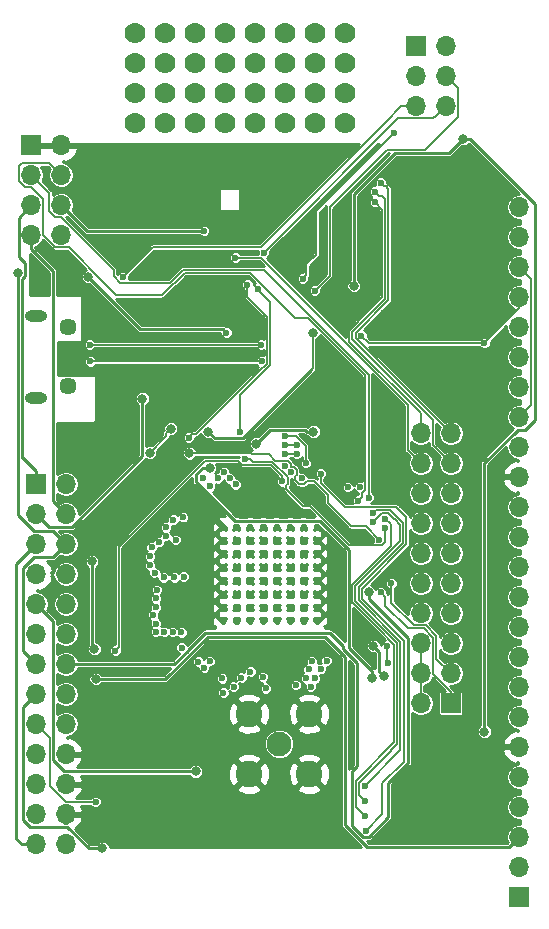
<source format=gbr>
%TF.GenerationSoftware,KiCad,Pcbnew,(5.0.2)-1*%
%TF.CreationDate,2021-04-28T15:39:28-07:00*%
%TF.ProjectId,Spock,53706f63-6b2e-46b6-9963-61645f706362,rev?*%
%TF.SameCoordinates,Original*%
%TF.FileFunction,Copper,L2,Bot*%
%TF.FilePolarity,Positive*%
%FSLAX46Y46*%
G04 Gerber Fmt 4.6, Leading zero omitted, Abs format (unit mm)*
G04 Created by KiCad (PCBNEW (5.0.2)-1) date 4/28/2021 3:39:28 PM*
%MOMM*%
%LPD*%
G01*
G04 APERTURE LIST*
%TA.AperFunction,ComponentPad*%
%ADD10C,0.568750*%
%TD*%
%TA.AperFunction,ComponentPad*%
%ADD11O,1.700000X1.700000*%
%TD*%
%TA.AperFunction,ComponentPad*%
%ADD12R,1.700000X1.700000*%
%TD*%
%TA.AperFunction,ComponentPad*%
%ADD13O,1.900000X0.950000*%
%TD*%
%TA.AperFunction,ComponentPad*%
%ADD14C,1.450000*%
%TD*%
%TA.AperFunction,ComponentPad*%
%ADD15C,1.778000*%
%TD*%
%TA.AperFunction,ComponentPad*%
%ADD16C,2.250000*%
%TD*%
%TA.AperFunction,ComponentPad*%
%ADD17C,2.100000*%
%TD*%
%TA.AperFunction,ViaPad*%
%ADD18C,0.600000*%
%TD*%
%TA.AperFunction,ViaPad*%
%ADD19C,0.800000*%
%TD*%
%TA.AperFunction,Conductor*%
%ADD20C,0.200000*%
%TD*%
%TA.AperFunction,Conductor*%
%ADD21C,0.254000*%
%TD*%
%TA.AperFunction,Conductor*%
%ADD22C,0.152400*%
%TD*%
G04 APERTURE END LIST*
D10*
%TO.P,U8,101*%
%TO.N,GND*%
X215678620Y-101013260D03*
X214541120Y-101013260D03*
X213403620Y-101013260D03*
X212266120Y-101013260D03*
X211128620Y-101013260D03*
X209991120Y-101013260D03*
X208853620Y-101013260D03*
X207716120Y-101013260D03*
X215678620Y-102150760D03*
X214541120Y-102150760D03*
X213403620Y-102150760D03*
X212266120Y-102150760D03*
X211128620Y-102150760D03*
X209991120Y-102150760D03*
X208853620Y-102150760D03*
X207716120Y-102150760D03*
X215678620Y-103288260D03*
X214541120Y-103288260D03*
X213403620Y-103288260D03*
X212266120Y-103288260D03*
X211128620Y-103288260D03*
X209991120Y-103288260D03*
X208853620Y-103288260D03*
X207716120Y-103288260D03*
X215678620Y-104425760D03*
X214541120Y-104425760D03*
X213403620Y-104425760D03*
X212266120Y-104425760D03*
X211128620Y-104425760D03*
X209991120Y-104425760D03*
X208853620Y-104425760D03*
X207716120Y-104425760D03*
X215678620Y-105563260D03*
X214541120Y-105563260D03*
X213403620Y-105563260D03*
X212266120Y-105563260D03*
X211128620Y-105563260D03*
X209991120Y-105563260D03*
X208853620Y-105563260D03*
X207716120Y-105563260D03*
X215678620Y-106700760D03*
X214541120Y-106700760D03*
X213403620Y-106700760D03*
X212266120Y-106700760D03*
X211128620Y-106700760D03*
X209991120Y-106700760D03*
X208853620Y-106700760D03*
X207716120Y-106700760D03*
X215678620Y-107838260D03*
X214541120Y-107838260D03*
X213403620Y-107838260D03*
X212266120Y-107838260D03*
X211128620Y-107838260D03*
X209991120Y-107838260D03*
X208853620Y-107838260D03*
X207716120Y-107838260D03*
X215678620Y-108975760D03*
X214541120Y-108975760D03*
X213403620Y-108975760D03*
X212266120Y-108975760D03*
X211128620Y-108975760D03*
X209991120Y-108975760D03*
X208853620Y-108975760D03*
X207716120Y-108975760D03*
%TD*%
D11*
%TO.P,J3,20*%
%TO.N,/GPIO15*%
X224459800Y-93091000D03*
%TO.P,J3,19*%
%TO.N,/GPIO14*%
X226999800Y-93091000D03*
%TO.P,J3,18*%
%TO.N,/GPIO13*%
X224459800Y-95631000D03*
%TO.P,J3,17*%
%TO.N,/GPIO12*%
X226999800Y-95631000D03*
%TO.P,J3,16*%
%TO.N,/GPIO11*%
X224459800Y-98171000D03*
%TO.P,J3,15*%
%TO.N,/GPIO10*%
X226999800Y-98171000D03*
%TO.P,J3,14*%
%TO.N,/GPIO9*%
X224459800Y-100711000D03*
%TO.P,J3,13*%
%TO.N,/GPIO8*%
X226999800Y-100711000D03*
%TO.P,J3,12*%
%TO.N,/GPIO7*%
X224459800Y-103251000D03*
%TO.P,J3,11*%
%TO.N,/GPIO6*%
X226999800Y-103251000D03*
%TO.P,J3,10*%
%TO.N,/GPIO5*%
X224459800Y-105791000D03*
%TO.P,J3,9*%
%TO.N,/GPIO4*%
X226999800Y-105791000D03*
%TO.P,J3,8*%
%TO.N,/GPIO3*%
X224459800Y-108331000D03*
%TO.P,J3,7*%
%TO.N,/GPIO2*%
X226999800Y-108331000D03*
%TO.P,J3,6*%
%TO.N,/GPIO1*%
X224459800Y-110871000D03*
%TO.P,J3,5*%
%TO.N,/GPIO0*%
X226999800Y-110871000D03*
%TO.P,J3,4*%
%TO.N,/GPIO1*%
X224459800Y-113411000D03*
%TO.P,J3,3*%
%TO.N,/GPIO9*%
X226999800Y-113411000D03*
%TO.P,J3,2*%
%TO.N,/GPIO1*%
X224459800Y-115951000D03*
D12*
%TO.P,J3,1*%
%TO.N,/GPIO8*%
X226999800Y-115951000D03*
%TD*%
D11*
%TO.P,J2,8*%
%TO.N,+V18IO_IMU*%
X194030600Y-76301600D03*
%TO.P,J2,7*%
%TO.N,+V18IO*%
X191490600Y-76301600D03*
%TO.P,J2,6*%
%TO.N,+VIN_IMU*%
X194030600Y-73761600D03*
%TO.P,J2,5*%
%TO.N,+VIN*%
X191490600Y-73761600D03*
%TO.P,J2,4*%
%TO.N,/ADC_LDO_OUT*%
X194030600Y-71221600D03*
%TO.P,J2,3*%
%TO.N,/ADC_IN*%
X191490600Y-71221600D03*
%TO.P,J2,2*%
%TO.N,GND*%
X194030600Y-68681600D03*
D12*
%TO.P,J2,1*%
X191490600Y-68681600D03*
%TD*%
D11*
%TO.P,J4,26*%
%TO.N,GND*%
X194411600Y-127863600D03*
%TO.P,J4,25*%
%TO.N,+VIN*%
X191871600Y-127863600D03*
%TO.P,J4,24*%
%TO.N,GND*%
X194411600Y-125323600D03*
%TO.P,J4,23*%
%TO.N,+VBAT*%
X191871600Y-125323600D03*
%TO.P,J4,22*%
%TO.N,GND*%
X194411600Y-122783600D03*
%TO.P,J4,21*%
%TO.N,+VDDIO*%
X191871600Y-122783600D03*
%TO.P,J4,20*%
%TO.N,GND*%
X194411600Y-120243600D03*
%TO.P,J4,19*%
%TO.N,+VDDD*%
X191871600Y-120243600D03*
%TO.P,J4,18*%
X194411600Y-117703600D03*
%TO.P,J4,17*%
%TO.N,/Boot_Source_Sel*%
X191871600Y-117703600D03*
%TO.P,J4,16*%
%TO.N,+VDDD*%
X194411600Y-115163600D03*
%TO.P,J4,15*%
%TO.N,+1VIN*%
X191871600Y-115163600D03*
%TO.P,J4,14*%
%TO.N,+VDDIOSCuM*%
X194411600Y-112623600D03*
%TO.P,J4,13*%
%TO.N,+VDDIO*%
X191871600Y-112623600D03*
%TO.P,J4,12*%
%TO.N,+VBATSCuM*%
X194411600Y-110083600D03*
%TO.P,J4,11*%
%TO.N,+VBAT*%
X191871600Y-110083600D03*
%TO.P,J4,10*%
X194411600Y-107543600D03*
%TO.P,J4,9*%
%TO.N,+15VIN*%
X191871600Y-107543600D03*
%TO.P,J4,8*%
%TO.N,+VBAT*%
X194411600Y-105003600D03*
%TO.P,J4,7*%
%TO.N,GND*%
X191871600Y-105003600D03*
%TO.P,J4,6*%
%TO.N,+VDDIO*%
X194411600Y-102463600D03*
%TO.P,J4,5*%
%TO.N,+VIN*%
X191871600Y-102463600D03*
%TO.P,J4,4*%
%TO.N,+V18IO*%
X194411600Y-99923600D03*
%TO.P,J4,3*%
%TO.N,+USB33*%
X191871600Y-99923600D03*
%TO.P,J4,2*%
%TO.N,+TEENSY33*%
X194411600Y-97383600D03*
D12*
%TO.P,J4,1*%
%TO.N,+VIN*%
X191871600Y-97383600D03*
%TD*%
D11*
%TO.P,J6,24*%
%TO.N,/Tx33*%
X232791000Y-73914000D03*
%TO.P,J6,23*%
%TO.N,/Rx33*%
X232791000Y-76454000D03*
%TO.P,J6,22*%
%TO.N,/Teensy Connections/aSCSEL33*%
X232791000Y-78994000D03*
%TO.P,J6,21*%
%TO.N,/Teensy Connections/aSCANOUT33*%
X232791000Y-81534000D03*
%TO.P,J6,20*%
%TO.N,/Teensy Connections/aSCANIN33*%
X232791000Y-84074000D03*
%TO.P,J6,19*%
%TO.N,/Teensy Connections/aLOAD33*%
X232791000Y-86614000D03*
%TO.P,J6,18*%
%TO.N,/Teensy Connections/aPHI33*%
X232791000Y-89154000D03*
%TO.P,J6,17*%
%TO.N,/Teensy Connections/aSCSEL33*%
X232791000Y-91694000D03*
%TO.P,J6,16*%
%TO.N,/Teensy Connections/aSCANOUT33*%
X232791000Y-94234000D03*
%TO.P,J6,15*%
%TO.N,GND*%
X232791000Y-96774000D03*
%TO.P,J6,14*%
%TO.N,/Teensy Connections/aPHIb33*%
X232791000Y-99314000D03*
%TO.P,J6,13*%
%TO.N,/Teensy Connections/Clock33*%
X232791000Y-101854000D03*
%TO.P,J6,12*%
%TO.N,/Teensy Connections/GPO_ZERO33*%
X232791000Y-104394000D03*
%TO.P,J6,11*%
%TO.N,/GPIO0*%
X232791000Y-106934000D03*
%TO.P,J6,10*%
%TO.N,/Teensy Connections/3WB_DATA33*%
X232791000Y-109474000D03*
%TO.P,J6,9*%
%TO.N,/Teensy Connections/3WB_ENB33*%
X232791000Y-112014000D03*
%TO.P,J6,8*%
%TO.N,/Teensy Connections/3WB_CLK33*%
X232791000Y-114554000D03*
%TO.P,J6,7*%
%TO.N,/Teensy Connections/hReset33*%
X232791000Y-117094000D03*
%TO.P,J6,6*%
%TO.N,GND*%
X232791000Y-119634000D03*
%TO.P,J6,5*%
%TO.N,/Rx33*%
X232791000Y-122174000D03*
%TO.P,J6,4*%
%TO.N,/Tx33*%
X232791000Y-124714000D03*
%TO.P,J6,3*%
%TO.N,+TEENSY33*%
X232791000Y-127254000D03*
%TO.P,J6,2*%
%TO.N,Net-(J6-Pad2)*%
X232791000Y-129794000D03*
D12*
%TO.P,J6,1*%
%TO.N,Net-(J6-Pad1)*%
X232791000Y-132334000D03*
%TD*%
D13*
%TO.P,J5,SH8*%
%TO.N,Net-(C13-Pad1)*%
X191928000Y-90114000D03*
%TO.P,J5,SH3*%
X191928000Y-83114000D03*
D14*
%TO.P,J5,SH2*%
X194628000Y-89114000D03*
%TO.P,J5,SH1*%
X194628000Y-84114000D03*
%TD*%
D15*
%TO.P,U1,48*%
%TO.N,Net-(U1-Pad18)*%
X218059000Y-59182000D03*
%TO.P,U1,38*%
X218059000Y-61722000D03*
%TO.P,U1,28*%
X218059000Y-64262000D03*
%TO.P,U1,18*%
X218059000Y-66802000D03*
%TO.P,U1,47*%
%TO.N,Net-(U1-Pad17)*%
X215519000Y-59182000D03*
%TO.P,U1,37*%
X215519000Y-61722000D03*
%TO.P,U1,27*%
X215519000Y-64262000D03*
%TO.P,U1,17*%
X215519000Y-66802000D03*
%TO.P,U1,46*%
%TO.N,Net-(U1-Pad16)*%
X212979000Y-59182000D03*
%TO.P,U1,36*%
X212979000Y-61722000D03*
%TO.P,U1,26*%
X212979000Y-64262000D03*
%TO.P,U1,16*%
X212979000Y-66802000D03*
%TO.P,U1,45*%
%TO.N,Net-(U1-Pad15)*%
X210439000Y-59182000D03*
%TO.P,U1,35*%
X210439000Y-61722000D03*
%TO.P,U1,25*%
X210439000Y-64262000D03*
%TO.P,U1,15*%
X210439000Y-66802000D03*
%TO.P,U1,44*%
%TO.N,Net-(U1-Pad14)*%
X207899000Y-59182000D03*
%TO.P,U1,34*%
X207899000Y-61722000D03*
%TO.P,U1,24*%
X207899000Y-64262000D03*
%TO.P,U1,14*%
X207899000Y-66802000D03*
%TO.P,U1,43*%
%TO.N,Net-(U1-Pad13)*%
X205359000Y-59182000D03*
%TO.P,U1,33*%
X205359000Y-61722000D03*
%TO.P,U1,23*%
X205359000Y-64262000D03*
%TO.P,U1,13*%
X205359000Y-66802000D03*
%TO.P,U1,42*%
%TO.N,Net-(U1-Pad12)*%
X202819000Y-59182000D03*
%TO.P,U1,32*%
X202819000Y-61722000D03*
%TO.P,U1,22*%
X202819000Y-64262000D03*
%TO.P,U1,12*%
X202819000Y-66802000D03*
%TO.P,U1,41*%
%TO.N,Net-(U1-Pad11)*%
X200279000Y-59182000D03*
%TO.P,U1,31*%
X200279000Y-61722000D03*
%TO.P,U1,21*%
X200279000Y-64262000D03*
%TO.P,U1,11*%
X200279000Y-66802000D03*
%TD*%
D16*
%TO.P,J1,S4*%
%TO.N,GND*%
X215021000Y-116830000D03*
%TO.P,J1,S3*%
X215021000Y-121930000D03*
%TO.P,J1,S2*%
X209921000Y-121930000D03*
%TO.P,J1,S1*%
X209921000Y-116830000D03*
D17*
%TO.P,J1,1*%
%TO.N,/RF_IN*%
X212471000Y-119380000D03*
%TD*%
D11*
%TO.P,J9,6*%
%TO.N,/UART/RsRx33USB*%
X226568000Y-65405000D03*
%TO.P,J9,5*%
%TO.N,/UART/RsTx33USB*%
X224028000Y-65405000D03*
%TO.P,J9,4*%
%TO.N,/UART/RsRx33*%
X226568000Y-62865000D03*
%TO.P,J9,3*%
%TO.N,/UART/RsTx33*%
X224028000Y-62865000D03*
%TO.P,J9,2*%
%TO.N,/Rx33*%
X226568000Y-60325000D03*
D12*
%TO.P,J9,1*%
%TO.N,/Tx33*%
X224028000Y-60325000D03*
%TD*%
D18*
%TO.N,GND*%
X219811600Y-109829600D03*
X207670400Y-121602500D03*
X210547088Y-83016712D03*
D19*
X202768200Y-122809000D03*
D18*
X229463600Y-84429600D03*
X221335600Y-82905600D03*
X229235000Y-101727000D03*
X215239600Y-97637600D03*
X213614000Y-97663000D03*
X218567000Y-121031000D03*
X217424000Y-127127000D03*
X205359000Y-113411000D03*
X199136000Y-127508000D03*
X219938600Y-102082600D03*
X209524600Y-96494600D03*
X205714600Y-93954600D03*
X205333600Y-89890600D03*
X198983600Y-90144600D03*
X195173600Y-69951600D03*
X210921600Y-74904600D03*
X211175600Y-71475600D03*
X204952600Y-78206600D03*
X205841600Y-75031600D03*
X203809600Y-72999600D03*
X217144600Y-80365600D03*
X215366600Y-79984600D03*
X229336600Y-91541600D03*
X218160600Y-93065600D03*
X222351600Y-92049600D03*
X220827600Y-97637600D03*
X218795600Y-96875600D03*
X193141600Y-106146600D03*
X202158600Y-83540600D03*
X197205600Y-83794600D03*
X195554600Y-80873600D03*
X191871600Y-78841600D03*
X192125600Y-80111600D03*
X195808600Y-93192600D03*
D19*
%TO.N,+VBAT*%
X215366600Y-92938600D03*
X210540600Y-93954600D03*
X206603600Y-95986600D03*
X220319600Y-113766600D03*
%TO.N,+VDDIO*%
X203301600Y-92684600D03*
X201523600Y-94716600D03*
X190347600Y-79476600D03*
D18*
%TO.N,/GPIO1*%
X221716600Y-112496600D03*
X221589600Y-111099600D03*
%TO.N,/GPIO8*%
X221081600Y-106527600D03*
%TO.N,/GPIO12*%
X220573600Y-72618600D03*
%TO.N,/GPIO14*%
X221081600Y-71856600D03*
%TO.N,/GPIO15*%
X220573600Y-73507600D03*
%TO.N,/GPIO9*%
X221970600Y-105765600D03*
%TO.N,/GPIO13*%
X208762600Y-78206600D03*
%TO.N,Net-(U8-Pad100)*%
X204216000Y-111226600D03*
%TO.N,Net-(U8-Pad99)*%
X204190600Y-109948880D03*
%TO.N,Net-(U8-Pad98)*%
X203479400Y-109905800D03*
%TO.N,Net-(U8-Pad97)*%
X202742800Y-109905800D03*
%TO.N,Net-(U8-Pad96)*%
X202031600Y-109905800D03*
%TO.N,Net-(U8-Pad95)*%
X202031600Y-109194600D03*
%TO.N,Net-(U8-Pad94)*%
X201803000Y-108458000D03*
%TO.N,Net-(U8-Pad93)*%
X202057000Y-107797600D03*
%TO.N,Net-(U8-Pad91)*%
X202115500Y-106342100D03*
%TO.N,Net-(U8-Pad88)*%
X204406500Y-105219500D03*
%TO.N,Net-(U8-Pad87)*%
X203581000Y-105283000D03*
%TO.N,Net-(U8-Pad86)*%
X202692000Y-105283000D03*
%TO.N,Net-(U8-Pad85)*%
X201930000Y-104902000D03*
%TO.N,Net-(U8-Pad84)*%
X201549000Y-104267000D03*
%TO.N,Net-(U8-Pad83)*%
X201549000Y-103505000D03*
%TO.N,Net-(U8-Pad82)*%
X201676000Y-102743000D03*
%TO.N,Net-(U8-Pad81)*%
X202311000Y-102298500D03*
%TO.N,Net-(U8-Pad79)*%
X202882500Y-101790500D03*
%TO.N,Net-(U8-Pad78)*%
X202882500Y-101028500D03*
%TO.N,Net-(U8-Pad77)*%
X203517500Y-100393500D03*
%TO.N,Net-(U8-Pad76)*%
X204351490Y-100194510D03*
%TO.N,Net-(U8-Pad75)*%
X205994000Y-96901000D03*
%TO.N,Net-(U8-Pad74)*%
X206629000Y-97583100D03*
%TO.N,Net-(U8-Pad73)*%
X207264000Y-96901000D03*
%TO.N,Net-(U8-Pad52)*%
X218287600Y-97637600D03*
%TO.N,Net-(U8-Pad51)*%
X219303600Y-97637600D03*
%TO.N,Net-(U8-Pad25)*%
X216497370Y-112357370D03*
%TO.N,Net-(U8-Pad24)*%
X216021169Y-113024169D03*
%TO.N,Net-(U8-Pad23)*%
X215519000Y-113842800D03*
%TO.N,Net-(U8-Pad21)*%
X214960200Y-113080800D03*
%TO.N,Net-(U8-Pad20)*%
X214782400Y-113842800D03*
%TO.N,Net-(U8-Pad19)*%
X215163400Y-114528600D03*
%TO.N,Net-(U8-Pad18)*%
X213893400Y-114401600D03*
%TO.N,Net-(U8-Pad13)*%
X211353400Y-114681000D03*
%TO.N,Net-(U8-Pad9)*%
X209270600Y-113766600D03*
%TO.N,Net-(U8-Pad8)*%
X208635600Y-114528600D03*
%TO.N,Net-(U8-Pad7)*%
X207746600Y-115036600D03*
%TO.N,Net-(U8-Pad6)*%
X207645000Y-113842800D03*
%TO.N,Net-(U8-Pad3)*%
X206121000Y-112953800D03*
%TO.N,Net-(U8-Pad2)*%
X206578200Y-112369600D03*
%TO.N,Net-(U8-Pad1)*%
X205619080Y-112420400D03*
%TO.N,/RsTx*%
X220954600Y-102082600D03*
D19*
X204882799Y-94773799D03*
D18*
%TO.N,/RsRx*%
X221462600Y-101066600D03*
X209550000Y-95250000D03*
%TO.N,/3WB_DATA*%
X220446600Y-99796600D03*
X219710000Y-122936000D03*
%TO.N,/3WB_ENB*%
X220446600Y-100558600D03*
X219710000Y-124206000D03*
%TO.N,/3WB_CLK*%
X221462600Y-100304600D03*
X219710000Y-125476000D03*
%TO.N,/UART/D_P*%
X210997800Y-86995000D03*
X196469000Y-86995000D03*
%TO.N,/UART/D_N*%
X210972400Y-85572600D03*
X196443600Y-85572600D03*
D19*
%TO.N,+VUSB*%
X196316600Y-79856600D03*
D18*
X208000600Y-84556600D03*
%TO.N,/aSCSEL*%
X212953600Y-93319600D03*
X214731600Y-95605600D03*
%TO.N,/aSCANIN*%
X212953600Y-94081600D03*
X213969600Y-94081600D03*
%TO.N,/aLOAD*%
X212953600Y-94843600D03*
X213969600Y-94843600D03*
%TO.N,/aPHI*%
X212979000Y-95885000D03*
%TO.N,/aPHIb*%
X213487000Y-96393000D03*
%TO.N,/Boot_Source_Sel*%
X212725000Y-97155000D03*
X196941399Y-124297399D03*
X198602600Y-111480600D03*
%TO.N,/hReset*%
X216001600Y-96494600D03*
X219811600Y-126720600D03*
D19*
%TO.N,+VIN*%
X218795600Y-80619600D03*
X228066600Y-68173600D03*
X229844600Y-118338600D03*
X215302400Y-84556600D03*
X206476600Y-92938600D03*
D18*
%TO.N,/Teensy Connections/aSCANOUT33*%
X219430600Y-84810600D03*
X229844600Y-85445600D03*
%TO.N,Net-(U8-Pad72)*%
X207803799Y-96361201D03*
%TO.N,Net-(U8-Pad71)*%
X208280000Y-96901000D03*
%TO.N,Net-(U8-Pad70)*%
X208788000Y-97409000D03*
%TO.N,Net-(U8-Pad22)*%
X215239600Y-112369600D03*
%TO.N,Net-(U8-Pad12)*%
X211099400Y-113715800D03*
%TO.N,Net-(U8-Pad10)*%
X210032600Y-113258600D03*
%TO.N,Net-(U8-Pad92)*%
X202057000Y-107061000D03*
%TO.N,/UART/RsTx33*%
X222224600Y-67665600D03*
X214477600Y-79984600D03*
X209778600Y-80492600D03*
X204825600Y-93446600D03*
%TO.N,/UART/RsRx33*%
X215493600Y-81000600D03*
X210667600Y-80873600D03*
X209173000Y-92938600D03*
%TO.N,/UART/RsTx33USB*%
X199237600Y-79857600D03*
%TO.N,/UART/RsRx33USB*%
X211175600Y-77791496D03*
D19*
%TO.N,+TEENSY33*%
X196636599Y-103926599D03*
X196951600Y-113893600D03*
X196824600Y-111353600D03*
%TO.N,+1VIN*%
X197508082Y-128196118D03*
D18*
%TO.N,/GPO_ZERO*%
X214376000Y-96901000D03*
D19*
%TO.N,+15VIN*%
X205399599Y-121706599D03*
D18*
%TO.N,+VIN_IMU*%
X206121000Y-75946000D03*
%TO.N,Net-(U8-Pad80)*%
X203708000Y-102108000D03*
D19*
%TO.N,+VBATSCuM*%
X220446600Y-111099600D03*
X221335600Y-113639600D03*
D18*
%TO.N,/ADC_IN*%
X220065600Y-98526600D03*
%TO.N,/ADC_LDO_OUT*%
X219176600Y-98780600D03*
D19*
%TO.N,+VDDIOSCuM*%
X220065600Y-106527600D03*
%TO.N,+USB33*%
X200888600Y-90144600D03*
%TD*%
D20*
%TO.N,+VBAT*%
X210540600Y-93954600D02*
X210540600Y-93954600D01*
D21*
X210940599Y-93554601D02*
X210540600Y-93954600D01*
X211702601Y-92792599D02*
X210940599Y-93554601D01*
X214654914Y-92792599D02*
X211702601Y-92792599D01*
X214800915Y-92938600D02*
X214654914Y-92792599D01*
X215366600Y-92938600D02*
X214800915Y-92938600D01*
X206037915Y-95986600D02*
X206603600Y-95986600D01*
X205466999Y-96557516D02*
X206037915Y-95986600D01*
X205466999Y-97201061D02*
X205466999Y-96557516D01*
X220319600Y-113766600D02*
X220319600Y-113200915D01*
X220319600Y-113200915D02*
X218365390Y-111246705D01*
X218365390Y-111246705D02*
X218365390Y-102943193D01*
X218365390Y-102943193D02*
X215924081Y-100501884D01*
X215924081Y-100501884D02*
X208767822Y-100501884D01*
X208767822Y-100501884D02*
X205466999Y-97201061D01*
D20*
%TO.N,+VDDIO*%
X202901601Y-93084599D02*
X202901601Y-93338599D01*
X203301600Y-92684600D02*
X202901601Y-93084599D01*
X201523600Y-94716600D02*
X201523600Y-94716600D01*
X202901601Y-93338599D02*
X201523600Y-94716600D01*
D21*
X193561601Y-103313599D02*
X194411600Y-102463600D01*
X193334599Y-103540601D02*
X193561601Y-103313599D01*
X191740637Y-103540601D02*
X193334599Y-103540601D01*
X190794599Y-104486639D02*
X191740637Y-103540601D01*
X190794599Y-111546599D02*
X190794599Y-104486639D01*
X191871600Y-112623600D02*
X190794599Y-111546599D01*
X193561601Y-101613601D02*
X194411600Y-102463600D01*
X193302611Y-101354611D02*
X193561601Y-101613601D01*
X191708649Y-101354611D02*
X193302611Y-101354611D01*
X190347600Y-99993562D02*
X191708649Y-101354611D01*
X190347600Y-79476600D02*
X190347600Y-99993562D01*
D22*
%TO.N,/GPIO1*%
X224459800Y-110871000D02*
X224459800Y-113411000D01*
X224459800Y-113411000D02*
X224459800Y-115951000D01*
X221589600Y-112369600D02*
X221716600Y-112496600D01*
X221589600Y-111099600D02*
X221589600Y-112369600D01*
%TO.N,/GPIO8*%
X221462600Y-106908600D02*
X221081600Y-106527600D01*
X221462600Y-107670600D02*
X221462600Y-106908600D01*
X223401611Y-109609611D02*
X221462600Y-107670600D01*
X224717189Y-109609611D02*
X223401611Y-109609611D01*
X225486001Y-110378423D02*
X224717189Y-109609611D01*
X225486001Y-113434801D02*
X225486001Y-110378423D01*
X226999800Y-114948600D02*
X225486001Y-113434801D01*
X226999800Y-115951000D02*
X226999800Y-114948600D01*
%TO.N,/GPIO12*%
X225486001Y-91934161D02*
X218668600Y-85116760D01*
X226999800Y-95631000D02*
X225486001Y-94117201D01*
X225486001Y-94117201D02*
X225486001Y-91934161D01*
X218668600Y-84510862D02*
X221462600Y-81716862D01*
X218668600Y-85116760D02*
X218668600Y-84510862D01*
X220954600Y-72999600D02*
X220573600Y-72618600D01*
X221208600Y-72999600D02*
X221462600Y-73253600D01*
X221462600Y-81716862D02*
X221462600Y-73253600D01*
X221208600Y-72999600D02*
X220954600Y-72999600D01*
%TO.N,/GPIO14*%
X218954399Y-85045599D02*
X226999800Y-93091000D01*
X218954399Y-84582023D02*
X218954399Y-85045599D01*
X221715010Y-81821413D02*
X218954399Y-84582023D01*
X221507009Y-72156599D02*
X221715010Y-72364600D01*
X221381599Y-72156599D02*
X221507009Y-72156599D01*
X221081600Y-71856600D02*
X221381599Y-72156599D01*
X221715010Y-72364600D02*
X221715010Y-81821413D01*
%TO.N,/GPIO15*%
X224459800Y-93091000D02*
X224459800Y-91363800D01*
X218416190Y-84406311D02*
X219154901Y-83667600D01*
X224459800Y-91363800D02*
X218416190Y-85320190D01*
X218416190Y-85320190D02*
X218416190Y-84406311D01*
X219154901Y-83667600D02*
X219154901Y-83562299D01*
X219154901Y-83562299D02*
X221208600Y-81508600D01*
X221208600Y-81508600D02*
X221208600Y-74142600D01*
X221208600Y-74142600D02*
X220573600Y-73507600D01*
X220573600Y-73507600D02*
X220573600Y-73507600D01*
%TO.N,/GPIO9*%
X221970600Y-107416600D02*
X221970600Y-105765600D01*
X223911201Y-109357201D02*
X221970600Y-107416600D01*
X224890622Y-109357201D02*
X223911201Y-109357201D01*
X225786011Y-110252590D02*
X224890622Y-109357201D01*
X225786011Y-112197211D02*
X225786011Y-110252590D01*
X226999800Y-113411000D02*
X225786011Y-112197211D01*
%TO.N,/GPIO13*%
X223367600Y-94538800D02*
X223367600Y-90652600D01*
X224459800Y-95631000D02*
X223367600Y-94538800D01*
X223367600Y-90652600D02*
X210921600Y-78206600D01*
X210921600Y-78206600D02*
X208762600Y-78206600D01*
X208762600Y-78206600D02*
X208762600Y-78206600D01*
%TO.N,/RsTx*%
X220954600Y-102082600D02*
X219805201Y-100933201D01*
X219805201Y-100933201D02*
X218535201Y-100933201D01*
X218535201Y-100933201D02*
X216612790Y-99010790D01*
X213842600Y-97072378D02*
X213842600Y-96742178D01*
X213842600Y-96742178D02*
X213963201Y-96621577D01*
X213963201Y-96621577D02*
X213963201Y-96164423D01*
X212139484Y-95408799D02*
X211574285Y-94843600D01*
X213715577Y-95916799D02*
X213518799Y-95916799D01*
X213518799Y-95916799D02*
X213455201Y-95853201D01*
X213455201Y-95853201D02*
X213455201Y-95656423D01*
X213455201Y-95656423D02*
X213207577Y-95408799D01*
X213963201Y-96164423D02*
X213715577Y-95916799D01*
X213207577Y-95408799D02*
X212139484Y-95408799D01*
X211574285Y-94843600D02*
X210159600Y-94843600D01*
X210089799Y-94773799D02*
X204882799Y-94773799D01*
X210159600Y-94843600D02*
X210089799Y-94773799D01*
X204882799Y-94773799D02*
X204882799Y-94773799D01*
X214153822Y-97383600D02*
X213842600Y-97072378D01*
X214598178Y-97383600D02*
X214153822Y-97383600D01*
X214852178Y-97129600D02*
X214598178Y-97383600D01*
X215436378Y-97129600D02*
X214852178Y-97129600D01*
X216612790Y-98306012D02*
X215436378Y-97129600D01*
X216612790Y-99010790D02*
X216612790Y-98306012D01*
%TO.N,/RsRx*%
X221462600Y-102279378D02*
X221462600Y-101066600D01*
X221183177Y-102558801D02*
X221462600Y-102279378D01*
X214509422Y-99263200D02*
X215114200Y-99263200D01*
X218409800Y-102558801D02*
X219811600Y-102558801D01*
X213080600Y-97834378D02*
X214509422Y-99263200D01*
X213201201Y-97383577D02*
X213080600Y-97504178D01*
X213201201Y-96827476D02*
X213201201Y-97383577D01*
X213080600Y-97504178D02*
X213080600Y-97834378D01*
X219811600Y-102558801D02*
X221183177Y-102558801D01*
X215114200Y-99263200D02*
X218409800Y-102558801D01*
X219710023Y-102558801D02*
X219811600Y-102558801D01*
X209550000Y-95250000D02*
X209974264Y-95250000D01*
X209974264Y-95250000D02*
X210229854Y-95505590D01*
X210229854Y-95505590D02*
X211879315Y-95505590D01*
X211879315Y-95505590D02*
X213201201Y-96827476D01*
%TO.N,/3WB_DATA*%
X220670391Y-99572809D02*
X220446600Y-99796600D01*
X222988190Y-100687190D02*
X221873809Y-99572809D01*
X222732600Y-119913400D02*
X222732600Y-110718600D01*
X222732600Y-110718600D02*
X219236989Y-107222989D01*
X221873809Y-99572809D02*
X220670391Y-99572809D01*
X219710000Y-122936000D02*
X222732600Y-119913400D01*
X219236989Y-107222989D02*
X219236989Y-106086211D01*
X219236989Y-106086211D02*
X222988190Y-102335010D01*
X222988190Y-102335010D02*
X222988190Y-100687190D01*
%TO.N,/3WB_ENB*%
X221179981Y-99825219D02*
X220446600Y-100558600D01*
X221687997Y-99825219D02*
X221179981Y-99825219D01*
X222248433Y-100328433D02*
X222191211Y-100328433D01*
X222732600Y-100812600D02*
X222248433Y-100328433D01*
X218922600Y-107289600D02*
X218922600Y-106043640D01*
X222732600Y-102233640D02*
X222732600Y-100812600D01*
X222478600Y-110845600D02*
X218922600Y-107289600D01*
X219233799Y-123729799D02*
X219233799Y-122707423D01*
X218922600Y-106043640D02*
X222732600Y-102233640D01*
X222191211Y-100328433D02*
X221687997Y-99825219D01*
X219710000Y-124206000D02*
X219233799Y-123729799D01*
X221951622Y-119881578D02*
X222478600Y-119354600D01*
X221951622Y-119989600D02*
X221951622Y-119881578D01*
X222478600Y-119354600D02*
X222478600Y-110845600D01*
X219233799Y-122707423D02*
X221951622Y-119989600D01*
%TO.N,/3WB_CLK*%
X219410001Y-125176001D02*
X219710000Y-125476000D01*
X218981389Y-124747389D02*
X219410001Y-125176001D01*
X222224600Y-119251640D02*
X218981389Y-122494851D01*
X222224600Y-110972600D02*
X222224600Y-119251640D01*
X220851639Y-109599639D02*
X222224600Y-110972600D01*
X220851639Y-109575600D02*
X220851639Y-109599639D01*
X221462600Y-100304600D02*
X221938801Y-100780801D01*
X221938801Y-100780801D02*
X221938801Y-102622399D01*
X221938801Y-102622399D02*
X218668600Y-105892600D01*
X218668600Y-105892600D02*
X218668600Y-107416600D01*
X218981389Y-122494851D02*
X218981389Y-124747389D01*
X218668600Y-107416600D02*
X218692639Y-107416600D01*
X218692639Y-107416600D02*
X220851639Y-109575600D01*
D20*
%TO.N,/UART/D_P*%
X210997800Y-86995000D02*
X210997800Y-86995000D01*
D22*
X196469000Y-86995000D02*
X210997800Y-86995000D01*
D20*
X210997800Y-86995000D02*
X210997800Y-86995000D01*
D22*
%TO.N,/UART/D_N*%
X196443600Y-85572600D02*
X210972400Y-85572600D01*
X210972400Y-85572600D02*
X210972400Y-85572600D01*
D21*
%TO.N,+VUSB*%
X196716599Y-80256599D02*
X196316600Y-79856600D01*
X200716601Y-84256601D02*
X196716599Y-80256599D01*
X207700601Y-84256601D02*
X200716601Y-84256601D01*
X208000600Y-84556600D02*
X207700601Y-84256601D01*
D22*
%TO.N,/aSCSEL*%
X214731600Y-95605600D02*
X214731600Y-95605600D01*
X214731600Y-94519822D02*
X214731600Y-95605600D01*
X214731600Y-94138822D02*
X214731600Y-94519822D01*
X212953600Y-93319600D02*
X213912378Y-93319600D01*
X213912378Y-93319600D02*
X214731600Y-94138822D01*
%TO.N,/aSCANIN*%
X213969600Y-94081600D02*
X212953600Y-94081600D01*
%TO.N,/aLOAD*%
X212953600Y-94843600D02*
X213969600Y-94843600D01*
X213969600Y-94843600D02*
X213969600Y-94843600D01*
%TO.N,/Boot_Source_Sel*%
X194406621Y-124297399D02*
X196941399Y-124297399D01*
X193031389Y-122922167D02*
X194406621Y-124297399D01*
X191871600Y-117703600D02*
X193031389Y-118863389D01*
X193031389Y-118863389D02*
X193031389Y-122922167D01*
X196941399Y-124297399D02*
X196941399Y-124297399D01*
X212725000Y-96708236D02*
X212725000Y-97155000D01*
X211774764Y-95758000D02*
X212725000Y-96708236D01*
X198602600Y-111480600D02*
X198902599Y-111180601D01*
X198902599Y-111180601D02*
X198902599Y-102693113D01*
X198902599Y-102693113D02*
X206185313Y-95410399D01*
X206185313Y-95410399D02*
X209005621Y-95410399D01*
X209005621Y-95410399D02*
X209353222Y-95758000D01*
X209353222Y-95758000D02*
X211774764Y-95758000D01*
%TO.N,/hReset*%
X219811600Y-126720600D02*
X219684600Y-126847600D01*
X221208600Y-122735798D02*
X221208600Y-125323600D01*
X219489399Y-107094399D02*
X223064390Y-110669390D01*
X221208600Y-125323600D02*
X219811600Y-126720600D01*
X219489399Y-106251023D02*
X219489399Y-107094399D01*
X216001600Y-97282000D02*
X218039999Y-99320399D01*
X223064390Y-110669390D02*
X223064390Y-120880008D01*
X216001600Y-96494600D02*
X216001600Y-97282000D01*
X223064390Y-120880008D02*
X221208600Y-122735798D01*
X218039999Y-99320399D02*
X222383399Y-99320399D01*
X222383399Y-99320399D02*
X223240600Y-100177600D01*
X223240600Y-100177600D02*
X223240600Y-102499822D01*
X223240600Y-102499822D02*
X219489399Y-106251023D01*
D21*
%TO.N,+VIN*%
X222284428Y-69365810D02*
X226874390Y-69365810D01*
X218795600Y-80619600D02*
X218795600Y-72854638D01*
X218795600Y-72854638D02*
X222284428Y-69365810D01*
X226874390Y-69365810D02*
X228066600Y-68173600D01*
X228066600Y-68173600D02*
X228066600Y-68173600D01*
X228632285Y-68173600D02*
X228066600Y-68173600D01*
X228644562Y-68173600D02*
X228632285Y-68173600D01*
X234120411Y-73649449D02*
X228644562Y-68173600D01*
X234120411Y-91958551D02*
X234120411Y-73649449D01*
X233307961Y-92771001D02*
X234120411Y-91958551D01*
X232660037Y-92771001D02*
X233307961Y-92771001D01*
X229844600Y-95586438D02*
X232660037Y-92771001D01*
X229844600Y-118338600D02*
X229844600Y-95586438D01*
D20*
X215302400Y-87589162D02*
X215159962Y-87731600D01*
X215302400Y-84556600D02*
X215302400Y-87589162D01*
D21*
X190669519Y-127863600D02*
X190220600Y-127414681D01*
X191871600Y-127863600D02*
X190669519Y-127863600D01*
X190220600Y-104114600D02*
X191871600Y-102463600D01*
X190220600Y-127414681D02*
X190220600Y-104114600D01*
X190728600Y-95136600D02*
X190943600Y-95351600D01*
X191871600Y-96279600D02*
X190943600Y-95351600D01*
X190413599Y-74838601D02*
X191490600Y-73761600D01*
X190413599Y-78145599D02*
X190413599Y-74838601D01*
X191871600Y-97383600D02*
X191871600Y-96279600D01*
X191871600Y-96279600D02*
X190701610Y-95109610D01*
X190701610Y-95109610D02*
X190701610Y-80050552D01*
X190701610Y-80050552D02*
X190974601Y-79777561D01*
X190974601Y-79777561D02*
X190974601Y-78706601D01*
X190974601Y-78706601D02*
X190413599Y-78145599D01*
X207003601Y-93465601D02*
X206476600Y-92938600D01*
X215159962Y-87731600D02*
X209425961Y-93465601D01*
X209425961Y-93465601D02*
X207003601Y-93465601D01*
D22*
%TO.N,/Teensy Connections/aSCANOUT33*%
X219430600Y-84810600D02*
X220065600Y-85445600D01*
X220065600Y-85445600D02*
X229844600Y-85445600D01*
X229844600Y-85445600D02*
X229844600Y-85445600D01*
X232791000Y-82499200D02*
X232791000Y-81534000D01*
X229844600Y-85445600D02*
X232791000Y-82499200D01*
%TO.N,/Teensy Connections/aSCSEL33*%
X233640999Y-90844001D02*
X232791000Y-91694000D01*
X233817201Y-90667799D02*
X233640999Y-90844001D01*
X233817201Y-80020201D02*
X233817201Y-90667799D01*
X232791000Y-78994000D02*
X233817201Y-80020201D01*
%TO.N,/UART/RsTx33*%
X222224600Y-67665600D02*
X215620600Y-74269600D01*
X214777599Y-78795601D02*
X215620600Y-77952600D01*
X214777599Y-79684601D02*
X214777599Y-78795601D01*
X214477600Y-79984600D02*
X214777599Y-79684601D01*
X215620600Y-74269600D02*
X215620600Y-77952600D01*
X209778600Y-81543446D02*
X209778600Y-80492600D01*
X211474001Y-83238847D02*
X209778600Y-81543446D01*
X204825600Y-93446600D02*
X205125599Y-93146601D01*
X205125599Y-93146601D02*
X205415821Y-93146601D01*
X205415821Y-93146601D02*
X211091221Y-87471201D01*
X211091221Y-87471201D02*
X211226377Y-87471201D01*
X211226377Y-87471201D02*
X211474001Y-87223577D01*
X211474001Y-87223577D02*
X211474001Y-83238847D01*
%TO.N,/UART/RsRx33*%
X227594201Y-63891201D02*
X227594201Y-66283799D01*
X226568000Y-62865000D02*
X227594201Y-63891201D01*
X221646822Y-69062600D02*
X216763600Y-73945822D01*
X227594201Y-66283799D02*
X224815400Y-69062600D01*
X224815400Y-69062600D02*
X221646822Y-69062600D01*
X216763600Y-79730600D02*
X216763600Y-79349600D01*
X215493600Y-81000600D02*
X216763600Y-79730600D01*
X216763600Y-73945822D02*
X216763600Y-79349600D01*
X209173000Y-92938600D02*
X209173000Y-89881538D01*
X210967599Y-81173599D02*
X210667600Y-80873600D01*
X211726411Y-81932411D02*
X210967599Y-81173599D01*
X211726411Y-87328128D02*
X211726411Y-81932411D01*
X209173000Y-89881538D02*
X211726411Y-87328128D01*
%TO.N,/UART/RsTx33USB*%
X221488000Y-66742919D02*
X221488000Y-66763122D01*
X222825919Y-65405000D02*
X221488000Y-66742919D01*
X224028000Y-65405000D02*
X222825919Y-65405000D01*
X221488000Y-66763123D02*
X221488000Y-66742919D01*
X210935828Y-77315295D02*
X221488000Y-66763123D01*
X201779905Y-77315295D02*
X210935828Y-77315295D01*
X199237600Y-79857600D02*
X201779905Y-77315295D01*
%TO.N,/UART/RsRx33USB*%
X225718001Y-66254999D02*
X226568000Y-65405000D01*
X225541799Y-66431201D02*
X225718001Y-66254999D01*
X222535895Y-66431201D02*
X225541799Y-66431201D01*
X211175600Y-77791496D02*
X222535895Y-66431201D01*
D21*
%TO.N,+TEENSY33*%
X218039999Y-126229605D02*
X218039999Y-119348201D01*
X219914393Y-128103999D02*
X218039999Y-126229605D01*
X232791000Y-127254000D02*
X231941001Y-128103999D01*
X231941001Y-128103999D02*
X219914393Y-128103999D01*
X218039999Y-119348201D02*
X218033600Y-119341802D01*
X218033600Y-111988600D02*
X216355610Y-110310610D01*
X218033600Y-119341802D02*
X218033600Y-111988600D01*
X206412596Y-110310610D02*
X202829606Y-113893600D01*
X216355610Y-110310610D02*
X206412596Y-110310610D01*
X202829606Y-113893600D02*
X196951600Y-113893600D01*
X196951600Y-113893600D02*
X196951600Y-113893600D01*
X196824600Y-111353600D02*
X196636599Y-111165599D01*
X196636599Y-111165599D02*
X196824600Y-111353600D01*
X196636599Y-103926599D02*
X196636599Y-111165599D01*
%TO.N,+V18IO*%
X191490600Y-77503681D02*
X191490600Y-76301600D01*
X193334599Y-79347680D02*
X191490600Y-77503681D01*
X194411600Y-99923600D02*
X193334599Y-98846599D01*
X193334599Y-98846599D02*
X193334599Y-79347680D01*
%TO.N,+1VIN*%
X190794599Y-116240601D02*
X191021601Y-116013599D01*
X190794599Y-125840561D02*
X190794599Y-116240601D01*
X191354639Y-126400601D02*
X190794599Y-125840561D01*
X191021601Y-116013599D02*
X191871600Y-115163600D01*
X196338080Y-128196118D02*
X194542563Y-126400601D01*
X194542563Y-126400601D02*
X191354639Y-126400601D01*
X197508082Y-128196118D02*
X196338080Y-128196118D01*
%TO.N,+15VIN*%
X194280637Y-121706599D02*
X205399599Y-121706599D01*
X193334599Y-120760561D02*
X194280637Y-121706599D01*
X191871600Y-107543600D02*
X193334599Y-109006599D01*
X193334599Y-109006599D02*
X193334599Y-120760561D01*
X205399599Y-121706599D02*
X205399599Y-121706599D01*
%TO.N,+VIN_IMU*%
X196215000Y-75946000D02*
X206121000Y-75946000D01*
X194030600Y-73761600D02*
X196215000Y-75946000D01*
%TO.N,+VBATSCuM*%
X221335600Y-113639600D02*
X220954600Y-113258600D01*
X220954600Y-111607600D02*
X220446600Y-111099600D01*
X221335600Y-113639600D02*
X220954600Y-113258600D01*
X220954600Y-113258600D02*
X220954600Y-111607600D01*
D22*
%TO.N,/ADC_IN*%
X194035579Y-74787801D02*
X198475600Y-79227822D01*
X193538023Y-74787801D02*
X194035579Y-74787801D01*
X193004399Y-74254177D02*
X193538023Y-74787801D01*
X191490600Y-71221600D02*
X193004399Y-72735399D01*
X193004399Y-72735399D02*
X193004399Y-74254177D01*
X199009023Y-80333801D02*
X203230439Y-80333801D01*
X198475600Y-79227822D02*
X198475600Y-79800378D01*
X198475600Y-79800378D02*
X199009023Y-80333801D01*
X220065600Y-98102336D02*
X220065600Y-98526600D01*
X220065600Y-88110062D02*
X220065600Y-98102336D01*
X204340050Y-79224190D02*
X211179728Y-79224190D01*
X211179728Y-79224190D02*
X220065600Y-88110062D01*
X204317600Y-79246640D02*
X204340050Y-79224190D01*
X203230439Y-80333801D02*
X204317600Y-79246640D01*
%TO.N,/ADC_LDO_OUT*%
X193180601Y-70371601D02*
X194030600Y-71221600D01*
X190738801Y-70195399D02*
X193004399Y-70195399D01*
X190464399Y-70469801D02*
X190738801Y-70195399D01*
X190464399Y-71714177D02*
X190464399Y-70469801D01*
X190998023Y-72247801D02*
X190464399Y-71714177D01*
X214885178Y-83286600D02*
X213785378Y-83286600D01*
X192516801Y-73269023D02*
X191495579Y-72247801D01*
X192516801Y-76306579D02*
X192516801Y-73269023D01*
X219779801Y-97866177D02*
X219779801Y-88181223D01*
X219476599Y-98169379D02*
X219779801Y-97866177D01*
X219176600Y-98780600D02*
X219476599Y-98480601D01*
X193004399Y-70195399D02*
X193180601Y-70371601D01*
X219476599Y-98480601D02*
X219476599Y-98169379D01*
X219779801Y-88181223D02*
X214885178Y-83286600D01*
X191495579Y-72247801D02*
X190998023Y-72247801D01*
X194640579Y-77327801D02*
X193538023Y-77327801D01*
X193538023Y-77327801D02*
X192516801Y-76306579D01*
X203650801Y-80333801D02*
X203587399Y-80333801D01*
X203587399Y-80333801D02*
X202539600Y-81381600D01*
X198694378Y-81381600D02*
X197586600Y-80273822D01*
X202539600Y-81381600D02*
X198694378Y-81381600D01*
X197646579Y-80333801D02*
X197586600Y-80273822D01*
X197586600Y-80273822D02*
X194640579Y-77327801D01*
X204508002Y-79476600D02*
X204381002Y-79603600D01*
X209975378Y-79476600D02*
X204508002Y-79476600D01*
X204381002Y-79603600D02*
X203650801Y-80333801D01*
X213785378Y-83286600D02*
X209975378Y-79476600D01*
D21*
%TO.N,+VDDIOSCuM*%
X216763600Y-109956600D02*
X206222600Y-109956600D01*
X223367600Y-110395285D02*
X223367600Y-121005600D01*
X223367600Y-121005600D02*
X221716600Y-122656600D01*
X220065600Y-106527600D02*
X220065600Y-107093285D01*
X220065600Y-107093285D02*
X223367600Y-110395285D01*
X218668600Y-121709362D02*
X219094001Y-121283961D01*
X217906600Y-111353600D02*
X217906600Y-111099600D01*
X219094001Y-112541001D02*
X217906600Y-111353600D01*
X218668600Y-126357562D02*
X218668600Y-121709362D01*
X219558639Y-127247601D02*
X218668600Y-126357562D01*
X221716600Y-122656600D02*
X221716600Y-125595562D01*
X217906600Y-111099600D02*
X216763600Y-109956600D01*
X219094001Y-121283961D02*
X219094001Y-112541001D01*
X221716600Y-125595562D02*
X220064561Y-127247601D01*
X220064561Y-127247601D02*
X219558639Y-127247601D01*
X204743001Y-111436199D02*
X204743001Y-111479561D01*
X204743001Y-111479561D02*
X203598962Y-112623600D01*
X195613681Y-112623600D02*
X194411600Y-112623600D01*
X206222600Y-109956600D02*
X204743001Y-111436199D01*
X203598962Y-112623600D02*
X195613681Y-112623600D01*
%TO.N,+USB33*%
X194928561Y-101000601D02*
X200888600Y-95040562D01*
X191871600Y-99923600D02*
X192948601Y-101000601D01*
X192948601Y-101000601D02*
X194928561Y-101000601D01*
X200888600Y-95040562D02*
X200888600Y-90144600D01*
X200888600Y-90144600D02*
X200888600Y-90144600D01*
%TD*%
%TO.N,GND*%
G36*
X217679601Y-112135233D02*
X217679600Y-119306938D01*
X217672665Y-119341802D01*
X217686000Y-119408840D01*
X217685999Y-126194741D01*
X217679064Y-126229605D01*
X217685999Y-126264468D01*
X217706539Y-126367728D01*
X217784779Y-126484824D01*
X217814337Y-126504574D01*
X219427362Y-128117600D01*
X198135082Y-128117600D01*
X198135082Y-128071400D01*
X198039627Y-127840951D01*
X197863249Y-127664573D01*
X197632800Y-127569118D01*
X197383364Y-127569118D01*
X197152915Y-127664573D01*
X196976537Y-127840951D01*
X196976054Y-127842118D01*
X196484712Y-127842118D01*
X195203424Y-126560831D01*
X195292958Y-126518783D01*
X195683245Y-126090524D01*
X195853076Y-125680490D01*
X195731755Y-125450600D01*
X194538600Y-125450600D01*
X194538600Y-126040454D01*
X194507699Y-126046601D01*
X194284600Y-126046601D01*
X194284600Y-125450600D01*
X194264600Y-125450600D01*
X194264600Y-125196600D01*
X194284600Y-125196600D01*
X194284600Y-124580523D01*
X194288318Y-124583007D01*
X194406621Y-124606539D01*
X194436483Y-124600599D01*
X194538600Y-124600599D01*
X194538600Y-125196600D01*
X195731755Y-125196600D01*
X195853076Y-124966710D01*
X195701437Y-124600599D01*
X196499308Y-124600599D01*
X196642877Y-124744168D01*
X196836572Y-124824399D01*
X197046226Y-124824399D01*
X197239921Y-124744168D01*
X197388168Y-124595921D01*
X197468399Y-124402226D01*
X197468399Y-124192572D01*
X197388168Y-123998877D01*
X197239921Y-123850630D01*
X197046226Y-123770399D01*
X196836572Y-123770399D01*
X196642877Y-123850630D01*
X196499308Y-123994199D01*
X195260132Y-123994199D01*
X195292958Y-123978783D01*
X195683245Y-123550524D01*
X195839632Y-123172947D01*
X208857658Y-123172947D01*
X208971621Y-123452773D01*
X209626629Y-123700170D01*
X210326451Y-123678075D01*
X210870379Y-123452773D01*
X210984342Y-123172947D01*
X213957658Y-123172947D01*
X214071621Y-123452773D01*
X214726629Y-123700170D01*
X215426451Y-123678075D01*
X215970379Y-123452773D01*
X216084342Y-123172947D01*
X215021000Y-122109605D01*
X213957658Y-123172947D01*
X210984342Y-123172947D01*
X209921000Y-122109605D01*
X208857658Y-123172947D01*
X195839632Y-123172947D01*
X195853076Y-123140490D01*
X195731755Y-122910600D01*
X194538600Y-122910600D01*
X194538600Y-122930600D01*
X194284600Y-122930600D01*
X194284600Y-122910600D01*
X194264600Y-122910600D01*
X194264600Y-122656600D01*
X194284600Y-122656600D01*
X194284600Y-122066746D01*
X194315501Y-122060599D01*
X194538600Y-122060599D01*
X194538600Y-122656600D01*
X195731755Y-122656600D01*
X195853076Y-122426710D01*
X195701437Y-122060599D01*
X204867571Y-122060599D01*
X204868054Y-122061766D01*
X205044432Y-122238144D01*
X205274881Y-122333599D01*
X205524317Y-122333599D01*
X205754766Y-122238144D01*
X205931144Y-122061766D01*
X206026599Y-121831317D01*
X206026599Y-121635629D01*
X208150830Y-121635629D01*
X208172925Y-122335451D01*
X208398227Y-122879379D01*
X208678053Y-122993342D01*
X209741395Y-121930000D01*
X210100605Y-121930000D01*
X211163947Y-122993342D01*
X211443773Y-122879379D01*
X211691170Y-122224371D01*
X211672583Y-121635629D01*
X213250830Y-121635629D01*
X213272925Y-122335451D01*
X213498227Y-122879379D01*
X213778053Y-122993342D01*
X214841395Y-121930000D01*
X215200605Y-121930000D01*
X216263947Y-122993342D01*
X216543773Y-122879379D01*
X216791170Y-122224371D01*
X216769075Y-121524549D01*
X216543773Y-120980621D01*
X216263947Y-120866658D01*
X215200605Y-121930000D01*
X214841395Y-121930000D01*
X213778053Y-120866658D01*
X213498227Y-120980621D01*
X213250830Y-121635629D01*
X211672583Y-121635629D01*
X211669075Y-121524549D01*
X211443773Y-120980621D01*
X211163947Y-120866658D01*
X210100605Y-121930000D01*
X209741395Y-121930000D01*
X208678053Y-120866658D01*
X208398227Y-120980621D01*
X208150830Y-121635629D01*
X206026599Y-121635629D01*
X206026599Y-121581881D01*
X205931144Y-121351432D01*
X205754766Y-121175054D01*
X205524317Y-121079599D01*
X205274881Y-121079599D01*
X205044432Y-121175054D01*
X204868054Y-121351432D01*
X204867571Y-121352599D01*
X195371500Y-121352599D01*
X195683245Y-121010524D01*
X195817222Y-120687053D01*
X208857658Y-120687053D01*
X209921000Y-121750395D01*
X210984342Y-120687053D01*
X213957658Y-120687053D01*
X215021000Y-121750395D01*
X216084342Y-120687053D01*
X215970379Y-120407227D01*
X215315371Y-120159830D01*
X214615549Y-120181925D01*
X214071621Y-120407227D01*
X213957658Y-120687053D01*
X210984342Y-120687053D01*
X210870379Y-120407227D01*
X210215371Y-120159830D01*
X209515549Y-120181925D01*
X208971621Y-120407227D01*
X208857658Y-120687053D01*
X195817222Y-120687053D01*
X195853076Y-120600490D01*
X195731755Y-120370600D01*
X194538600Y-120370600D01*
X194538600Y-120390600D01*
X194284600Y-120390600D01*
X194284600Y-120370600D01*
X194264600Y-120370600D01*
X194264600Y-120116600D01*
X194284600Y-120116600D01*
X194284600Y-120096600D01*
X194538600Y-120096600D01*
X194538600Y-120116600D01*
X195731755Y-120116600D01*
X195853076Y-119886710D01*
X195683245Y-119476676D01*
X195363653Y-119125989D01*
X211194000Y-119125989D01*
X211194000Y-119634011D01*
X211388412Y-120103362D01*
X211747638Y-120462588D01*
X212216989Y-120657000D01*
X212725011Y-120657000D01*
X213194362Y-120462588D01*
X213553588Y-120103362D01*
X213748000Y-119634011D01*
X213748000Y-119125989D01*
X213553588Y-118656638D01*
X213194362Y-118297412D01*
X212725011Y-118103000D01*
X212216989Y-118103000D01*
X211747638Y-118297412D01*
X211388412Y-118656638D01*
X211194000Y-119125989D01*
X195363653Y-119125989D01*
X195292958Y-119048417D01*
X194768492Y-118802114D01*
X194538602Y-118922780D01*
X194538602Y-118776437D01*
X194831824Y-118718111D01*
X195188073Y-118480073D01*
X195426111Y-118123824D01*
X195436231Y-118072947D01*
X208857658Y-118072947D01*
X208971621Y-118352773D01*
X209626629Y-118600170D01*
X210326451Y-118578075D01*
X210870379Y-118352773D01*
X210984342Y-118072947D01*
X213957658Y-118072947D01*
X214071621Y-118352773D01*
X214726629Y-118600170D01*
X215426451Y-118578075D01*
X215970379Y-118352773D01*
X216084342Y-118072947D01*
X215021000Y-117009605D01*
X213957658Y-118072947D01*
X210984342Y-118072947D01*
X209921000Y-117009605D01*
X208857658Y-118072947D01*
X195436231Y-118072947D01*
X195509699Y-117703600D01*
X195426111Y-117283376D01*
X195188073Y-116927127D01*
X194831824Y-116689089D01*
X194517672Y-116626600D01*
X194305528Y-116626600D01*
X193991376Y-116689089D01*
X193688599Y-116891398D01*
X193688599Y-116535629D01*
X208150830Y-116535629D01*
X208172925Y-117235451D01*
X208398227Y-117779379D01*
X208678053Y-117893342D01*
X209741395Y-116830000D01*
X210100605Y-116830000D01*
X211163947Y-117893342D01*
X211443773Y-117779379D01*
X211691170Y-117124371D01*
X211672583Y-116535629D01*
X213250830Y-116535629D01*
X213272925Y-117235451D01*
X213498227Y-117779379D01*
X213778053Y-117893342D01*
X214841395Y-116830000D01*
X215200605Y-116830000D01*
X216263947Y-117893342D01*
X216543773Y-117779379D01*
X216791170Y-117124371D01*
X216769075Y-116424549D01*
X216543773Y-115880621D01*
X216263947Y-115766658D01*
X215200605Y-116830000D01*
X214841395Y-116830000D01*
X213778053Y-115766658D01*
X213498227Y-115880621D01*
X213250830Y-116535629D01*
X211672583Y-116535629D01*
X211669075Y-116424549D01*
X211443773Y-115880621D01*
X211163947Y-115766658D01*
X210100605Y-116830000D01*
X209741395Y-116830000D01*
X208678053Y-115766658D01*
X208398227Y-115880621D01*
X208150830Y-116535629D01*
X193688599Y-116535629D01*
X193688599Y-115975802D01*
X193991376Y-116178111D01*
X194305528Y-116240600D01*
X194517672Y-116240600D01*
X194831824Y-116178111D01*
X195188073Y-115940073D01*
X195423953Y-115587053D01*
X208857658Y-115587053D01*
X209921000Y-116650395D01*
X210984342Y-115587053D01*
X213957658Y-115587053D01*
X215021000Y-116650395D01*
X216084342Y-115587053D01*
X215970379Y-115307227D01*
X215315371Y-115059830D01*
X214615549Y-115081925D01*
X214071621Y-115307227D01*
X213957658Y-115587053D01*
X210984342Y-115587053D01*
X210870379Y-115307227D01*
X210215371Y-115059830D01*
X209515549Y-115081925D01*
X208971621Y-115307227D01*
X208857658Y-115587053D01*
X195423953Y-115587053D01*
X195426111Y-115583824D01*
X195509699Y-115163600D01*
X195463586Y-114931773D01*
X207219600Y-114931773D01*
X207219600Y-115141427D01*
X207299831Y-115335122D01*
X207448078Y-115483369D01*
X207641773Y-115563600D01*
X207851427Y-115563600D01*
X208045122Y-115483369D01*
X208193369Y-115335122D01*
X208273600Y-115141427D01*
X208273600Y-114931773D01*
X208259541Y-114897832D01*
X208337078Y-114975369D01*
X208530773Y-115055600D01*
X208740427Y-115055600D01*
X208934122Y-114975369D01*
X209082369Y-114827122D01*
X209162600Y-114633427D01*
X209162600Y-114423773D01*
X209096856Y-114265054D01*
X209165773Y-114293600D01*
X209375427Y-114293600D01*
X209569122Y-114213369D01*
X209717369Y-114065122D01*
X209797600Y-113871427D01*
X209797600Y-113731681D01*
X209927773Y-113785600D01*
X210137427Y-113785600D01*
X210331122Y-113705369D01*
X210425518Y-113610973D01*
X210572400Y-113610973D01*
X210572400Y-113820627D01*
X210652631Y-114014322D01*
X210800878Y-114162569D01*
X210994573Y-114242800D01*
X211046309Y-114242800D01*
X210906631Y-114382478D01*
X210826400Y-114576173D01*
X210826400Y-114785827D01*
X210906631Y-114979522D01*
X211054878Y-115127769D01*
X211248573Y-115208000D01*
X211458227Y-115208000D01*
X211651922Y-115127769D01*
X211800169Y-114979522D01*
X211880400Y-114785827D01*
X211880400Y-114576173D01*
X211800169Y-114382478D01*
X211714464Y-114296773D01*
X213366400Y-114296773D01*
X213366400Y-114506427D01*
X213446631Y-114700122D01*
X213594878Y-114848369D01*
X213788573Y-114928600D01*
X213998227Y-114928600D01*
X214191922Y-114848369D01*
X214340169Y-114700122D01*
X214420400Y-114506427D01*
X214420400Y-114296773D01*
X214370420Y-114176111D01*
X214483878Y-114289569D01*
X214661512Y-114363147D01*
X214636400Y-114423773D01*
X214636400Y-114633427D01*
X214716631Y-114827122D01*
X214864878Y-114975369D01*
X215058573Y-115055600D01*
X215268227Y-115055600D01*
X215461922Y-114975369D01*
X215610169Y-114827122D01*
X215690400Y-114633427D01*
X215690400Y-114423773D01*
X215661568Y-114354167D01*
X215817522Y-114289569D01*
X215965769Y-114141322D01*
X216046000Y-113947627D01*
X216046000Y-113737973D01*
X215968623Y-113551169D01*
X216125996Y-113551169D01*
X216319691Y-113470938D01*
X216467938Y-113322691D01*
X216548169Y-113128996D01*
X216548169Y-112919342D01*
X216533683Y-112884370D01*
X216602197Y-112884370D01*
X216795892Y-112804139D01*
X216944139Y-112655892D01*
X217024370Y-112462197D01*
X217024370Y-112252543D01*
X216944139Y-112058848D01*
X216795892Y-111910601D01*
X216602197Y-111830370D01*
X216392543Y-111830370D01*
X216198848Y-111910601D01*
X216050601Y-112058848D01*
X215970370Y-112252543D01*
X215970370Y-112462197D01*
X215984856Y-112497169D01*
X215916342Y-112497169D01*
X215724217Y-112576750D01*
X215766600Y-112474427D01*
X215766600Y-112264773D01*
X215686369Y-112071078D01*
X215538122Y-111922831D01*
X215344427Y-111842600D01*
X215134773Y-111842600D01*
X214941078Y-111922831D01*
X214792831Y-112071078D01*
X214712600Y-112264773D01*
X214712600Y-112474427D01*
X214761571Y-112592654D01*
X214661678Y-112634031D01*
X214513431Y-112782278D01*
X214433200Y-112975973D01*
X214433200Y-113185627D01*
X214513431Y-113379322D01*
X214516590Y-113382481D01*
X214483878Y-113396031D01*
X214335631Y-113544278D01*
X214255400Y-113737973D01*
X214255400Y-113947627D01*
X214305380Y-114068289D01*
X214191922Y-113954831D01*
X213998227Y-113874600D01*
X213788573Y-113874600D01*
X213594878Y-113954831D01*
X213446631Y-114103078D01*
X213366400Y-114296773D01*
X211714464Y-114296773D01*
X211651922Y-114234231D01*
X211458227Y-114154000D01*
X211406491Y-114154000D01*
X211546169Y-114014322D01*
X211626400Y-113820627D01*
X211626400Y-113610973D01*
X211546169Y-113417278D01*
X211397922Y-113269031D01*
X211204227Y-113188800D01*
X210994573Y-113188800D01*
X210800878Y-113269031D01*
X210652631Y-113417278D01*
X210572400Y-113610973D01*
X210425518Y-113610973D01*
X210479369Y-113557122D01*
X210559600Y-113363427D01*
X210559600Y-113153773D01*
X210479369Y-112960078D01*
X210331122Y-112811831D01*
X210137427Y-112731600D01*
X209927773Y-112731600D01*
X209734078Y-112811831D01*
X209585831Y-112960078D01*
X209505600Y-113153773D01*
X209505600Y-113293519D01*
X209375427Y-113239600D01*
X209165773Y-113239600D01*
X208972078Y-113319831D01*
X208823831Y-113468078D01*
X208743600Y-113661773D01*
X208743600Y-113871427D01*
X208809344Y-114030146D01*
X208740427Y-114001600D01*
X208530773Y-114001600D01*
X208337078Y-114081831D01*
X208188831Y-114230078D01*
X208108600Y-114423773D01*
X208108600Y-114633427D01*
X208122659Y-114667368D01*
X208045122Y-114589831D01*
X207851427Y-114509600D01*
X207641773Y-114509600D01*
X207448078Y-114589831D01*
X207299831Y-114738078D01*
X207219600Y-114931773D01*
X195463586Y-114931773D01*
X195426111Y-114743376D01*
X195188073Y-114387127D01*
X194831824Y-114149089D01*
X194517672Y-114086600D01*
X194305528Y-114086600D01*
X193991376Y-114149089D01*
X193688599Y-114351398D01*
X193688599Y-113435802D01*
X193991376Y-113638111D01*
X194305528Y-113700600D01*
X194517672Y-113700600D01*
X194831824Y-113638111D01*
X195188073Y-113400073D01*
X195426111Y-113043824D01*
X195439284Y-112977600D01*
X203244975Y-112977600D01*
X202682975Y-113539600D01*
X197483628Y-113539600D01*
X197483145Y-113538433D01*
X197306767Y-113362055D01*
X197076318Y-113266600D01*
X196826882Y-113266600D01*
X196596433Y-113362055D01*
X196420055Y-113538433D01*
X196324600Y-113768882D01*
X196324600Y-114018318D01*
X196420055Y-114248767D01*
X196596433Y-114425145D01*
X196826882Y-114520600D01*
X197076318Y-114520600D01*
X197306767Y-114425145D01*
X197483145Y-114248767D01*
X197483628Y-114247600D01*
X202794742Y-114247600D01*
X202829606Y-114254535D01*
X202864470Y-114247600D01*
X202967730Y-114227060D01*
X203084826Y-114148820D01*
X203104577Y-114119260D01*
X203485864Y-113737973D01*
X207118000Y-113737973D01*
X207118000Y-113947627D01*
X207198231Y-114141322D01*
X207346478Y-114289569D01*
X207540173Y-114369800D01*
X207749827Y-114369800D01*
X207943522Y-114289569D01*
X208091769Y-114141322D01*
X208172000Y-113947627D01*
X208172000Y-113737973D01*
X208091769Y-113544278D01*
X207943522Y-113396031D01*
X207749827Y-113315800D01*
X207540173Y-113315800D01*
X207346478Y-113396031D01*
X207198231Y-113544278D01*
X207118000Y-113737973D01*
X203485864Y-113737973D01*
X204908264Y-112315573D01*
X205092080Y-112315573D01*
X205092080Y-112525227D01*
X205172311Y-112718922D01*
X205320558Y-112867169D01*
X205514253Y-112947400D01*
X205594000Y-112947400D01*
X205594000Y-113058627D01*
X205674231Y-113252322D01*
X205822478Y-113400569D01*
X206016173Y-113480800D01*
X206225827Y-113480800D01*
X206419522Y-113400569D01*
X206567769Y-113252322D01*
X206648000Y-113058627D01*
X206648000Y-112896600D01*
X206683027Y-112896600D01*
X206876722Y-112816369D01*
X207024969Y-112668122D01*
X207105200Y-112474427D01*
X207105200Y-112264773D01*
X207024969Y-112071078D01*
X206876722Y-111922831D01*
X206683027Y-111842600D01*
X206473373Y-111842600D01*
X206279678Y-111922831D01*
X206131431Y-112071078D01*
X206088119Y-112175643D01*
X206065849Y-112121878D01*
X205917602Y-111973631D01*
X205723907Y-111893400D01*
X205514253Y-111893400D01*
X205320558Y-111973631D01*
X205172311Y-112121878D01*
X205092080Y-112315573D01*
X204908264Y-112315573D01*
X206559228Y-110664610D01*
X216208979Y-110664610D01*
X217679601Y-112135233D01*
X217679601Y-112135233D01*
G37*
X217679601Y-112135233D02*
X217679600Y-119306938D01*
X217672665Y-119341802D01*
X217686000Y-119408840D01*
X217685999Y-126194741D01*
X217679064Y-126229605D01*
X217685999Y-126264468D01*
X217706539Y-126367728D01*
X217784779Y-126484824D01*
X217814337Y-126504574D01*
X219427362Y-128117600D01*
X198135082Y-128117600D01*
X198135082Y-128071400D01*
X198039627Y-127840951D01*
X197863249Y-127664573D01*
X197632800Y-127569118D01*
X197383364Y-127569118D01*
X197152915Y-127664573D01*
X196976537Y-127840951D01*
X196976054Y-127842118D01*
X196484712Y-127842118D01*
X195203424Y-126560831D01*
X195292958Y-126518783D01*
X195683245Y-126090524D01*
X195853076Y-125680490D01*
X195731755Y-125450600D01*
X194538600Y-125450600D01*
X194538600Y-126040454D01*
X194507699Y-126046601D01*
X194284600Y-126046601D01*
X194284600Y-125450600D01*
X194264600Y-125450600D01*
X194264600Y-125196600D01*
X194284600Y-125196600D01*
X194284600Y-124580523D01*
X194288318Y-124583007D01*
X194406621Y-124606539D01*
X194436483Y-124600599D01*
X194538600Y-124600599D01*
X194538600Y-125196600D01*
X195731755Y-125196600D01*
X195853076Y-124966710D01*
X195701437Y-124600599D01*
X196499308Y-124600599D01*
X196642877Y-124744168D01*
X196836572Y-124824399D01*
X197046226Y-124824399D01*
X197239921Y-124744168D01*
X197388168Y-124595921D01*
X197468399Y-124402226D01*
X197468399Y-124192572D01*
X197388168Y-123998877D01*
X197239921Y-123850630D01*
X197046226Y-123770399D01*
X196836572Y-123770399D01*
X196642877Y-123850630D01*
X196499308Y-123994199D01*
X195260132Y-123994199D01*
X195292958Y-123978783D01*
X195683245Y-123550524D01*
X195839632Y-123172947D01*
X208857658Y-123172947D01*
X208971621Y-123452773D01*
X209626629Y-123700170D01*
X210326451Y-123678075D01*
X210870379Y-123452773D01*
X210984342Y-123172947D01*
X213957658Y-123172947D01*
X214071621Y-123452773D01*
X214726629Y-123700170D01*
X215426451Y-123678075D01*
X215970379Y-123452773D01*
X216084342Y-123172947D01*
X215021000Y-122109605D01*
X213957658Y-123172947D01*
X210984342Y-123172947D01*
X209921000Y-122109605D01*
X208857658Y-123172947D01*
X195839632Y-123172947D01*
X195853076Y-123140490D01*
X195731755Y-122910600D01*
X194538600Y-122910600D01*
X194538600Y-122930600D01*
X194284600Y-122930600D01*
X194284600Y-122910600D01*
X194264600Y-122910600D01*
X194264600Y-122656600D01*
X194284600Y-122656600D01*
X194284600Y-122066746D01*
X194315501Y-122060599D01*
X194538600Y-122060599D01*
X194538600Y-122656600D01*
X195731755Y-122656600D01*
X195853076Y-122426710D01*
X195701437Y-122060599D01*
X204867571Y-122060599D01*
X204868054Y-122061766D01*
X205044432Y-122238144D01*
X205274881Y-122333599D01*
X205524317Y-122333599D01*
X205754766Y-122238144D01*
X205931144Y-122061766D01*
X206026599Y-121831317D01*
X206026599Y-121635629D01*
X208150830Y-121635629D01*
X208172925Y-122335451D01*
X208398227Y-122879379D01*
X208678053Y-122993342D01*
X209741395Y-121930000D01*
X210100605Y-121930000D01*
X211163947Y-122993342D01*
X211443773Y-122879379D01*
X211691170Y-122224371D01*
X211672583Y-121635629D01*
X213250830Y-121635629D01*
X213272925Y-122335451D01*
X213498227Y-122879379D01*
X213778053Y-122993342D01*
X214841395Y-121930000D01*
X215200605Y-121930000D01*
X216263947Y-122993342D01*
X216543773Y-122879379D01*
X216791170Y-122224371D01*
X216769075Y-121524549D01*
X216543773Y-120980621D01*
X216263947Y-120866658D01*
X215200605Y-121930000D01*
X214841395Y-121930000D01*
X213778053Y-120866658D01*
X213498227Y-120980621D01*
X213250830Y-121635629D01*
X211672583Y-121635629D01*
X211669075Y-121524549D01*
X211443773Y-120980621D01*
X211163947Y-120866658D01*
X210100605Y-121930000D01*
X209741395Y-121930000D01*
X208678053Y-120866658D01*
X208398227Y-120980621D01*
X208150830Y-121635629D01*
X206026599Y-121635629D01*
X206026599Y-121581881D01*
X205931144Y-121351432D01*
X205754766Y-121175054D01*
X205524317Y-121079599D01*
X205274881Y-121079599D01*
X205044432Y-121175054D01*
X204868054Y-121351432D01*
X204867571Y-121352599D01*
X195371500Y-121352599D01*
X195683245Y-121010524D01*
X195817222Y-120687053D01*
X208857658Y-120687053D01*
X209921000Y-121750395D01*
X210984342Y-120687053D01*
X213957658Y-120687053D01*
X215021000Y-121750395D01*
X216084342Y-120687053D01*
X215970379Y-120407227D01*
X215315371Y-120159830D01*
X214615549Y-120181925D01*
X214071621Y-120407227D01*
X213957658Y-120687053D01*
X210984342Y-120687053D01*
X210870379Y-120407227D01*
X210215371Y-120159830D01*
X209515549Y-120181925D01*
X208971621Y-120407227D01*
X208857658Y-120687053D01*
X195817222Y-120687053D01*
X195853076Y-120600490D01*
X195731755Y-120370600D01*
X194538600Y-120370600D01*
X194538600Y-120390600D01*
X194284600Y-120390600D01*
X194284600Y-120370600D01*
X194264600Y-120370600D01*
X194264600Y-120116600D01*
X194284600Y-120116600D01*
X194284600Y-120096600D01*
X194538600Y-120096600D01*
X194538600Y-120116600D01*
X195731755Y-120116600D01*
X195853076Y-119886710D01*
X195683245Y-119476676D01*
X195363653Y-119125989D01*
X211194000Y-119125989D01*
X211194000Y-119634011D01*
X211388412Y-120103362D01*
X211747638Y-120462588D01*
X212216989Y-120657000D01*
X212725011Y-120657000D01*
X213194362Y-120462588D01*
X213553588Y-120103362D01*
X213748000Y-119634011D01*
X213748000Y-119125989D01*
X213553588Y-118656638D01*
X213194362Y-118297412D01*
X212725011Y-118103000D01*
X212216989Y-118103000D01*
X211747638Y-118297412D01*
X211388412Y-118656638D01*
X211194000Y-119125989D01*
X195363653Y-119125989D01*
X195292958Y-119048417D01*
X194768492Y-118802114D01*
X194538602Y-118922780D01*
X194538602Y-118776437D01*
X194831824Y-118718111D01*
X195188073Y-118480073D01*
X195426111Y-118123824D01*
X195436231Y-118072947D01*
X208857658Y-118072947D01*
X208971621Y-118352773D01*
X209626629Y-118600170D01*
X210326451Y-118578075D01*
X210870379Y-118352773D01*
X210984342Y-118072947D01*
X213957658Y-118072947D01*
X214071621Y-118352773D01*
X214726629Y-118600170D01*
X215426451Y-118578075D01*
X215970379Y-118352773D01*
X216084342Y-118072947D01*
X215021000Y-117009605D01*
X213957658Y-118072947D01*
X210984342Y-118072947D01*
X209921000Y-117009605D01*
X208857658Y-118072947D01*
X195436231Y-118072947D01*
X195509699Y-117703600D01*
X195426111Y-117283376D01*
X195188073Y-116927127D01*
X194831824Y-116689089D01*
X194517672Y-116626600D01*
X194305528Y-116626600D01*
X193991376Y-116689089D01*
X193688599Y-116891398D01*
X193688599Y-116535629D01*
X208150830Y-116535629D01*
X208172925Y-117235451D01*
X208398227Y-117779379D01*
X208678053Y-117893342D01*
X209741395Y-116830000D01*
X210100605Y-116830000D01*
X211163947Y-117893342D01*
X211443773Y-117779379D01*
X211691170Y-117124371D01*
X211672583Y-116535629D01*
X213250830Y-116535629D01*
X213272925Y-117235451D01*
X213498227Y-117779379D01*
X213778053Y-117893342D01*
X214841395Y-116830000D01*
X215200605Y-116830000D01*
X216263947Y-117893342D01*
X216543773Y-117779379D01*
X216791170Y-117124371D01*
X216769075Y-116424549D01*
X216543773Y-115880621D01*
X216263947Y-115766658D01*
X215200605Y-116830000D01*
X214841395Y-116830000D01*
X213778053Y-115766658D01*
X213498227Y-115880621D01*
X213250830Y-116535629D01*
X211672583Y-116535629D01*
X211669075Y-116424549D01*
X211443773Y-115880621D01*
X211163947Y-115766658D01*
X210100605Y-116830000D01*
X209741395Y-116830000D01*
X208678053Y-115766658D01*
X208398227Y-115880621D01*
X208150830Y-116535629D01*
X193688599Y-116535629D01*
X193688599Y-115975802D01*
X193991376Y-116178111D01*
X194305528Y-116240600D01*
X194517672Y-116240600D01*
X194831824Y-116178111D01*
X195188073Y-115940073D01*
X195423953Y-115587053D01*
X208857658Y-115587053D01*
X209921000Y-116650395D01*
X210984342Y-115587053D01*
X213957658Y-115587053D01*
X215021000Y-116650395D01*
X216084342Y-115587053D01*
X215970379Y-115307227D01*
X215315371Y-115059830D01*
X214615549Y-115081925D01*
X214071621Y-115307227D01*
X213957658Y-115587053D01*
X210984342Y-115587053D01*
X210870379Y-115307227D01*
X210215371Y-115059830D01*
X209515549Y-115081925D01*
X208971621Y-115307227D01*
X208857658Y-115587053D01*
X195423953Y-115587053D01*
X195426111Y-115583824D01*
X195509699Y-115163600D01*
X195463586Y-114931773D01*
X207219600Y-114931773D01*
X207219600Y-115141427D01*
X207299831Y-115335122D01*
X207448078Y-115483369D01*
X207641773Y-115563600D01*
X207851427Y-115563600D01*
X208045122Y-115483369D01*
X208193369Y-115335122D01*
X208273600Y-115141427D01*
X208273600Y-114931773D01*
X208259541Y-114897832D01*
X208337078Y-114975369D01*
X208530773Y-115055600D01*
X208740427Y-115055600D01*
X208934122Y-114975369D01*
X209082369Y-114827122D01*
X209162600Y-114633427D01*
X209162600Y-114423773D01*
X209096856Y-114265054D01*
X209165773Y-114293600D01*
X209375427Y-114293600D01*
X209569122Y-114213369D01*
X209717369Y-114065122D01*
X209797600Y-113871427D01*
X209797600Y-113731681D01*
X209927773Y-113785600D01*
X210137427Y-113785600D01*
X210331122Y-113705369D01*
X210425518Y-113610973D01*
X210572400Y-113610973D01*
X210572400Y-113820627D01*
X210652631Y-114014322D01*
X210800878Y-114162569D01*
X210994573Y-114242800D01*
X211046309Y-114242800D01*
X210906631Y-114382478D01*
X210826400Y-114576173D01*
X210826400Y-114785827D01*
X210906631Y-114979522D01*
X211054878Y-115127769D01*
X211248573Y-115208000D01*
X211458227Y-115208000D01*
X211651922Y-115127769D01*
X211800169Y-114979522D01*
X211880400Y-114785827D01*
X211880400Y-114576173D01*
X211800169Y-114382478D01*
X211714464Y-114296773D01*
X213366400Y-114296773D01*
X213366400Y-114506427D01*
X213446631Y-114700122D01*
X213594878Y-114848369D01*
X213788573Y-114928600D01*
X213998227Y-114928600D01*
X214191922Y-114848369D01*
X214340169Y-114700122D01*
X214420400Y-114506427D01*
X214420400Y-114296773D01*
X214370420Y-114176111D01*
X214483878Y-114289569D01*
X214661512Y-114363147D01*
X214636400Y-114423773D01*
X214636400Y-114633427D01*
X214716631Y-114827122D01*
X214864878Y-114975369D01*
X215058573Y-115055600D01*
X215268227Y-115055600D01*
X215461922Y-114975369D01*
X215610169Y-114827122D01*
X215690400Y-114633427D01*
X215690400Y-114423773D01*
X215661568Y-114354167D01*
X215817522Y-114289569D01*
X215965769Y-114141322D01*
X216046000Y-113947627D01*
X216046000Y-113737973D01*
X215968623Y-113551169D01*
X216125996Y-113551169D01*
X216319691Y-113470938D01*
X216467938Y-113322691D01*
X216548169Y-113128996D01*
X216548169Y-112919342D01*
X216533683Y-112884370D01*
X216602197Y-112884370D01*
X216795892Y-112804139D01*
X216944139Y-112655892D01*
X217024370Y-112462197D01*
X217024370Y-112252543D01*
X216944139Y-112058848D01*
X216795892Y-111910601D01*
X216602197Y-111830370D01*
X216392543Y-111830370D01*
X216198848Y-111910601D01*
X216050601Y-112058848D01*
X215970370Y-112252543D01*
X215970370Y-112462197D01*
X215984856Y-112497169D01*
X215916342Y-112497169D01*
X215724217Y-112576750D01*
X215766600Y-112474427D01*
X215766600Y-112264773D01*
X215686369Y-112071078D01*
X215538122Y-111922831D01*
X215344427Y-111842600D01*
X215134773Y-111842600D01*
X214941078Y-111922831D01*
X214792831Y-112071078D01*
X214712600Y-112264773D01*
X214712600Y-112474427D01*
X214761571Y-112592654D01*
X214661678Y-112634031D01*
X214513431Y-112782278D01*
X214433200Y-112975973D01*
X214433200Y-113185627D01*
X214513431Y-113379322D01*
X214516590Y-113382481D01*
X214483878Y-113396031D01*
X214335631Y-113544278D01*
X214255400Y-113737973D01*
X214255400Y-113947627D01*
X214305380Y-114068289D01*
X214191922Y-113954831D01*
X213998227Y-113874600D01*
X213788573Y-113874600D01*
X213594878Y-113954831D01*
X213446631Y-114103078D01*
X213366400Y-114296773D01*
X211714464Y-114296773D01*
X211651922Y-114234231D01*
X211458227Y-114154000D01*
X211406491Y-114154000D01*
X211546169Y-114014322D01*
X211626400Y-113820627D01*
X211626400Y-113610973D01*
X211546169Y-113417278D01*
X211397922Y-113269031D01*
X211204227Y-113188800D01*
X210994573Y-113188800D01*
X210800878Y-113269031D01*
X210652631Y-113417278D01*
X210572400Y-113610973D01*
X210425518Y-113610973D01*
X210479369Y-113557122D01*
X210559600Y-113363427D01*
X210559600Y-113153773D01*
X210479369Y-112960078D01*
X210331122Y-112811831D01*
X210137427Y-112731600D01*
X209927773Y-112731600D01*
X209734078Y-112811831D01*
X209585831Y-112960078D01*
X209505600Y-113153773D01*
X209505600Y-113293519D01*
X209375427Y-113239600D01*
X209165773Y-113239600D01*
X208972078Y-113319831D01*
X208823831Y-113468078D01*
X208743600Y-113661773D01*
X208743600Y-113871427D01*
X208809344Y-114030146D01*
X208740427Y-114001600D01*
X208530773Y-114001600D01*
X208337078Y-114081831D01*
X208188831Y-114230078D01*
X208108600Y-114423773D01*
X208108600Y-114633427D01*
X208122659Y-114667368D01*
X208045122Y-114589831D01*
X207851427Y-114509600D01*
X207641773Y-114509600D01*
X207448078Y-114589831D01*
X207299831Y-114738078D01*
X207219600Y-114931773D01*
X195463586Y-114931773D01*
X195426111Y-114743376D01*
X195188073Y-114387127D01*
X194831824Y-114149089D01*
X194517672Y-114086600D01*
X194305528Y-114086600D01*
X193991376Y-114149089D01*
X193688599Y-114351398D01*
X193688599Y-113435802D01*
X193991376Y-113638111D01*
X194305528Y-113700600D01*
X194517672Y-113700600D01*
X194831824Y-113638111D01*
X195188073Y-113400073D01*
X195426111Y-113043824D01*
X195439284Y-112977600D01*
X203244975Y-112977600D01*
X202682975Y-113539600D01*
X197483628Y-113539600D01*
X197483145Y-113538433D01*
X197306767Y-113362055D01*
X197076318Y-113266600D01*
X196826882Y-113266600D01*
X196596433Y-113362055D01*
X196420055Y-113538433D01*
X196324600Y-113768882D01*
X196324600Y-114018318D01*
X196420055Y-114248767D01*
X196596433Y-114425145D01*
X196826882Y-114520600D01*
X197076318Y-114520600D01*
X197306767Y-114425145D01*
X197483145Y-114248767D01*
X197483628Y-114247600D01*
X202794742Y-114247600D01*
X202829606Y-114254535D01*
X202864470Y-114247600D01*
X202967730Y-114227060D01*
X203084826Y-114148820D01*
X203104577Y-114119260D01*
X203485864Y-113737973D01*
X207118000Y-113737973D01*
X207118000Y-113947627D01*
X207198231Y-114141322D01*
X207346478Y-114289569D01*
X207540173Y-114369800D01*
X207749827Y-114369800D01*
X207943522Y-114289569D01*
X208091769Y-114141322D01*
X208172000Y-113947627D01*
X208172000Y-113737973D01*
X208091769Y-113544278D01*
X207943522Y-113396031D01*
X207749827Y-113315800D01*
X207540173Y-113315800D01*
X207346478Y-113396031D01*
X207198231Y-113544278D01*
X207118000Y-113737973D01*
X203485864Y-113737973D01*
X204908264Y-112315573D01*
X205092080Y-112315573D01*
X205092080Y-112525227D01*
X205172311Y-112718922D01*
X205320558Y-112867169D01*
X205514253Y-112947400D01*
X205594000Y-112947400D01*
X205594000Y-113058627D01*
X205674231Y-113252322D01*
X205822478Y-113400569D01*
X206016173Y-113480800D01*
X206225827Y-113480800D01*
X206419522Y-113400569D01*
X206567769Y-113252322D01*
X206648000Y-113058627D01*
X206648000Y-112896600D01*
X206683027Y-112896600D01*
X206876722Y-112816369D01*
X207024969Y-112668122D01*
X207105200Y-112474427D01*
X207105200Y-112264773D01*
X207024969Y-112071078D01*
X206876722Y-111922831D01*
X206683027Y-111842600D01*
X206473373Y-111842600D01*
X206279678Y-111922831D01*
X206131431Y-112071078D01*
X206088119Y-112175643D01*
X206065849Y-112121878D01*
X205917602Y-111973631D01*
X205723907Y-111893400D01*
X205514253Y-111893400D01*
X205320558Y-111973631D01*
X205172311Y-112121878D01*
X205092080Y-112315573D01*
X204908264Y-112315573D01*
X206559228Y-110664610D01*
X216208979Y-110664610D01*
X217679601Y-112135233D01*
G36*
X194538600Y-127736600D02*
X194558600Y-127736600D01*
X194558600Y-127990600D01*
X194538600Y-127990600D01*
X194538600Y-128010600D01*
X194284600Y-128010600D01*
X194284600Y-127990600D01*
X194264600Y-127990600D01*
X194264600Y-127736600D01*
X194284600Y-127736600D01*
X194284600Y-127716600D01*
X194538600Y-127716600D01*
X194538600Y-127736600D01*
X194538600Y-127736600D01*
G37*
X194538600Y-127736600D02*
X194558600Y-127736600D01*
X194558600Y-127990600D01*
X194538600Y-127990600D01*
X194538600Y-128010600D01*
X194284600Y-128010600D01*
X194284600Y-127990600D01*
X194264600Y-127990600D01*
X194264600Y-127736600D01*
X194284600Y-127736600D01*
X194284600Y-127716600D01*
X194538600Y-127716600D01*
X194538600Y-127736600D01*
G36*
X231692901Y-84074000D02*
X231776489Y-84494224D01*
X232014527Y-84850473D01*
X232370776Y-85088511D01*
X232684928Y-85151000D01*
X232892600Y-85151000D01*
X232892600Y-85537000D01*
X232684928Y-85537000D01*
X232370776Y-85599489D01*
X232014527Y-85837527D01*
X231776489Y-86193776D01*
X231692901Y-86614000D01*
X231776489Y-87034224D01*
X232014527Y-87390473D01*
X232370776Y-87628511D01*
X232684928Y-87691000D01*
X232892600Y-87691000D01*
X232892600Y-88077000D01*
X232684928Y-88077000D01*
X232370776Y-88139489D01*
X232014527Y-88377527D01*
X231776489Y-88733776D01*
X231692901Y-89154000D01*
X231776489Y-89574224D01*
X232014527Y-89930473D01*
X232370776Y-90168511D01*
X232684928Y-90231000D01*
X232892600Y-90231000D01*
X232892600Y-90617000D01*
X232684928Y-90617000D01*
X232370776Y-90679489D01*
X232014527Y-90917527D01*
X231776489Y-91273776D01*
X231692901Y-91694000D01*
X231776489Y-92114224D01*
X232014527Y-92470473D01*
X232281528Y-92648878D01*
X229618938Y-95311469D01*
X229589381Y-95331218D01*
X229560781Y-95374022D01*
X229511140Y-95448315D01*
X229483665Y-95586438D01*
X229490601Y-95621307D01*
X229490600Y-117806572D01*
X229489433Y-117807055D01*
X229313055Y-117983433D01*
X229217600Y-118213882D01*
X229217600Y-118463318D01*
X229313055Y-118693767D01*
X229489433Y-118870145D01*
X229719882Y-118965600D01*
X229969318Y-118965600D01*
X230199767Y-118870145D01*
X230376145Y-118693767D01*
X230471600Y-118463318D01*
X230471600Y-118213882D01*
X230376145Y-117983433D01*
X230199767Y-117807055D01*
X230198600Y-117806572D01*
X230198600Y-95733069D01*
X231693692Y-94237977D01*
X231776489Y-94654224D01*
X232014527Y-95010473D01*
X232370776Y-95248511D01*
X232663998Y-95306837D01*
X232663998Y-95453180D01*
X232434108Y-95332514D01*
X231909642Y-95578817D01*
X231519355Y-96007076D01*
X231349524Y-96417110D01*
X231470845Y-96647000D01*
X232664000Y-96647000D01*
X232664000Y-96627000D01*
X232892600Y-96627000D01*
X232892600Y-96921000D01*
X232664000Y-96921000D01*
X232664000Y-96901000D01*
X231470845Y-96901000D01*
X231349524Y-97130890D01*
X231519355Y-97540924D01*
X231909642Y-97969183D01*
X232434108Y-98215486D01*
X232663998Y-98094820D01*
X232663998Y-98241163D01*
X232370776Y-98299489D01*
X232014527Y-98537527D01*
X231776489Y-98893776D01*
X231692901Y-99314000D01*
X231776489Y-99734224D01*
X232014527Y-100090473D01*
X232370776Y-100328511D01*
X232684928Y-100391000D01*
X232892600Y-100391000D01*
X232892600Y-100777000D01*
X232684928Y-100777000D01*
X232370776Y-100839489D01*
X232014527Y-101077527D01*
X231776489Y-101433776D01*
X231692901Y-101854000D01*
X231776489Y-102274224D01*
X232014527Y-102630473D01*
X232370776Y-102868511D01*
X232684928Y-102931000D01*
X232892600Y-102931000D01*
X232892600Y-103317000D01*
X232684928Y-103317000D01*
X232370776Y-103379489D01*
X232014527Y-103617527D01*
X231776489Y-103973776D01*
X231692901Y-104394000D01*
X231776489Y-104814224D01*
X232014527Y-105170473D01*
X232370776Y-105408511D01*
X232684928Y-105471000D01*
X232892600Y-105471000D01*
X232892600Y-105857000D01*
X232684928Y-105857000D01*
X232370776Y-105919489D01*
X232014527Y-106157527D01*
X231776489Y-106513776D01*
X231692901Y-106934000D01*
X231776489Y-107354224D01*
X232014527Y-107710473D01*
X232370776Y-107948511D01*
X232684928Y-108011000D01*
X232892600Y-108011000D01*
X232892600Y-108397000D01*
X232684928Y-108397000D01*
X232370776Y-108459489D01*
X232014527Y-108697527D01*
X231776489Y-109053776D01*
X231692901Y-109474000D01*
X231776489Y-109894224D01*
X232014527Y-110250473D01*
X232370776Y-110488511D01*
X232684928Y-110551000D01*
X232892600Y-110551000D01*
X232892600Y-110937000D01*
X232684928Y-110937000D01*
X232370776Y-110999489D01*
X232014527Y-111237527D01*
X231776489Y-111593776D01*
X231692901Y-112014000D01*
X231776489Y-112434224D01*
X232014527Y-112790473D01*
X232370776Y-113028511D01*
X232684928Y-113091000D01*
X232892600Y-113091000D01*
X232892600Y-113477000D01*
X232684928Y-113477000D01*
X232370776Y-113539489D01*
X232014527Y-113777527D01*
X231776489Y-114133776D01*
X231692901Y-114554000D01*
X231776489Y-114974224D01*
X232014527Y-115330473D01*
X232370776Y-115568511D01*
X232684928Y-115631000D01*
X232892600Y-115631000D01*
X232892600Y-116017000D01*
X232684928Y-116017000D01*
X232370776Y-116079489D01*
X232014527Y-116317527D01*
X231776489Y-116673776D01*
X231692901Y-117094000D01*
X231776489Y-117514224D01*
X232014527Y-117870473D01*
X232370776Y-118108511D01*
X232663998Y-118166837D01*
X232663998Y-118313180D01*
X232434108Y-118192514D01*
X231909642Y-118438817D01*
X231519355Y-118867076D01*
X231349524Y-119277110D01*
X231470845Y-119507000D01*
X232664000Y-119507000D01*
X232664000Y-119487000D01*
X232892600Y-119487000D01*
X232892600Y-119781000D01*
X232664000Y-119781000D01*
X232664000Y-119761000D01*
X231470845Y-119761000D01*
X231349524Y-119990890D01*
X231519355Y-120400924D01*
X231909642Y-120829183D01*
X232434108Y-121075486D01*
X232663998Y-120954820D01*
X232663998Y-121101163D01*
X232370776Y-121159489D01*
X232014527Y-121397527D01*
X231776489Y-121753776D01*
X231692901Y-122174000D01*
X231776489Y-122594224D01*
X232014527Y-122950473D01*
X232370776Y-123188511D01*
X232684928Y-123251000D01*
X232892600Y-123251000D01*
X232892600Y-123637000D01*
X232684928Y-123637000D01*
X232370776Y-123699489D01*
X232014527Y-123937527D01*
X231776489Y-124293776D01*
X231692901Y-124714000D01*
X231776489Y-125134224D01*
X232014527Y-125490473D01*
X232370776Y-125728511D01*
X232684928Y-125791000D01*
X232892600Y-125791000D01*
X232892600Y-126177000D01*
X232684928Y-126177000D01*
X232370776Y-126239489D01*
X232014527Y-126477527D01*
X231776489Y-126833776D01*
X231692901Y-127254000D01*
X231776489Y-127674224D01*
X231814002Y-127730367D01*
X231794370Y-127749999D01*
X220061025Y-127749999D01*
X219912627Y-127601601D01*
X220029697Y-127601601D01*
X220064561Y-127608536D01*
X220099425Y-127601601D01*
X220202685Y-127581061D01*
X220319781Y-127502821D01*
X220339532Y-127473261D01*
X221942263Y-125870531D01*
X221971820Y-125850782D01*
X222050060Y-125733686D01*
X222070600Y-125630426D01*
X222077535Y-125595562D01*
X222070600Y-125560698D01*
X222070600Y-122803231D01*
X223593260Y-121280571D01*
X223622820Y-121260820D01*
X223701060Y-121143724D01*
X223721600Y-121040464D01*
X223728535Y-121005600D01*
X223721600Y-120970736D01*
X223721600Y-116753046D01*
X224039576Y-116965511D01*
X224353728Y-117028000D01*
X224565872Y-117028000D01*
X224880024Y-116965511D01*
X225236273Y-116727473D01*
X225474311Y-116371224D01*
X225557899Y-115951000D01*
X225474311Y-115530776D01*
X225236273Y-115174527D01*
X224880024Y-114936489D01*
X224763000Y-114913211D01*
X224763000Y-114448789D01*
X224880024Y-114425511D01*
X225236273Y-114187473D01*
X225466029Y-113843618D01*
X226491963Y-114869553D01*
X226149800Y-114869553D01*
X226061229Y-114887171D01*
X225986142Y-114937342D01*
X225935971Y-115012429D01*
X225918353Y-115101000D01*
X225918353Y-116801000D01*
X225935971Y-116889571D01*
X225986142Y-116964658D01*
X226061229Y-117014829D01*
X226149800Y-117032447D01*
X227849800Y-117032447D01*
X227938371Y-117014829D01*
X228013458Y-116964658D01*
X228063629Y-116889571D01*
X228081247Y-116801000D01*
X228081247Y-115101000D01*
X228063629Y-115012429D01*
X228013458Y-114937342D01*
X227938371Y-114887171D01*
X227849800Y-114869553D01*
X227293217Y-114869553D01*
X227285408Y-114830297D01*
X227218395Y-114730005D01*
X227193080Y-114713090D01*
X226967990Y-114488000D01*
X227105872Y-114488000D01*
X227420024Y-114425511D01*
X227776273Y-114187473D01*
X228014311Y-113831224D01*
X228097899Y-113411000D01*
X228014311Y-112990776D01*
X227776273Y-112634527D01*
X227420024Y-112396489D01*
X227105872Y-112334000D01*
X226893728Y-112334000D01*
X226579576Y-112396489D01*
X226480367Y-112462778D01*
X226089211Y-112071622D01*
X226089211Y-111446754D01*
X226223327Y-111647473D01*
X226579576Y-111885511D01*
X226893728Y-111948000D01*
X227105872Y-111948000D01*
X227420024Y-111885511D01*
X227776273Y-111647473D01*
X228014311Y-111291224D01*
X228097899Y-110871000D01*
X228014311Y-110450776D01*
X227776273Y-110094527D01*
X227420024Y-109856489D01*
X227105872Y-109794000D01*
X226893728Y-109794000D01*
X226579576Y-109856489D01*
X226223327Y-110094527D01*
X226089211Y-110295246D01*
X226089211Y-110282448D01*
X226095150Y-110252589D01*
X226089211Y-110222731D01*
X226089211Y-110222728D01*
X226071619Y-110134287D01*
X226004606Y-110033995D01*
X225979291Y-110017080D01*
X225136410Y-109174200D01*
X225236273Y-109107473D01*
X225474311Y-108751224D01*
X225557899Y-108331000D01*
X225901701Y-108331000D01*
X225985289Y-108751224D01*
X226223327Y-109107473D01*
X226579576Y-109345511D01*
X226893728Y-109408000D01*
X227105872Y-109408000D01*
X227420024Y-109345511D01*
X227776273Y-109107473D01*
X228014311Y-108751224D01*
X228097899Y-108331000D01*
X228014311Y-107910776D01*
X227776273Y-107554527D01*
X227420024Y-107316489D01*
X227105872Y-107254000D01*
X226893728Y-107254000D01*
X226579576Y-107316489D01*
X226223327Y-107554527D01*
X225985289Y-107910776D01*
X225901701Y-108331000D01*
X225557899Y-108331000D01*
X225474311Y-107910776D01*
X225236273Y-107554527D01*
X224880024Y-107316489D01*
X224565872Y-107254000D01*
X224353728Y-107254000D01*
X224039576Y-107316489D01*
X223683327Y-107554527D01*
X223445289Y-107910776D01*
X223361701Y-108331000D01*
X223373598Y-108390808D01*
X222273800Y-107291011D01*
X222273800Y-106207691D01*
X222417369Y-106064122D01*
X222497600Y-105870427D01*
X222497600Y-105791000D01*
X223361701Y-105791000D01*
X223445289Y-106211224D01*
X223683327Y-106567473D01*
X224039576Y-106805511D01*
X224353728Y-106868000D01*
X224565872Y-106868000D01*
X224880024Y-106805511D01*
X225236273Y-106567473D01*
X225474311Y-106211224D01*
X225557899Y-105791000D01*
X225901701Y-105791000D01*
X225985289Y-106211224D01*
X226223327Y-106567473D01*
X226579576Y-106805511D01*
X226893728Y-106868000D01*
X227105872Y-106868000D01*
X227420024Y-106805511D01*
X227776273Y-106567473D01*
X228014311Y-106211224D01*
X228097899Y-105791000D01*
X228014311Y-105370776D01*
X227776273Y-105014527D01*
X227420024Y-104776489D01*
X227105872Y-104714000D01*
X226893728Y-104714000D01*
X226579576Y-104776489D01*
X226223327Y-105014527D01*
X225985289Y-105370776D01*
X225901701Y-105791000D01*
X225557899Y-105791000D01*
X225474311Y-105370776D01*
X225236273Y-105014527D01*
X224880024Y-104776489D01*
X224565872Y-104714000D01*
X224353728Y-104714000D01*
X224039576Y-104776489D01*
X223683327Y-105014527D01*
X223445289Y-105370776D01*
X223361701Y-105791000D01*
X222497600Y-105791000D01*
X222497600Y-105660773D01*
X222417369Y-105467078D01*
X222269122Y-105318831D01*
X222075427Y-105238600D01*
X221865773Y-105238600D01*
X221672078Y-105318831D01*
X221523831Y-105467078D01*
X221443600Y-105660773D01*
X221443600Y-105870427D01*
X221523831Y-106064122D01*
X221667401Y-106207692D01*
X221667400Y-106680788D01*
X221655880Y-106673090D01*
X221608600Y-106625810D01*
X221608600Y-106422773D01*
X221528369Y-106229078D01*
X221380122Y-106080831D01*
X221186427Y-106000600D01*
X220976773Y-106000600D01*
X220783078Y-106080831D01*
X220634831Y-106229078D01*
X220627720Y-106246247D01*
X220597145Y-106172433D01*
X220420767Y-105996055D01*
X220245680Y-105923532D01*
X222918212Y-103251000D01*
X223361701Y-103251000D01*
X223445289Y-103671224D01*
X223683327Y-104027473D01*
X224039576Y-104265511D01*
X224353728Y-104328000D01*
X224565872Y-104328000D01*
X224880024Y-104265511D01*
X225236273Y-104027473D01*
X225474311Y-103671224D01*
X225557899Y-103251000D01*
X225901701Y-103251000D01*
X225985289Y-103671224D01*
X226223327Y-104027473D01*
X226579576Y-104265511D01*
X226893728Y-104328000D01*
X227105872Y-104328000D01*
X227420024Y-104265511D01*
X227776273Y-104027473D01*
X228014311Y-103671224D01*
X228097899Y-103251000D01*
X228014311Y-102830776D01*
X227776273Y-102474527D01*
X227420024Y-102236489D01*
X227105872Y-102174000D01*
X226893728Y-102174000D01*
X226579576Y-102236489D01*
X226223327Y-102474527D01*
X225985289Y-102830776D01*
X225901701Y-103251000D01*
X225557899Y-103251000D01*
X225474311Y-102830776D01*
X225236273Y-102474527D01*
X224880024Y-102236489D01*
X224565872Y-102174000D01*
X224353728Y-102174000D01*
X224039576Y-102236489D01*
X223683327Y-102474527D01*
X223445289Y-102830776D01*
X223361701Y-103251000D01*
X222918212Y-103251000D01*
X223433880Y-102735332D01*
X223459195Y-102718417D01*
X223526208Y-102618125D01*
X223543800Y-102529684D01*
X223543800Y-102529680D01*
X223549739Y-102499823D01*
X223543800Y-102469966D01*
X223543800Y-101278656D01*
X223683327Y-101487473D01*
X224039576Y-101725511D01*
X224353728Y-101788000D01*
X224565872Y-101788000D01*
X224880024Y-101725511D01*
X225236273Y-101487473D01*
X225474311Y-101131224D01*
X225557899Y-100711000D01*
X225901701Y-100711000D01*
X225985289Y-101131224D01*
X226223327Y-101487473D01*
X226579576Y-101725511D01*
X226893728Y-101788000D01*
X227105872Y-101788000D01*
X227420024Y-101725511D01*
X227776273Y-101487473D01*
X228014311Y-101131224D01*
X228097899Y-100711000D01*
X228014311Y-100290776D01*
X227776273Y-99934527D01*
X227420024Y-99696489D01*
X227105872Y-99634000D01*
X226893728Y-99634000D01*
X226579576Y-99696489D01*
X226223327Y-99934527D01*
X225985289Y-100290776D01*
X225901701Y-100711000D01*
X225557899Y-100711000D01*
X225474311Y-100290776D01*
X225236273Y-99934527D01*
X224880024Y-99696489D01*
X224565872Y-99634000D01*
X224353728Y-99634000D01*
X224039576Y-99696489D01*
X223683327Y-99934527D01*
X223543126Y-100144352D01*
X223526208Y-100059297D01*
X223490648Y-100006078D01*
X223476110Y-99984320D01*
X223459195Y-99959005D01*
X223433881Y-99942091D01*
X222618911Y-99127122D01*
X222601994Y-99101804D01*
X222501702Y-99034791D01*
X222413261Y-99017199D01*
X222383399Y-99011259D01*
X222353537Y-99017199D01*
X220258307Y-99017199D01*
X220364122Y-98973369D01*
X220512369Y-98825122D01*
X220592600Y-98631427D01*
X220592600Y-98421773D01*
X220512369Y-98228078D01*
X220455291Y-98171000D01*
X223361701Y-98171000D01*
X223445289Y-98591224D01*
X223683327Y-98947473D01*
X224039576Y-99185511D01*
X224353728Y-99248000D01*
X224565872Y-99248000D01*
X224880024Y-99185511D01*
X225236273Y-98947473D01*
X225474311Y-98591224D01*
X225557899Y-98171000D01*
X225901701Y-98171000D01*
X225985289Y-98591224D01*
X226223327Y-98947473D01*
X226579576Y-99185511D01*
X226893728Y-99248000D01*
X227105872Y-99248000D01*
X227420024Y-99185511D01*
X227776273Y-98947473D01*
X228014311Y-98591224D01*
X228097899Y-98171000D01*
X228014311Y-97750776D01*
X227776273Y-97394527D01*
X227420024Y-97156489D01*
X227105872Y-97094000D01*
X226893728Y-97094000D01*
X226579576Y-97156489D01*
X226223327Y-97394527D01*
X225985289Y-97750776D01*
X225901701Y-98171000D01*
X225557899Y-98171000D01*
X225474311Y-97750776D01*
X225236273Y-97394527D01*
X224880024Y-97156489D01*
X224565872Y-97094000D01*
X224353728Y-97094000D01*
X224039576Y-97156489D01*
X223683327Y-97394527D01*
X223445289Y-97750776D01*
X223361701Y-98171000D01*
X220455291Y-98171000D01*
X220368800Y-98084509D01*
X220368800Y-88139924D01*
X220374740Y-88110062D01*
X220369393Y-88083183D01*
X223064401Y-90778191D01*
X223064400Y-94508938D01*
X223058460Y-94538800D01*
X223075608Y-94625006D01*
X223081992Y-94657102D01*
X223149005Y-94757395D01*
X223174323Y-94774312D01*
X223511578Y-95111567D01*
X223445289Y-95210776D01*
X223361701Y-95631000D01*
X223445289Y-96051224D01*
X223683327Y-96407473D01*
X224039576Y-96645511D01*
X224353728Y-96708000D01*
X224565872Y-96708000D01*
X224880024Y-96645511D01*
X225236273Y-96407473D01*
X225474311Y-96051224D01*
X225557899Y-95631000D01*
X225474311Y-95210776D01*
X225236273Y-94854527D01*
X224880024Y-94616489D01*
X224565872Y-94554000D01*
X224353728Y-94554000D01*
X224039576Y-94616489D01*
X223940367Y-94682778D01*
X223670800Y-94413211D01*
X223670800Y-93848725D01*
X223683327Y-93867473D01*
X224039576Y-94105511D01*
X224353728Y-94168000D01*
X224565872Y-94168000D01*
X224880024Y-94105511D01*
X225182801Y-93903202D01*
X225182801Y-94087339D01*
X225176861Y-94117201D01*
X225182801Y-94147062D01*
X225200393Y-94235503D01*
X225267406Y-94335796D01*
X225292724Y-94352713D01*
X226051578Y-95111568D01*
X225985289Y-95210776D01*
X225901701Y-95631000D01*
X225985289Y-96051224D01*
X226223327Y-96407473D01*
X226579576Y-96645511D01*
X226893728Y-96708000D01*
X227105872Y-96708000D01*
X227420024Y-96645511D01*
X227776273Y-96407473D01*
X228014311Y-96051224D01*
X228097899Y-95631000D01*
X228014311Y-95210776D01*
X227776273Y-94854527D01*
X227420024Y-94616489D01*
X227105872Y-94554000D01*
X226893728Y-94554000D01*
X226579576Y-94616489D01*
X226480368Y-94682778D01*
X225789201Y-93991612D01*
X225789201Y-92309191D01*
X226051578Y-92571568D01*
X225985289Y-92670776D01*
X225901701Y-93091000D01*
X225985289Y-93511224D01*
X226223327Y-93867473D01*
X226579576Y-94105511D01*
X226893728Y-94168000D01*
X227105872Y-94168000D01*
X227420024Y-94105511D01*
X227776273Y-93867473D01*
X228014311Y-93511224D01*
X228097899Y-93091000D01*
X228014311Y-92670776D01*
X227776273Y-92314527D01*
X227420024Y-92076489D01*
X227105872Y-92014000D01*
X226893728Y-92014000D01*
X226579576Y-92076489D01*
X226480368Y-92142778D01*
X220087894Y-85750305D01*
X220095462Y-85748800D01*
X229402509Y-85748800D01*
X229546078Y-85892369D01*
X229739773Y-85972600D01*
X229949427Y-85972600D01*
X230143122Y-85892369D01*
X230291369Y-85744122D01*
X230371600Y-85550427D01*
X230371600Y-85347389D01*
X231704798Y-84014192D01*
X231692901Y-84074000D01*
X231692901Y-84074000D01*
G37*
X231692901Y-84074000D02*
X231776489Y-84494224D01*
X232014527Y-84850473D01*
X232370776Y-85088511D01*
X232684928Y-85151000D01*
X232892600Y-85151000D01*
X232892600Y-85537000D01*
X232684928Y-85537000D01*
X232370776Y-85599489D01*
X232014527Y-85837527D01*
X231776489Y-86193776D01*
X231692901Y-86614000D01*
X231776489Y-87034224D01*
X232014527Y-87390473D01*
X232370776Y-87628511D01*
X232684928Y-87691000D01*
X232892600Y-87691000D01*
X232892600Y-88077000D01*
X232684928Y-88077000D01*
X232370776Y-88139489D01*
X232014527Y-88377527D01*
X231776489Y-88733776D01*
X231692901Y-89154000D01*
X231776489Y-89574224D01*
X232014527Y-89930473D01*
X232370776Y-90168511D01*
X232684928Y-90231000D01*
X232892600Y-90231000D01*
X232892600Y-90617000D01*
X232684928Y-90617000D01*
X232370776Y-90679489D01*
X232014527Y-90917527D01*
X231776489Y-91273776D01*
X231692901Y-91694000D01*
X231776489Y-92114224D01*
X232014527Y-92470473D01*
X232281528Y-92648878D01*
X229618938Y-95311469D01*
X229589381Y-95331218D01*
X229560781Y-95374022D01*
X229511140Y-95448315D01*
X229483665Y-95586438D01*
X229490601Y-95621307D01*
X229490600Y-117806572D01*
X229489433Y-117807055D01*
X229313055Y-117983433D01*
X229217600Y-118213882D01*
X229217600Y-118463318D01*
X229313055Y-118693767D01*
X229489433Y-118870145D01*
X229719882Y-118965600D01*
X229969318Y-118965600D01*
X230199767Y-118870145D01*
X230376145Y-118693767D01*
X230471600Y-118463318D01*
X230471600Y-118213882D01*
X230376145Y-117983433D01*
X230199767Y-117807055D01*
X230198600Y-117806572D01*
X230198600Y-95733069D01*
X231693692Y-94237977D01*
X231776489Y-94654224D01*
X232014527Y-95010473D01*
X232370776Y-95248511D01*
X232663998Y-95306837D01*
X232663998Y-95453180D01*
X232434108Y-95332514D01*
X231909642Y-95578817D01*
X231519355Y-96007076D01*
X231349524Y-96417110D01*
X231470845Y-96647000D01*
X232664000Y-96647000D01*
X232664000Y-96627000D01*
X232892600Y-96627000D01*
X232892600Y-96921000D01*
X232664000Y-96921000D01*
X232664000Y-96901000D01*
X231470845Y-96901000D01*
X231349524Y-97130890D01*
X231519355Y-97540924D01*
X231909642Y-97969183D01*
X232434108Y-98215486D01*
X232663998Y-98094820D01*
X232663998Y-98241163D01*
X232370776Y-98299489D01*
X232014527Y-98537527D01*
X231776489Y-98893776D01*
X231692901Y-99314000D01*
X231776489Y-99734224D01*
X232014527Y-100090473D01*
X232370776Y-100328511D01*
X232684928Y-100391000D01*
X232892600Y-100391000D01*
X232892600Y-100777000D01*
X232684928Y-100777000D01*
X232370776Y-100839489D01*
X232014527Y-101077527D01*
X231776489Y-101433776D01*
X231692901Y-101854000D01*
X231776489Y-102274224D01*
X232014527Y-102630473D01*
X232370776Y-102868511D01*
X232684928Y-102931000D01*
X232892600Y-102931000D01*
X232892600Y-103317000D01*
X232684928Y-103317000D01*
X232370776Y-103379489D01*
X232014527Y-103617527D01*
X231776489Y-103973776D01*
X231692901Y-104394000D01*
X231776489Y-104814224D01*
X232014527Y-105170473D01*
X232370776Y-105408511D01*
X232684928Y-105471000D01*
X232892600Y-105471000D01*
X232892600Y-105857000D01*
X232684928Y-105857000D01*
X232370776Y-105919489D01*
X232014527Y-106157527D01*
X231776489Y-106513776D01*
X231692901Y-106934000D01*
X231776489Y-107354224D01*
X232014527Y-107710473D01*
X232370776Y-107948511D01*
X232684928Y-108011000D01*
X232892600Y-108011000D01*
X232892600Y-108397000D01*
X232684928Y-108397000D01*
X232370776Y-108459489D01*
X232014527Y-108697527D01*
X231776489Y-109053776D01*
X231692901Y-109474000D01*
X231776489Y-109894224D01*
X232014527Y-110250473D01*
X232370776Y-110488511D01*
X232684928Y-110551000D01*
X232892600Y-110551000D01*
X232892600Y-110937000D01*
X232684928Y-110937000D01*
X232370776Y-110999489D01*
X232014527Y-111237527D01*
X231776489Y-111593776D01*
X231692901Y-112014000D01*
X231776489Y-112434224D01*
X232014527Y-112790473D01*
X232370776Y-113028511D01*
X232684928Y-113091000D01*
X232892600Y-113091000D01*
X232892600Y-113477000D01*
X232684928Y-113477000D01*
X232370776Y-113539489D01*
X232014527Y-113777527D01*
X231776489Y-114133776D01*
X231692901Y-114554000D01*
X231776489Y-114974224D01*
X232014527Y-115330473D01*
X232370776Y-115568511D01*
X232684928Y-115631000D01*
X232892600Y-115631000D01*
X232892600Y-116017000D01*
X232684928Y-116017000D01*
X232370776Y-116079489D01*
X232014527Y-116317527D01*
X231776489Y-116673776D01*
X231692901Y-117094000D01*
X231776489Y-117514224D01*
X232014527Y-117870473D01*
X232370776Y-118108511D01*
X232663998Y-118166837D01*
X232663998Y-118313180D01*
X232434108Y-118192514D01*
X231909642Y-118438817D01*
X231519355Y-118867076D01*
X231349524Y-119277110D01*
X231470845Y-119507000D01*
X232664000Y-119507000D01*
X232664000Y-119487000D01*
X232892600Y-119487000D01*
X232892600Y-119781000D01*
X232664000Y-119781000D01*
X232664000Y-119761000D01*
X231470845Y-119761000D01*
X231349524Y-119990890D01*
X231519355Y-120400924D01*
X231909642Y-120829183D01*
X232434108Y-121075486D01*
X232663998Y-120954820D01*
X232663998Y-121101163D01*
X232370776Y-121159489D01*
X232014527Y-121397527D01*
X231776489Y-121753776D01*
X231692901Y-122174000D01*
X231776489Y-122594224D01*
X232014527Y-122950473D01*
X232370776Y-123188511D01*
X232684928Y-123251000D01*
X232892600Y-123251000D01*
X232892600Y-123637000D01*
X232684928Y-123637000D01*
X232370776Y-123699489D01*
X232014527Y-123937527D01*
X231776489Y-124293776D01*
X231692901Y-124714000D01*
X231776489Y-125134224D01*
X232014527Y-125490473D01*
X232370776Y-125728511D01*
X232684928Y-125791000D01*
X232892600Y-125791000D01*
X232892600Y-126177000D01*
X232684928Y-126177000D01*
X232370776Y-126239489D01*
X232014527Y-126477527D01*
X231776489Y-126833776D01*
X231692901Y-127254000D01*
X231776489Y-127674224D01*
X231814002Y-127730367D01*
X231794370Y-127749999D01*
X220061025Y-127749999D01*
X219912627Y-127601601D01*
X220029697Y-127601601D01*
X220064561Y-127608536D01*
X220099425Y-127601601D01*
X220202685Y-127581061D01*
X220319781Y-127502821D01*
X220339532Y-127473261D01*
X221942263Y-125870531D01*
X221971820Y-125850782D01*
X222050060Y-125733686D01*
X222070600Y-125630426D01*
X222077535Y-125595562D01*
X222070600Y-125560698D01*
X222070600Y-122803231D01*
X223593260Y-121280571D01*
X223622820Y-121260820D01*
X223701060Y-121143724D01*
X223721600Y-121040464D01*
X223728535Y-121005600D01*
X223721600Y-120970736D01*
X223721600Y-116753046D01*
X224039576Y-116965511D01*
X224353728Y-117028000D01*
X224565872Y-117028000D01*
X224880024Y-116965511D01*
X225236273Y-116727473D01*
X225474311Y-116371224D01*
X225557899Y-115951000D01*
X225474311Y-115530776D01*
X225236273Y-115174527D01*
X224880024Y-114936489D01*
X224763000Y-114913211D01*
X224763000Y-114448789D01*
X224880024Y-114425511D01*
X225236273Y-114187473D01*
X225466029Y-113843618D01*
X226491963Y-114869553D01*
X226149800Y-114869553D01*
X226061229Y-114887171D01*
X225986142Y-114937342D01*
X225935971Y-115012429D01*
X225918353Y-115101000D01*
X225918353Y-116801000D01*
X225935971Y-116889571D01*
X225986142Y-116964658D01*
X226061229Y-117014829D01*
X226149800Y-117032447D01*
X227849800Y-117032447D01*
X227938371Y-117014829D01*
X228013458Y-116964658D01*
X228063629Y-116889571D01*
X228081247Y-116801000D01*
X228081247Y-115101000D01*
X228063629Y-115012429D01*
X228013458Y-114937342D01*
X227938371Y-114887171D01*
X227849800Y-114869553D01*
X227293217Y-114869553D01*
X227285408Y-114830297D01*
X227218395Y-114730005D01*
X227193080Y-114713090D01*
X226967990Y-114488000D01*
X227105872Y-114488000D01*
X227420024Y-114425511D01*
X227776273Y-114187473D01*
X228014311Y-113831224D01*
X228097899Y-113411000D01*
X228014311Y-112990776D01*
X227776273Y-112634527D01*
X227420024Y-112396489D01*
X227105872Y-112334000D01*
X226893728Y-112334000D01*
X226579576Y-112396489D01*
X226480367Y-112462778D01*
X226089211Y-112071622D01*
X226089211Y-111446754D01*
X226223327Y-111647473D01*
X226579576Y-111885511D01*
X226893728Y-111948000D01*
X227105872Y-111948000D01*
X227420024Y-111885511D01*
X227776273Y-111647473D01*
X228014311Y-111291224D01*
X228097899Y-110871000D01*
X228014311Y-110450776D01*
X227776273Y-110094527D01*
X227420024Y-109856489D01*
X227105872Y-109794000D01*
X226893728Y-109794000D01*
X226579576Y-109856489D01*
X226223327Y-110094527D01*
X226089211Y-110295246D01*
X226089211Y-110282448D01*
X226095150Y-110252589D01*
X226089211Y-110222731D01*
X226089211Y-110222728D01*
X226071619Y-110134287D01*
X226004606Y-110033995D01*
X225979291Y-110017080D01*
X225136410Y-109174200D01*
X225236273Y-109107473D01*
X225474311Y-108751224D01*
X225557899Y-108331000D01*
X225901701Y-108331000D01*
X225985289Y-108751224D01*
X226223327Y-109107473D01*
X226579576Y-109345511D01*
X226893728Y-109408000D01*
X227105872Y-109408000D01*
X227420024Y-109345511D01*
X227776273Y-109107473D01*
X228014311Y-108751224D01*
X228097899Y-108331000D01*
X228014311Y-107910776D01*
X227776273Y-107554527D01*
X227420024Y-107316489D01*
X227105872Y-107254000D01*
X226893728Y-107254000D01*
X226579576Y-107316489D01*
X226223327Y-107554527D01*
X225985289Y-107910776D01*
X225901701Y-108331000D01*
X225557899Y-108331000D01*
X225474311Y-107910776D01*
X225236273Y-107554527D01*
X224880024Y-107316489D01*
X224565872Y-107254000D01*
X224353728Y-107254000D01*
X224039576Y-107316489D01*
X223683327Y-107554527D01*
X223445289Y-107910776D01*
X223361701Y-108331000D01*
X223373598Y-108390808D01*
X222273800Y-107291011D01*
X222273800Y-106207691D01*
X222417369Y-106064122D01*
X222497600Y-105870427D01*
X222497600Y-105791000D01*
X223361701Y-105791000D01*
X223445289Y-106211224D01*
X223683327Y-106567473D01*
X224039576Y-106805511D01*
X224353728Y-106868000D01*
X224565872Y-106868000D01*
X224880024Y-106805511D01*
X225236273Y-106567473D01*
X225474311Y-106211224D01*
X225557899Y-105791000D01*
X225901701Y-105791000D01*
X225985289Y-106211224D01*
X226223327Y-106567473D01*
X226579576Y-106805511D01*
X226893728Y-106868000D01*
X227105872Y-106868000D01*
X227420024Y-106805511D01*
X227776273Y-106567473D01*
X228014311Y-106211224D01*
X228097899Y-105791000D01*
X228014311Y-105370776D01*
X227776273Y-105014527D01*
X227420024Y-104776489D01*
X227105872Y-104714000D01*
X226893728Y-104714000D01*
X226579576Y-104776489D01*
X226223327Y-105014527D01*
X225985289Y-105370776D01*
X225901701Y-105791000D01*
X225557899Y-105791000D01*
X225474311Y-105370776D01*
X225236273Y-105014527D01*
X224880024Y-104776489D01*
X224565872Y-104714000D01*
X224353728Y-104714000D01*
X224039576Y-104776489D01*
X223683327Y-105014527D01*
X223445289Y-105370776D01*
X223361701Y-105791000D01*
X222497600Y-105791000D01*
X222497600Y-105660773D01*
X222417369Y-105467078D01*
X222269122Y-105318831D01*
X222075427Y-105238600D01*
X221865773Y-105238600D01*
X221672078Y-105318831D01*
X221523831Y-105467078D01*
X221443600Y-105660773D01*
X221443600Y-105870427D01*
X221523831Y-106064122D01*
X221667401Y-106207692D01*
X221667400Y-106680788D01*
X221655880Y-106673090D01*
X221608600Y-106625810D01*
X221608600Y-106422773D01*
X221528369Y-106229078D01*
X221380122Y-106080831D01*
X221186427Y-106000600D01*
X220976773Y-106000600D01*
X220783078Y-106080831D01*
X220634831Y-106229078D01*
X220627720Y-106246247D01*
X220597145Y-106172433D01*
X220420767Y-105996055D01*
X220245680Y-105923532D01*
X222918212Y-103251000D01*
X223361701Y-103251000D01*
X223445289Y-103671224D01*
X223683327Y-104027473D01*
X224039576Y-104265511D01*
X224353728Y-104328000D01*
X224565872Y-104328000D01*
X224880024Y-104265511D01*
X225236273Y-104027473D01*
X225474311Y-103671224D01*
X225557899Y-103251000D01*
X225901701Y-103251000D01*
X225985289Y-103671224D01*
X226223327Y-104027473D01*
X226579576Y-104265511D01*
X226893728Y-104328000D01*
X227105872Y-104328000D01*
X227420024Y-104265511D01*
X227776273Y-104027473D01*
X228014311Y-103671224D01*
X228097899Y-103251000D01*
X228014311Y-102830776D01*
X227776273Y-102474527D01*
X227420024Y-102236489D01*
X227105872Y-102174000D01*
X226893728Y-102174000D01*
X226579576Y-102236489D01*
X226223327Y-102474527D01*
X225985289Y-102830776D01*
X225901701Y-103251000D01*
X225557899Y-103251000D01*
X225474311Y-102830776D01*
X225236273Y-102474527D01*
X224880024Y-102236489D01*
X224565872Y-102174000D01*
X224353728Y-102174000D01*
X224039576Y-102236489D01*
X223683327Y-102474527D01*
X223445289Y-102830776D01*
X223361701Y-103251000D01*
X222918212Y-103251000D01*
X223433880Y-102735332D01*
X223459195Y-102718417D01*
X223526208Y-102618125D01*
X223543800Y-102529684D01*
X223543800Y-102529680D01*
X223549739Y-102499823D01*
X223543800Y-102469966D01*
X223543800Y-101278656D01*
X223683327Y-101487473D01*
X224039576Y-101725511D01*
X224353728Y-101788000D01*
X224565872Y-101788000D01*
X224880024Y-101725511D01*
X225236273Y-101487473D01*
X225474311Y-101131224D01*
X225557899Y-100711000D01*
X225901701Y-100711000D01*
X225985289Y-101131224D01*
X226223327Y-101487473D01*
X226579576Y-101725511D01*
X226893728Y-101788000D01*
X227105872Y-101788000D01*
X227420024Y-101725511D01*
X227776273Y-101487473D01*
X228014311Y-101131224D01*
X228097899Y-100711000D01*
X228014311Y-100290776D01*
X227776273Y-99934527D01*
X227420024Y-99696489D01*
X227105872Y-99634000D01*
X226893728Y-99634000D01*
X226579576Y-99696489D01*
X226223327Y-99934527D01*
X225985289Y-100290776D01*
X225901701Y-100711000D01*
X225557899Y-100711000D01*
X225474311Y-100290776D01*
X225236273Y-99934527D01*
X224880024Y-99696489D01*
X224565872Y-99634000D01*
X224353728Y-99634000D01*
X224039576Y-99696489D01*
X223683327Y-99934527D01*
X223543126Y-100144352D01*
X223526208Y-100059297D01*
X223490648Y-100006078D01*
X223476110Y-99984320D01*
X223459195Y-99959005D01*
X223433881Y-99942091D01*
X222618911Y-99127122D01*
X222601994Y-99101804D01*
X222501702Y-99034791D01*
X222413261Y-99017199D01*
X222383399Y-99011259D01*
X222353537Y-99017199D01*
X220258307Y-99017199D01*
X220364122Y-98973369D01*
X220512369Y-98825122D01*
X220592600Y-98631427D01*
X220592600Y-98421773D01*
X220512369Y-98228078D01*
X220455291Y-98171000D01*
X223361701Y-98171000D01*
X223445289Y-98591224D01*
X223683327Y-98947473D01*
X224039576Y-99185511D01*
X224353728Y-99248000D01*
X224565872Y-99248000D01*
X224880024Y-99185511D01*
X225236273Y-98947473D01*
X225474311Y-98591224D01*
X225557899Y-98171000D01*
X225901701Y-98171000D01*
X225985289Y-98591224D01*
X226223327Y-98947473D01*
X226579576Y-99185511D01*
X226893728Y-99248000D01*
X227105872Y-99248000D01*
X227420024Y-99185511D01*
X227776273Y-98947473D01*
X228014311Y-98591224D01*
X228097899Y-98171000D01*
X228014311Y-97750776D01*
X227776273Y-97394527D01*
X227420024Y-97156489D01*
X227105872Y-97094000D01*
X226893728Y-97094000D01*
X226579576Y-97156489D01*
X226223327Y-97394527D01*
X225985289Y-97750776D01*
X225901701Y-98171000D01*
X225557899Y-98171000D01*
X225474311Y-97750776D01*
X225236273Y-97394527D01*
X224880024Y-97156489D01*
X224565872Y-97094000D01*
X224353728Y-97094000D01*
X224039576Y-97156489D01*
X223683327Y-97394527D01*
X223445289Y-97750776D01*
X223361701Y-98171000D01*
X220455291Y-98171000D01*
X220368800Y-98084509D01*
X220368800Y-88139924D01*
X220374740Y-88110062D01*
X220369393Y-88083183D01*
X223064401Y-90778191D01*
X223064400Y-94508938D01*
X223058460Y-94538800D01*
X223075608Y-94625006D01*
X223081992Y-94657102D01*
X223149005Y-94757395D01*
X223174323Y-94774312D01*
X223511578Y-95111567D01*
X223445289Y-95210776D01*
X223361701Y-95631000D01*
X223445289Y-96051224D01*
X223683327Y-96407473D01*
X224039576Y-96645511D01*
X224353728Y-96708000D01*
X224565872Y-96708000D01*
X224880024Y-96645511D01*
X225236273Y-96407473D01*
X225474311Y-96051224D01*
X225557899Y-95631000D01*
X225474311Y-95210776D01*
X225236273Y-94854527D01*
X224880024Y-94616489D01*
X224565872Y-94554000D01*
X224353728Y-94554000D01*
X224039576Y-94616489D01*
X223940367Y-94682778D01*
X223670800Y-94413211D01*
X223670800Y-93848725D01*
X223683327Y-93867473D01*
X224039576Y-94105511D01*
X224353728Y-94168000D01*
X224565872Y-94168000D01*
X224880024Y-94105511D01*
X225182801Y-93903202D01*
X225182801Y-94087339D01*
X225176861Y-94117201D01*
X225182801Y-94147062D01*
X225200393Y-94235503D01*
X225267406Y-94335796D01*
X225292724Y-94352713D01*
X226051578Y-95111568D01*
X225985289Y-95210776D01*
X225901701Y-95631000D01*
X225985289Y-96051224D01*
X226223327Y-96407473D01*
X226579576Y-96645511D01*
X226893728Y-96708000D01*
X227105872Y-96708000D01*
X227420024Y-96645511D01*
X227776273Y-96407473D01*
X228014311Y-96051224D01*
X228097899Y-95631000D01*
X228014311Y-95210776D01*
X227776273Y-94854527D01*
X227420024Y-94616489D01*
X227105872Y-94554000D01*
X226893728Y-94554000D01*
X226579576Y-94616489D01*
X226480368Y-94682778D01*
X225789201Y-93991612D01*
X225789201Y-92309191D01*
X226051578Y-92571568D01*
X225985289Y-92670776D01*
X225901701Y-93091000D01*
X225985289Y-93511224D01*
X226223327Y-93867473D01*
X226579576Y-94105511D01*
X226893728Y-94168000D01*
X227105872Y-94168000D01*
X227420024Y-94105511D01*
X227776273Y-93867473D01*
X228014311Y-93511224D01*
X228097899Y-93091000D01*
X228014311Y-92670776D01*
X227776273Y-92314527D01*
X227420024Y-92076489D01*
X227105872Y-92014000D01*
X226893728Y-92014000D01*
X226579576Y-92076489D01*
X226480368Y-92142778D01*
X220087894Y-85750305D01*
X220095462Y-85748800D01*
X229402509Y-85748800D01*
X229546078Y-85892369D01*
X229739773Y-85972600D01*
X229949427Y-85972600D01*
X230143122Y-85892369D01*
X230291369Y-85744122D01*
X230371600Y-85550427D01*
X230371600Y-85347389D01*
X231704798Y-84014192D01*
X231692901Y-84074000D01*
G36*
X218740002Y-112687633D02*
X218740001Y-121137329D01*
X218442938Y-121434393D01*
X218413381Y-121454142D01*
X218393999Y-121483150D01*
X218393999Y-119383065D01*
X218400934Y-119348201D01*
X218393999Y-119313337D01*
X218387600Y-119281168D01*
X218387600Y-112335231D01*
X218740002Y-112687633D01*
X218740002Y-112687633D01*
G37*
X218740002Y-112687633D02*
X218740001Y-121137329D01*
X218442938Y-121434393D01*
X218413381Y-121454142D01*
X218393999Y-121483150D01*
X218393999Y-119383065D01*
X218400934Y-119348201D01*
X218393999Y-119313337D01*
X218387600Y-119281168D01*
X218387600Y-112335231D01*
X218740002Y-112687633D01*
G36*
X220567722Y-109720473D02*
X220633045Y-109818234D01*
X220658360Y-109835149D01*
X221421867Y-110598657D01*
X221291078Y-110652831D01*
X221142831Y-110801078D01*
X221072220Y-110971549D01*
X220978145Y-110744433D01*
X220801767Y-110568055D01*
X220571318Y-110472600D01*
X220321882Y-110472600D01*
X220091433Y-110568055D01*
X219915055Y-110744433D01*
X219819600Y-110974882D01*
X219819600Y-111224318D01*
X219915055Y-111454767D01*
X220091433Y-111631145D01*
X220321882Y-111726600D01*
X220571318Y-111726600D01*
X220572485Y-111726117D01*
X220600601Y-111754233D01*
X220600600Y-112984278D01*
X220574820Y-112945695D01*
X220545263Y-112925946D01*
X218719390Y-111100074D01*
X218719390Y-107872140D01*
X220567722Y-109720473D01*
X220567722Y-109720473D01*
G37*
X220567722Y-109720473D02*
X220633045Y-109818234D01*
X220658360Y-109835149D01*
X221421867Y-110598657D01*
X221291078Y-110652831D01*
X221142831Y-110801078D01*
X221072220Y-110971549D01*
X220978145Y-110744433D01*
X220801767Y-110568055D01*
X220571318Y-110472600D01*
X220321882Y-110472600D01*
X220091433Y-110568055D01*
X219915055Y-110744433D01*
X219819600Y-110974882D01*
X219819600Y-111224318D01*
X219915055Y-111454767D01*
X220091433Y-111631145D01*
X220321882Y-111726600D01*
X220571318Y-111726600D01*
X220572485Y-111726117D01*
X220600601Y-111754233D01*
X220600600Y-112984278D01*
X220574820Y-112945695D01*
X220545263Y-112925946D01*
X218719390Y-111100074D01*
X218719390Y-107872140D01*
X220567722Y-109720473D01*
G36*
X193302512Y-77521080D02*
X193319428Y-77546396D01*
X193344743Y-77563311D01*
X193419720Y-77613409D01*
X193538022Y-77636941D01*
X193567884Y-77631001D01*
X194514990Y-77631001D01*
X196136520Y-79252532D01*
X195961433Y-79325055D01*
X195785055Y-79501433D01*
X195689600Y-79731882D01*
X195689600Y-79981318D01*
X195785055Y-80211767D01*
X195961433Y-80388145D01*
X196191882Y-80483600D01*
X196441318Y-80483600D01*
X196442485Y-80483117D01*
X196490935Y-80531567D01*
X196490938Y-80531569D01*
X200441632Y-84482264D01*
X200461381Y-84511821D01*
X200556071Y-84575090D01*
X200578477Y-84590061D01*
X200716600Y-84617536D01*
X200751464Y-84610601D01*
X207473600Y-84610601D01*
X207473600Y-84661427D01*
X207553831Y-84855122D01*
X207702078Y-85003369D01*
X207895773Y-85083600D01*
X208105427Y-85083600D01*
X208299122Y-85003369D01*
X208447369Y-84855122D01*
X208527600Y-84661427D01*
X208527600Y-84451773D01*
X208447369Y-84258078D01*
X208299122Y-84109831D01*
X208105427Y-84029600D01*
X207974676Y-84029600D01*
X207955821Y-84001381D01*
X207838725Y-83923141D01*
X207735465Y-83902601D01*
X207700601Y-83895666D01*
X207665737Y-83902601D01*
X200863233Y-83902601D01*
X198640693Y-81680061D01*
X198694378Y-81690740D01*
X198724240Y-81684800D01*
X202509738Y-81684800D01*
X202539600Y-81690740D01*
X202569462Y-81684800D01*
X202657903Y-81667208D01*
X202758195Y-81600195D01*
X202775112Y-81574877D01*
X203721014Y-80628975D01*
X203769104Y-80619409D01*
X203869396Y-80552396D01*
X203886313Y-80527078D01*
X204616512Y-79796880D01*
X204616514Y-79796877D01*
X204633591Y-79779800D01*
X209849789Y-79779800D01*
X210459405Y-80389416D01*
X210369078Y-80426831D01*
X210305600Y-80490309D01*
X210305600Y-80387773D01*
X210225369Y-80194078D01*
X210077122Y-80045831D01*
X209883427Y-79965600D01*
X209673773Y-79965600D01*
X209480078Y-80045831D01*
X209331831Y-80194078D01*
X209251600Y-80387773D01*
X209251600Y-80597427D01*
X209331831Y-80791122D01*
X209475401Y-80934692D01*
X209475400Y-81513584D01*
X209469460Y-81543446D01*
X209475400Y-81573307D01*
X209492992Y-81661748D01*
X209560005Y-81762041D01*
X209585323Y-81778958D01*
X211170802Y-83364438D01*
X211170802Y-85084360D01*
X211077227Y-85045600D01*
X210867573Y-85045600D01*
X210673878Y-85125831D01*
X210530309Y-85269400D01*
X196885691Y-85269400D01*
X196742122Y-85125831D01*
X196548427Y-85045600D01*
X196338773Y-85045600D01*
X196145078Y-85125831D01*
X195996831Y-85274078D01*
X195916600Y-85467773D01*
X195916600Y-85677427D01*
X195996831Y-85871122D01*
X196145078Y-86019369D01*
X196338773Y-86099600D01*
X196548427Y-86099600D01*
X196742122Y-86019369D01*
X196885691Y-85875800D01*
X210530309Y-85875800D01*
X210673878Y-86019369D01*
X210867573Y-86099600D01*
X211077227Y-86099600D01*
X211170801Y-86060840D01*
X211170801Y-86496239D01*
X211102627Y-86468000D01*
X210892973Y-86468000D01*
X210699278Y-86548231D01*
X210555709Y-86691800D01*
X196911091Y-86691800D01*
X196767522Y-86548231D01*
X196573827Y-86468000D01*
X196364173Y-86468000D01*
X196170478Y-86548231D01*
X196022231Y-86696478D01*
X195942000Y-86890173D01*
X195942000Y-87099827D01*
X196022231Y-87293522D01*
X196170478Y-87441769D01*
X196364173Y-87522000D01*
X196573827Y-87522000D01*
X196767522Y-87441769D01*
X196911091Y-87298200D01*
X210555709Y-87298200D01*
X210695571Y-87438062D01*
X205290232Y-92843401D01*
X205155461Y-92843401D01*
X205125599Y-92837461D01*
X205095737Y-92843401D01*
X205007296Y-92860993D01*
X204919584Y-92919600D01*
X204720773Y-92919600D01*
X204527078Y-92999831D01*
X204378831Y-93148078D01*
X204298600Y-93341773D01*
X204298600Y-93551427D01*
X204378831Y-93745122D01*
X204527078Y-93893369D01*
X204720773Y-93973600D01*
X204930427Y-93973600D01*
X205124122Y-93893369D01*
X205272369Y-93745122D01*
X205352600Y-93551427D01*
X205352600Y-93449801D01*
X205385959Y-93449801D01*
X205415821Y-93455741D01*
X205445683Y-93449801D01*
X205534124Y-93432209D01*
X205634416Y-93365196D01*
X205651333Y-93339878D01*
X205872531Y-93118680D01*
X205945055Y-93293767D01*
X206121433Y-93470145D01*
X206351882Y-93565600D01*
X206601318Y-93565600D01*
X206602485Y-93565117D01*
X206728632Y-93691263D01*
X206748381Y-93720821D01*
X206860884Y-93795992D01*
X206865477Y-93799061D01*
X207003601Y-93826536D01*
X207038465Y-93819601D01*
X209391097Y-93819601D01*
X209425961Y-93826536D01*
X209460825Y-93819601D01*
X209564085Y-93799061D01*
X209681181Y-93720821D01*
X209700932Y-93691261D01*
X215434930Y-87957264D01*
X215493422Y-87869724D01*
X215495691Y-87858318D01*
X215510848Y-87843161D01*
X215538154Y-87824916D01*
X215610427Y-87716751D01*
X215629400Y-87621367D01*
X215635806Y-87589162D01*
X215629400Y-87556957D01*
X215629400Y-85099812D01*
X215657567Y-85088145D01*
X215833945Y-84911767D01*
X215906468Y-84736680D01*
X219476602Y-88306814D01*
X219476601Y-97138839D01*
X219408427Y-97110600D01*
X219198773Y-97110600D01*
X219005078Y-97190831D01*
X218856831Y-97339078D01*
X218795600Y-97486903D01*
X218734369Y-97339078D01*
X218586122Y-97190831D01*
X218392427Y-97110600D01*
X218182773Y-97110600D01*
X217989078Y-97190831D01*
X217840831Y-97339078D01*
X217760600Y-97532773D01*
X217760600Y-97742427D01*
X217840831Y-97936122D01*
X217989078Y-98084369D01*
X218182773Y-98164600D01*
X218392427Y-98164600D01*
X218586122Y-98084369D01*
X218734369Y-97936122D01*
X218795600Y-97788297D01*
X218856831Y-97936122D01*
X219005078Y-98084369D01*
X219170721Y-98152980D01*
X219167459Y-98169379D01*
X219173399Y-98199241D01*
X219173399Y-98253600D01*
X219071773Y-98253600D01*
X218878078Y-98333831D01*
X218729831Y-98482078D01*
X218649600Y-98675773D01*
X218649600Y-98885427D01*
X218704182Y-99017199D01*
X218165588Y-99017199D01*
X216304800Y-97156411D01*
X216304800Y-96936691D01*
X216448369Y-96793122D01*
X216528600Y-96599427D01*
X216528600Y-96389773D01*
X216448369Y-96196078D01*
X216300122Y-96047831D01*
X216106427Y-95967600D01*
X215896773Y-95967600D01*
X215703078Y-96047831D01*
X215554831Y-96196078D01*
X215474600Y-96389773D01*
X215474600Y-96599427D01*
X215554831Y-96793122D01*
X215698401Y-96936692D01*
X215698401Y-96962834D01*
X215671890Y-96936323D01*
X215654973Y-96911005D01*
X215554681Y-96843992D01*
X215466240Y-96826400D01*
X215436378Y-96820460D01*
X215406516Y-96826400D01*
X214903000Y-96826400D01*
X214903000Y-96796173D01*
X214822769Y-96602478D01*
X214674522Y-96454231D01*
X214480827Y-96374000D01*
X214271173Y-96374000D01*
X214266401Y-96375977D01*
X214266401Y-96194281D01*
X214272340Y-96164422D01*
X214266401Y-96134564D01*
X214266401Y-96134561D01*
X214248809Y-96046120D01*
X214198952Y-95971504D01*
X214198711Y-95971143D01*
X214181796Y-95945828D01*
X214156481Y-95928913D01*
X213951089Y-95723521D01*
X213934172Y-95698204D01*
X213833880Y-95631191D01*
X213756250Y-95615749D01*
X213740809Y-95538120D01*
X213673796Y-95437828D01*
X213648481Y-95420913D01*
X213443089Y-95215521D01*
X213426172Y-95190204D01*
X213381881Y-95160610D01*
X213395691Y-95146800D01*
X213527509Y-95146800D01*
X213671078Y-95290369D01*
X213864773Y-95370600D01*
X214074427Y-95370600D01*
X214268122Y-95290369D01*
X214416369Y-95142122D01*
X214428401Y-95113075D01*
X214428401Y-95163508D01*
X214284831Y-95307078D01*
X214204600Y-95500773D01*
X214204600Y-95710427D01*
X214284831Y-95904122D01*
X214433078Y-96052369D01*
X214626773Y-96132600D01*
X214836427Y-96132600D01*
X215030122Y-96052369D01*
X215178369Y-95904122D01*
X215258600Y-95710427D01*
X215258600Y-95500773D01*
X215178369Y-95307078D01*
X215034800Y-95163509D01*
X215034800Y-94168684D01*
X215040740Y-94138822D01*
X215017208Y-94020519D01*
X214967110Y-93945542D01*
X214950195Y-93920227D01*
X214924881Y-93903313D01*
X214168166Y-93146599D01*
X214508284Y-93146599D01*
X214525942Y-93164257D01*
X214545695Y-93193820D01*
X214652080Y-93264903D01*
X214662791Y-93272060D01*
X214800915Y-93299535D01*
X214834664Y-93292822D01*
X214835055Y-93293767D01*
X215011433Y-93470145D01*
X215241882Y-93565600D01*
X215491318Y-93565600D01*
X215721767Y-93470145D01*
X215898145Y-93293767D01*
X215993600Y-93063318D01*
X215993600Y-92813882D01*
X215898145Y-92583433D01*
X215721767Y-92407055D01*
X215491318Y-92311600D01*
X215241882Y-92311600D01*
X215011433Y-92407055D01*
X214892735Y-92525753D01*
X214793038Y-92459139D01*
X214689778Y-92438599D01*
X214654914Y-92431664D01*
X214620050Y-92438599D01*
X211737465Y-92438599D01*
X211702601Y-92431664D01*
X211667737Y-92438599D01*
X211564477Y-92459139D01*
X211447381Y-92537379D01*
X211427630Y-92566939D01*
X210714938Y-93279631D01*
X210714935Y-93279633D01*
X210666485Y-93328083D01*
X210665318Y-93327600D01*
X210415882Y-93327600D01*
X210185433Y-93423055D01*
X210009055Y-93599433D01*
X209913600Y-93829882D01*
X209913600Y-94079318D01*
X210009055Y-94309767D01*
X210182358Y-94483070D01*
X210119661Y-94470599D01*
X210089799Y-94464659D01*
X210059937Y-94470599D01*
X205435869Y-94470599D01*
X205414344Y-94418632D01*
X205237966Y-94242254D01*
X205007517Y-94146799D01*
X204758081Y-94146799D01*
X204527632Y-94242254D01*
X204351254Y-94418632D01*
X204255799Y-94649081D01*
X204255799Y-94898517D01*
X204351254Y-95128966D01*
X204527632Y-95305344D01*
X204758081Y-95400799D01*
X205007517Y-95400799D01*
X205237966Y-95305344D01*
X205414344Y-95128966D01*
X205435869Y-95076999D01*
X209051239Y-95076999D01*
X209038482Y-95107796D01*
X209035483Y-95107199D01*
X209005621Y-95101259D01*
X208975759Y-95107199D01*
X206215175Y-95107199D01*
X206185313Y-95101259D01*
X206155451Y-95107199D01*
X206067010Y-95124791D01*
X205966718Y-95191804D01*
X205949803Y-95217119D01*
X198709320Y-102457603D01*
X198684005Y-102474518D01*
X198667090Y-102499833D01*
X198667089Y-102499834D01*
X198616991Y-102574811D01*
X198593459Y-102693113D01*
X198599400Y-102722980D01*
X198599399Y-110953600D01*
X198497773Y-110953600D01*
X198304078Y-111033831D01*
X198155831Y-111182078D01*
X198075600Y-111375773D01*
X198075600Y-111585427D01*
X198155831Y-111779122D01*
X198304078Y-111927369D01*
X198497773Y-112007600D01*
X198707427Y-112007600D01*
X198901122Y-111927369D01*
X199049369Y-111779122D01*
X199129600Y-111585427D01*
X199129600Y-111386616D01*
X199188207Y-111298904D01*
X199205267Y-111213139D01*
X199211739Y-111180601D01*
X199205799Y-111150739D01*
X199205799Y-108353173D01*
X201276000Y-108353173D01*
X201276000Y-108562827D01*
X201356231Y-108756522D01*
X201504478Y-108904769D01*
X201569991Y-108931905D01*
X201504600Y-109089773D01*
X201504600Y-109299427D01*
X201584831Y-109493122D01*
X201641909Y-109550200D01*
X201584831Y-109607278D01*
X201504600Y-109800973D01*
X201504600Y-110010627D01*
X201584831Y-110204322D01*
X201733078Y-110352569D01*
X201926773Y-110432800D01*
X202136427Y-110432800D01*
X202330122Y-110352569D01*
X202387200Y-110295491D01*
X202444278Y-110352569D01*
X202637973Y-110432800D01*
X202847627Y-110432800D01*
X203041322Y-110352569D01*
X203111100Y-110282791D01*
X203180878Y-110352569D01*
X203374573Y-110432800D01*
X203584227Y-110432800D01*
X203777922Y-110352569D01*
X203813460Y-110317031D01*
X203892078Y-110395649D01*
X204085773Y-110475880D01*
X204295427Y-110475880D01*
X204489122Y-110395649D01*
X204637369Y-110247402D01*
X204717600Y-110053707D01*
X204717600Y-109844053D01*
X204637369Y-109650358D01*
X204489122Y-109502111D01*
X204295427Y-109421880D01*
X204085773Y-109421880D01*
X203892078Y-109502111D01*
X203856540Y-109537649D01*
X203777922Y-109459031D01*
X203584227Y-109378800D01*
X203374573Y-109378800D01*
X203180878Y-109459031D01*
X203111100Y-109528809D01*
X203041322Y-109459031D01*
X202847627Y-109378800D01*
X202637973Y-109378800D01*
X202502475Y-109434925D01*
X202558600Y-109299427D01*
X202558600Y-109089773D01*
X202478369Y-108896078D01*
X202330122Y-108747831D01*
X202264609Y-108720695D01*
X202330000Y-108562827D01*
X202330000Y-108353173D01*
X202295270Y-108269326D01*
X202355522Y-108244369D01*
X202503769Y-108096122D01*
X202584000Y-107902427D01*
X202584000Y-107744940D01*
X206783390Y-107744940D01*
X206818677Y-108108984D01*
X206890102Y-108281417D01*
X207083111Y-108291664D01*
X207536515Y-107838260D01*
X207083111Y-107384856D01*
X206890102Y-107395103D01*
X206783390Y-107744940D01*
X202584000Y-107744940D01*
X202584000Y-107692773D01*
X202503769Y-107499078D01*
X202433991Y-107429300D01*
X202503769Y-107359522D01*
X202584000Y-107165827D01*
X202584000Y-106956173D01*
X202503769Y-106762478D01*
X202472091Y-106730800D01*
X202562269Y-106640622D01*
X202576013Y-106607440D01*
X206783390Y-106607440D01*
X206818677Y-106971484D01*
X206890102Y-107143917D01*
X207083111Y-107154164D01*
X207536515Y-106700760D01*
X207083111Y-106247356D01*
X206890102Y-106257603D01*
X206783390Y-106607440D01*
X202576013Y-106607440D01*
X202642500Y-106446927D01*
X202642500Y-106237273D01*
X202562269Y-106043578D01*
X202414022Y-105895331D01*
X202220327Y-105815100D01*
X202010673Y-105815100D01*
X201816978Y-105895331D01*
X201668731Y-106043578D01*
X201588500Y-106237273D01*
X201588500Y-106446927D01*
X201668731Y-106640622D01*
X201700409Y-106672300D01*
X201610231Y-106762478D01*
X201530000Y-106956173D01*
X201530000Y-107165827D01*
X201610231Y-107359522D01*
X201680009Y-107429300D01*
X201610231Y-107499078D01*
X201530000Y-107692773D01*
X201530000Y-107902427D01*
X201564730Y-107986274D01*
X201504478Y-108011231D01*
X201356231Y-108159478D01*
X201276000Y-108353173D01*
X199205799Y-108353173D01*
X199205799Y-103400173D01*
X201022000Y-103400173D01*
X201022000Y-103609827D01*
X201102231Y-103803522D01*
X201184709Y-103886000D01*
X201102231Y-103968478D01*
X201022000Y-104162173D01*
X201022000Y-104371827D01*
X201102231Y-104565522D01*
X201250478Y-104713769D01*
X201410151Y-104779908D01*
X201403000Y-104797173D01*
X201403000Y-105006827D01*
X201483231Y-105200522D01*
X201631478Y-105348769D01*
X201825173Y-105429000D01*
X202034827Y-105429000D01*
X202165000Y-105375081D01*
X202165000Y-105387827D01*
X202245231Y-105581522D01*
X202393478Y-105729769D01*
X202587173Y-105810000D01*
X202796827Y-105810000D01*
X202990522Y-105729769D01*
X203136500Y-105583791D01*
X203282478Y-105729769D01*
X203476173Y-105810000D01*
X203685827Y-105810000D01*
X203879522Y-105729769D01*
X204025500Y-105583791D01*
X204107978Y-105666269D01*
X204301673Y-105746500D01*
X204511327Y-105746500D01*
X204705022Y-105666269D01*
X204853269Y-105518022D01*
X204873185Y-105469940D01*
X206783390Y-105469940D01*
X206818677Y-105833984D01*
X206890102Y-106006417D01*
X207083111Y-106016664D01*
X207536515Y-105563260D01*
X207083111Y-105109856D01*
X206890102Y-105120103D01*
X206783390Y-105469940D01*
X204873185Y-105469940D01*
X204933500Y-105324327D01*
X204933500Y-105114673D01*
X204853269Y-104920978D01*
X204705022Y-104772731D01*
X204511327Y-104692500D01*
X204301673Y-104692500D01*
X204107978Y-104772731D01*
X203962000Y-104918709D01*
X203879522Y-104836231D01*
X203685827Y-104756000D01*
X203476173Y-104756000D01*
X203282478Y-104836231D01*
X203136500Y-104982209D01*
X202990522Y-104836231D01*
X202796827Y-104756000D01*
X202587173Y-104756000D01*
X202457000Y-104809919D01*
X202457000Y-104797173D01*
X202376769Y-104603478D01*
X202228522Y-104455231D01*
X202068849Y-104389092D01*
X202076000Y-104371827D01*
X202076000Y-104332440D01*
X206783390Y-104332440D01*
X206818677Y-104696484D01*
X206890102Y-104868917D01*
X207083111Y-104879164D01*
X207536515Y-104425760D01*
X207083111Y-103972356D01*
X206890102Y-103982603D01*
X206783390Y-104332440D01*
X202076000Y-104332440D01*
X202076000Y-104162173D01*
X201995769Y-103968478D01*
X201913291Y-103886000D01*
X201995769Y-103803522D01*
X202076000Y-103609827D01*
X202076000Y-103400173D01*
X201995769Y-103206478D01*
X201984231Y-103194940D01*
X206783390Y-103194940D01*
X206818677Y-103558984D01*
X206890102Y-103731417D01*
X207083111Y-103741664D01*
X207536515Y-103288260D01*
X207083111Y-102834856D01*
X206890102Y-102845103D01*
X206783390Y-103194940D01*
X201984231Y-103194940D01*
X201976791Y-103187500D01*
X202122769Y-103041522D01*
X202203000Y-102847827D01*
X202203000Y-102824186D01*
X202206173Y-102825500D01*
X202415827Y-102825500D01*
X202609522Y-102745269D01*
X202757769Y-102597022D01*
X202838000Y-102403327D01*
X202838000Y-102317500D01*
X202987327Y-102317500D01*
X203181022Y-102237269D01*
X203188165Y-102230126D01*
X203261231Y-102406522D01*
X203409478Y-102554769D01*
X203603173Y-102635000D01*
X203812827Y-102635000D01*
X204006522Y-102554769D01*
X204154769Y-102406522D01*
X204235000Y-102212827D01*
X204235000Y-102057440D01*
X206783390Y-102057440D01*
X206818677Y-102421484D01*
X206890102Y-102593917D01*
X207083111Y-102604164D01*
X207536515Y-102150760D01*
X207083111Y-101697356D01*
X206890102Y-101707603D01*
X206783390Y-102057440D01*
X204235000Y-102057440D01*
X204235000Y-102003173D01*
X204154769Y-101809478D01*
X204006522Y-101661231D01*
X203812827Y-101581000D01*
X203603173Y-101581000D01*
X203409478Y-101661231D01*
X203402335Y-101668374D01*
X203329269Y-101491978D01*
X203246791Y-101409500D01*
X203329269Y-101327022D01*
X203409500Y-101133327D01*
X203409500Y-100923673D01*
X203407256Y-100918256D01*
X203412673Y-100920500D01*
X203622327Y-100920500D01*
X203623678Y-100919940D01*
X206783390Y-100919940D01*
X206818677Y-101283984D01*
X206890102Y-101456417D01*
X207083111Y-101466664D01*
X207536515Y-101013260D01*
X207083111Y-100559856D01*
X206890102Y-100570103D01*
X206783390Y-100919940D01*
X203623678Y-100919940D01*
X203816022Y-100840269D01*
X203964269Y-100692022D01*
X204005111Y-100593422D01*
X204052968Y-100641279D01*
X204246663Y-100721510D01*
X204456317Y-100721510D01*
X204650012Y-100641279D01*
X204798259Y-100493032D01*
X204878490Y-100299337D01*
X204878490Y-100089683D01*
X204798259Y-99895988D01*
X204650012Y-99747741D01*
X204456317Y-99667510D01*
X204246663Y-99667510D01*
X204052968Y-99747741D01*
X203904721Y-99895988D01*
X203863879Y-99994588D01*
X203816022Y-99946731D01*
X203622327Y-99866500D01*
X203412673Y-99866500D01*
X203218978Y-99946731D01*
X203070731Y-100094978D01*
X202990500Y-100288673D01*
X202990500Y-100498327D01*
X202992744Y-100503744D01*
X202987327Y-100501500D01*
X202777673Y-100501500D01*
X202583978Y-100581731D01*
X202435731Y-100729978D01*
X202355500Y-100923673D01*
X202355500Y-101133327D01*
X202435731Y-101327022D01*
X202518209Y-101409500D01*
X202435731Y-101491978D01*
X202355500Y-101685673D01*
X202355500Y-101771500D01*
X202206173Y-101771500D01*
X202012478Y-101851731D01*
X201864231Y-101999978D01*
X201784000Y-102193673D01*
X201784000Y-102217314D01*
X201780827Y-102216000D01*
X201571173Y-102216000D01*
X201377478Y-102296231D01*
X201229231Y-102444478D01*
X201149000Y-102638173D01*
X201149000Y-102847827D01*
X201229231Y-103041522D01*
X201248209Y-103060500D01*
X201102231Y-103206478D01*
X201022000Y-103400173D01*
X199205799Y-103400173D01*
X199205799Y-102818702D01*
X205112999Y-96911502D01*
X205112999Y-97166197D01*
X205106064Y-97201061D01*
X205115382Y-97247903D01*
X205133539Y-97339184D01*
X205211779Y-97456280D01*
X205241337Y-97476030D01*
X207861812Y-100096505D01*
X207809440Y-100080530D01*
X207445396Y-100115817D01*
X207272963Y-100187242D01*
X207262716Y-100380251D01*
X207716120Y-100833655D01*
X207730263Y-100819513D01*
X207909868Y-100999118D01*
X207895725Y-101013260D01*
X207933608Y-101051143D01*
X207954060Y-101262144D01*
X207809440Y-101218030D01*
X207747308Y-101224053D01*
X207716120Y-101192865D01*
X207678237Y-101230748D01*
X207445396Y-101253317D01*
X207272963Y-101324742D01*
X207262716Y-101517751D01*
X207326975Y-101582010D01*
X207262716Y-101646269D01*
X207272963Y-101839278D01*
X207622800Y-101945990D01*
X207684932Y-101939967D01*
X207716120Y-101971155D01*
X207754003Y-101933272D01*
X207965004Y-101912820D01*
X207920890Y-102057440D01*
X207926913Y-102119572D01*
X207895725Y-102150760D01*
X207933608Y-102188643D01*
X207954060Y-102399644D01*
X207809440Y-102355530D01*
X207747308Y-102361553D01*
X207716120Y-102330365D01*
X207678237Y-102368248D01*
X207445396Y-102390817D01*
X207272963Y-102462242D01*
X207262716Y-102655251D01*
X207326975Y-102719510D01*
X207262716Y-102783769D01*
X207272963Y-102976778D01*
X207622800Y-103083490D01*
X207684932Y-103077467D01*
X207716120Y-103108655D01*
X207754003Y-103070772D01*
X207965004Y-103050320D01*
X207920890Y-103194940D01*
X207926913Y-103257072D01*
X207895725Y-103288260D01*
X207933608Y-103326143D01*
X207954060Y-103537144D01*
X207809440Y-103493030D01*
X207747308Y-103499053D01*
X207716120Y-103467865D01*
X207678237Y-103505748D01*
X207445396Y-103528317D01*
X207272963Y-103599742D01*
X207262716Y-103792751D01*
X207326975Y-103857010D01*
X207262716Y-103921269D01*
X207272963Y-104114278D01*
X207622800Y-104220990D01*
X207684932Y-104214967D01*
X207716120Y-104246155D01*
X207754003Y-104208272D01*
X207965004Y-104187820D01*
X207920890Y-104332440D01*
X207926913Y-104394572D01*
X207895725Y-104425760D01*
X207933608Y-104463643D01*
X207954060Y-104674644D01*
X207809440Y-104630530D01*
X207747308Y-104636553D01*
X207716120Y-104605365D01*
X207678237Y-104643248D01*
X207445396Y-104665817D01*
X207272963Y-104737242D01*
X207262716Y-104930251D01*
X207326975Y-104994510D01*
X207262716Y-105058769D01*
X207272963Y-105251778D01*
X207622800Y-105358490D01*
X207684932Y-105352467D01*
X207716120Y-105383655D01*
X207754003Y-105345772D01*
X207965004Y-105325320D01*
X207920890Y-105469940D01*
X207926913Y-105532072D01*
X207895725Y-105563260D01*
X207933608Y-105601143D01*
X207954060Y-105812144D01*
X207809440Y-105768030D01*
X207747308Y-105774053D01*
X207716120Y-105742865D01*
X207678237Y-105780748D01*
X207445396Y-105803317D01*
X207272963Y-105874742D01*
X207262716Y-106067751D01*
X207326975Y-106132010D01*
X207262716Y-106196269D01*
X207272963Y-106389278D01*
X207622800Y-106495990D01*
X207684932Y-106489967D01*
X207716120Y-106521155D01*
X207754003Y-106483272D01*
X207965004Y-106462820D01*
X207920890Y-106607440D01*
X207926913Y-106669572D01*
X207895725Y-106700760D01*
X207933608Y-106738643D01*
X207954060Y-106949644D01*
X207809440Y-106905530D01*
X207747308Y-106911553D01*
X207716120Y-106880365D01*
X207678237Y-106918248D01*
X207445396Y-106940817D01*
X207272963Y-107012242D01*
X207262716Y-107205251D01*
X207326975Y-107269510D01*
X207262716Y-107333769D01*
X207272963Y-107526778D01*
X207622800Y-107633490D01*
X207684932Y-107627467D01*
X207716120Y-107658655D01*
X207754003Y-107620772D01*
X207965004Y-107600320D01*
X207920890Y-107744940D01*
X207926913Y-107807072D01*
X207895725Y-107838260D01*
X207933608Y-107876143D01*
X207954060Y-108087144D01*
X207809440Y-108043030D01*
X207747308Y-108049053D01*
X207716120Y-108017865D01*
X207678237Y-108055748D01*
X207445396Y-108078317D01*
X207272963Y-108149742D01*
X207262716Y-108342751D01*
X207326975Y-108407010D01*
X207262716Y-108471269D01*
X207272963Y-108664278D01*
X207622800Y-108770990D01*
X207684932Y-108764967D01*
X207716120Y-108796155D01*
X207754003Y-108758272D01*
X207965004Y-108737820D01*
X207920890Y-108882440D01*
X207926913Y-108944572D01*
X207895725Y-108975760D01*
X207909868Y-108989903D01*
X207730263Y-109169508D01*
X207716120Y-109155365D01*
X207701978Y-109169508D01*
X207522373Y-108989903D01*
X207536515Y-108975760D01*
X207083111Y-108522356D01*
X206890102Y-108532603D01*
X206783390Y-108882440D01*
X206818677Y-109246484D01*
X206890102Y-109418917D01*
X207083108Y-109429164D01*
X206965243Y-109547029D01*
X207020814Y-109602600D01*
X206257464Y-109602600D01*
X206222600Y-109595665D01*
X206187736Y-109602600D01*
X206084476Y-109623140D01*
X205967380Y-109701380D01*
X205947631Y-109730937D01*
X204688462Y-110990107D01*
X204662769Y-110928078D01*
X204514522Y-110779831D01*
X204320827Y-110699600D01*
X204111173Y-110699600D01*
X203917478Y-110779831D01*
X203769231Y-110928078D01*
X203689000Y-111121773D01*
X203689000Y-111331427D01*
X203769231Y-111525122D01*
X203917478Y-111673369D01*
X204010168Y-111711762D01*
X203452331Y-112269600D01*
X195439284Y-112269600D01*
X195426111Y-112203376D01*
X195188073Y-111847127D01*
X194831824Y-111609089D01*
X194517672Y-111546600D01*
X194305528Y-111546600D01*
X193991376Y-111609089D01*
X193688599Y-111811398D01*
X193688599Y-110895802D01*
X193991376Y-111098111D01*
X194305528Y-111160600D01*
X194517672Y-111160600D01*
X194831824Y-111098111D01*
X195188073Y-110860073D01*
X195426111Y-110503824D01*
X195509699Y-110083600D01*
X195426111Y-109663376D01*
X195188073Y-109307127D01*
X194831824Y-109069089D01*
X194517672Y-109006600D01*
X194305528Y-109006600D01*
X193991376Y-109069089D01*
X193688599Y-109271398D01*
X193688599Y-109041462D01*
X193695534Y-109006598D01*
X193668059Y-108868475D01*
X193609567Y-108780935D01*
X193609566Y-108780934D01*
X193589818Y-108751379D01*
X193560264Y-108731632D01*
X192848598Y-108019966D01*
X192886111Y-107963824D01*
X192969699Y-107543600D01*
X193313501Y-107543600D01*
X193397089Y-107963824D01*
X193635127Y-108320073D01*
X193991376Y-108558111D01*
X194305528Y-108620600D01*
X194517672Y-108620600D01*
X194831824Y-108558111D01*
X195188073Y-108320073D01*
X195426111Y-107963824D01*
X195509699Y-107543600D01*
X195426111Y-107123376D01*
X195188073Y-106767127D01*
X194831824Y-106529089D01*
X194517672Y-106466600D01*
X194305528Y-106466600D01*
X193991376Y-106529089D01*
X193635127Y-106767127D01*
X193397089Y-107123376D01*
X193313501Y-107543600D01*
X192969699Y-107543600D01*
X192886111Y-107123376D01*
X192648073Y-106767127D01*
X192291824Y-106529089D01*
X191998602Y-106470763D01*
X191998602Y-106324420D01*
X192228492Y-106445086D01*
X192752958Y-106198783D01*
X193143245Y-105770524D01*
X193313076Y-105360490D01*
X193191756Y-105130602D01*
X193338763Y-105130602D01*
X193397089Y-105423824D01*
X193635127Y-105780073D01*
X193991376Y-106018111D01*
X194305528Y-106080600D01*
X194517672Y-106080600D01*
X194831824Y-106018111D01*
X195188073Y-105780073D01*
X195426111Y-105423824D01*
X195509699Y-105003600D01*
X195426111Y-104583376D01*
X195188073Y-104227127D01*
X194831824Y-103989089D01*
X194517672Y-103926600D01*
X194305528Y-103926600D01*
X193991376Y-103989089D01*
X193635127Y-104227127D01*
X193397089Y-104583376D01*
X193338763Y-104876598D01*
X193191756Y-104876598D01*
X193313076Y-104646710D01*
X193143245Y-104236676D01*
X192831500Y-103894601D01*
X193299735Y-103894601D01*
X193334599Y-103901536D01*
X193369463Y-103894601D01*
X193472723Y-103874061D01*
X193580749Y-103801881D01*
X196009599Y-103801881D01*
X196009599Y-104051317D01*
X196105054Y-104281766D01*
X196281432Y-104458144D01*
X196282599Y-104458627D01*
X196282600Y-111023674D01*
X196197600Y-111228882D01*
X196197600Y-111478318D01*
X196293055Y-111708767D01*
X196469433Y-111885145D01*
X196699882Y-111980600D01*
X196949318Y-111980600D01*
X197179767Y-111885145D01*
X197356145Y-111708767D01*
X197451600Y-111478318D01*
X197451600Y-111228882D01*
X197356145Y-110998433D01*
X197179767Y-110822055D01*
X196990599Y-110743699D01*
X196990599Y-104458627D01*
X196991766Y-104458144D01*
X197168144Y-104281766D01*
X197263599Y-104051317D01*
X197263599Y-103801881D01*
X197168144Y-103571432D01*
X196991766Y-103395054D01*
X196761317Y-103299599D01*
X196511881Y-103299599D01*
X196281432Y-103395054D01*
X196105054Y-103571432D01*
X196009599Y-103801881D01*
X193580749Y-103801881D01*
X193589819Y-103795821D01*
X193609570Y-103766261D01*
X193836569Y-103539263D01*
X193836571Y-103539260D01*
X193935233Y-103440598D01*
X193991376Y-103478111D01*
X194305528Y-103540600D01*
X194517672Y-103540600D01*
X194831824Y-103478111D01*
X195188073Y-103240073D01*
X195426111Y-102883824D01*
X195509699Y-102463600D01*
X195426111Y-102043376D01*
X195188073Y-101687127D01*
X194831824Y-101449089D01*
X194517672Y-101386600D01*
X194305528Y-101386600D01*
X193991376Y-101449089D01*
X193935233Y-101486602D01*
X193836571Y-101387940D01*
X193836569Y-101387937D01*
X193803233Y-101354601D01*
X194893697Y-101354601D01*
X194928561Y-101361536D01*
X194963425Y-101354601D01*
X195066685Y-101334061D01*
X195183781Y-101255821D01*
X195203532Y-101226261D01*
X201114265Y-95315529D01*
X201143819Y-95295782D01*
X201174085Y-95250486D01*
X201398882Y-95343600D01*
X201648318Y-95343600D01*
X201878767Y-95248145D01*
X202055145Y-95071767D01*
X202150600Y-94841318D01*
X202150600Y-94591882D01*
X202138933Y-94563715D01*
X203110051Y-93592596D01*
X203137355Y-93574353D01*
X203209628Y-93466188D01*
X203228601Y-93370804D01*
X203235007Y-93338599D01*
X203229637Y-93311600D01*
X203426318Y-93311600D01*
X203656767Y-93216145D01*
X203833145Y-93039767D01*
X203928600Y-92809318D01*
X203928600Y-92559882D01*
X203833145Y-92329433D01*
X203656767Y-92153055D01*
X203426318Y-92057600D01*
X203176882Y-92057600D01*
X202946433Y-92153055D01*
X202770055Y-92329433D01*
X202674600Y-92559882D01*
X202674600Y-92809318D01*
X202685526Y-92835696D01*
X202665847Y-92848845D01*
X202611139Y-92930723D01*
X202593574Y-92957011D01*
X202568195Y-93084599D01*
X202574601Y-93116804D01*
X202574601Y-93203151D01*
X201676485Y-94101267D01*
X201648318Y-94089600D01*
X201398882Y-94089600D01*
X201242600Y-94154334D01*
X201242600Y-90676628D01*
X201243767Y-90676145D01*
X201420145Y-90499767D01*
X201515600Y-90269318D01*
X201515600Y-90019882D01*
X201420145Y-89789433D01*
X201243767Y-89613055D01*
X201013318Y-89517600D01*
X200763882Y-89517600D01*
X200533433Y-89613055D01*
X200357055Y-89789433D01*
X200261600Y-90019882D01*
X200261600Y-90269318D01*
X200357055Y-90499767D01*
X200533433Y-90676145D01*
X200534601Y-90676629D01*
X200534600Y-94893930D01*
X195508908Y-99919623D01*
X195426111Y-99503376D01*
X195188073Y-99147127D01*
X194831824Y-98909089D01*
X194517672Y-98846600D01*
X194305528Y-98846600D01*
X193991376Y-98909089D01*
X193935234Y-98946602D01*
X193688599Y-98699968D01*
X193688599Y-98195802D01*
X193991376Y-98398111D01*
X194305528Y-98460600D01*
X194517672Y-98460600D01*
X194831824Y-98398111D01*
X195188073Y-98160073D01*
X195426111Y-97803824D01*
X195509699Y-97383600D01*
X195426111Y-96963376D01*
X195188073Y-96607127D01*
X194831824Y-96369089D01*
X194517672Y-96306600D01*
X194305528Y-96306600D01*
X193991376Y-96369089D01*
X193688599Y-96571398D01*
X193688599Y-92176600D01*
X196824600Y-92176600D01*
X196873201Y-92166933D01*
X196914403Y-92139403D01*
X196941933Y-92098201D01*
X196951600Y-92049600D01*
X196951600Y-88239600D01*
X196941933Y-88190999D01*
X196914403Y-88149797D01*
X196873201Y-88122267D01*
X196824600Y-88112600D01*
X193776600Y-88112600D01*
X193776600Y-85318600D01*
X195681600Y-85318600D01*
X195730201Y-85308933D01*
X195771403Y-85281403D01*
X195798933Y-85240201D01*
X195808600Y-85191600D01*
X195808600Y-81508600D01*
X195798933Y-81459999D01*
X195771403Y-81418797D01*
X195730201Y-81391267D01*
X195681600Y-81381600D01*
X193688599Y-81381600D01*
X193688599Y-79382542D01*
X193695534Y-79347679D01*
X193677696Y-79258005D01*
X193668059Y-79209556D01*
X193589819Y-79092460D01*
X193560262Y-79072711D01*
X191844600Y-77357050D01*
X191844600Y-77329284D01*
X191910824Y-77316111D01*
X192267073Y-77078073D01*
X192504368Y-76722936D01*
X193302512Y-77521080D01*
X193302512Y-77521080D01*
G37*
X193302512Y-77521080D02*
X193319428Y-77546396D01*
X193344743Y-77563311D01*
X193419720Y-77613409D01*
X193538022Y-77636941D01*
X193567884Y-77631001D01*
X194514990Y-77631001D01*
X196136520Y-79252532D01*
X195961433Y-79325055D01*
X195785055Y-79501433D01*
X195689600Y-79731882D01*
X195689600Y-79981318D01*
X195785055Y-80211767D01*
X195961433Y-80388145D01*
X196191882Y-80483600D01*
X196441318Y-80483600D01*
X196442485Y-80483117D01*
X196490935Y-80531567D01*
X196490938Y-80531569D01*
X200441632Y-84482264D01*
X200461381Y-84511821D01*
X200556071Y-84575090D01*
X200578477Y-84590061D01*
X200716600Y-84617536D01*
X200751464Y-84610601D01*
X207473600Y-84610601D01*
X207473600Y-84661427D01*
X207553831Y-84855122D01*
X207702078Y-85003369D01*
X207895773Y-85083600D01*
X208105427Y-85083600D01*
X208299122Y-85003369D01*
X208447369Y-84855122D01*
X208527600Y-84661427D01*
X208527600Y-84451773D01*
X208447369Y-84258078D01*
X208299122Y-84109831D01*
X208105427Y-84029600D01*
X207974676Y-84029600D01*
X207955821Y-84001381D01*
X207838725Y-83923141D01*
X207735465Y-83902601D01*
X207700601Y-83895666D01*
X207665737Y-83902601D01*
X200863233Y-83902601D01*
X198640693Y-81680061D01*
X198694378Y-81690740D01*
X198724240Y-81684800D01*
X202509738Y-81684800D01*
X202539600Y-81690740D01*
X202569462Y-81684800D01*
X202657903Y-81667208D01*
X202758195Y-81600195D01*
X202775112Y-81574877D01*
X203721014Y-80628975D01*
X203769104Y-80619409D01*
X203869396Y-80552396D01*
X203886313Y-80527078D01*
X204616512Y-79796880D01*
X204616514Y-79796877D01*
X204633591Y-79779800D01*
X209849789Y-79779800D01*
X210459405Y-80389416D01*
X210369078Y-80426831D01*
X210305600Y-80490309D01*
X210305600Y-80387773D01*
X210225369Y-80194078D01*
X210077122Y-80045831D01*
X209883427Y-79965600D01*
X209673773Y-79965600D01*
X209480078Y-80045831D01*
X209331831Y-80194078D01*
X209251600Y-80387773D01*
X209251600Y-80597427D01*
X209331831Y-80791122D01*
X209475401Y-80934692D01*
X209475400Y-81513584D01*
X209469460Y-81543446D01*
X209475400Y-81573307D01*
X209492992Y-81661748D01*
X209560005Y-81762041D01*
X209585323Y-81778958D01*
X211170802Y-83364438D01*
X211170802Y-85084360D01*
X211077227Y-85045600D01*
X210867573Y-85045600D01*
X210673878Y-85125831D01*
X210530309Y-85269400D01*
X196885691Y-85269400D01*
X196742122Y-85125831D01*
X196548427Y-85045600D01*
X196338773Y-85045600D01*
X196145078Y-85125831D01*
X195996831Y-85274078D01*
X195916600Y-85467773D01*
X195916600Y-85677427D01*
X195996831Y-85871122D01*
X196145078Y-86019369D01*
X196338773Y-86099600D01*
X196548427Y-86099600D01*
X196742122Y-86019369D01*
X196885691Y-85875800D01*
X210530309Y-85875800D01*
X210673878Y-86019369D01*
X210867573Y-86099600D01*
X211077227Y-86099600D01*
X211170801Y-86060840D01*
X211170801Y-86496239D01*
X211102627Y-86468000D01*
X210892973Y-86468000D01*
X210699278Y-86548231D01*
X210555709Y-86691800D01*
X196911091Y-86691800D01*
X196767522Y-86548231D01*
X196573827Y-86468000D01*
X196364173Y-86468000D01*
X196170478Y-86548231D01*
X196022231Y-86696478D01*
X195942000Y-86890173D01*
X195942000Y-87099827D01*
X196022231Y-87293522D01*
X196170478Y-87441769D01*
X196364173Y-87522000D01*
X196573827Y-87522000D01*
X196767522Y-87441769D01*
X196911091Y-87298200D01*
X210555709Y-87298200D01*
X210695571Y-87438062D01*
X205290232Y-92843401D01*
X205155461Y-92843401D01*
X205125599Y-92837461D01*
X205095737Y-92843401D01*
X205007296Y-92860993D01*
X204919584Y-92919600D01*
X204720773Y-92919600D01*
X204527078Y-92999831D01*
X204378831Y-93148078D01*
X204298600Y-93341773D01*
X204298600Y-93551427D01*
X204378831Y-93745122D01*
X204527078Y-93893369D01*
X204720773Y-93973600D01*
X204930427Y-93973600D01*
X205124122Y-93893369D01*
X205272369Y-93745122D01*
X205352600Y-93551427D01*
X205352600Y-93449801D01*
X205385959Y-93449801D01*
X205415821Y-93455741D01*
X205445683Y-93449801D01*
X205534124Y-93432209D01*
X205634416Y-93365196D01*
X205651333Y-93339878D01*
X205872531Y-93118680D01*
X205945055Y-93293767D01*
X206121433Y-93470145D01*
X206351882Y-93565600D01*
X206601318Y-93565600D01*
X206602485Y-93565117D01*
X206728632Y-93691263D01*
X206748381Y-93720821D01*
X206860884Y-93795992D01*
X206865477Y-93799061D01*
X207003601Y-93826536D01*
X207038465Y-93819601D01*
X209391097Y-93819601D01*
X209425961Y-93826536D01*
X209460825Y-93819601D01*
X209564085Y-93799061D01*
X209681181Y-93720821D01*
X209700932Y-93691261D01*
X215434930Y-87957264D01*
X215493422Y-87869724D01*
X215495691Y-87858318D01*
X215510848Y-87843161D01*
X215538154Y-87824916D01*
X215610427Y-87716751D01*
X215629400Y-87621367D01*
X215635806Y-87589162D01*
X215629400Y-87556957D01*
X215629400Y-85099812D01*
X215657567Y-85088145D01*
X215833945Y-84911767D01*
X215906468Y-84736680D01*
X219476602Y-88306814D01*
X219476601Y-97138839D01*
X219408427Y-97110600D01*
X219198773Y-97110600D01*
X219005078Y-97190831D01*
X218856831Y-97339078D01*
X218795600Y-97486903D01*
X218734369Y-97339078D01*
X218586122Y-97190831D01*
X218392427Y-97110600D01*
X218182773Y-97110600D01*
X217989078Y-97190831D01*
X217840831Y-97339078D01*
X217760600Y-97532773D01*
X217760600Y-97742427D01*
X217840831Y-97936122D01*
X217989078Y-98084369D01*
X218182773Y-98164600D01*
X218392427Y-98164600D01*
X218586122Y-98084369D01*
X218734369Y-97936122D01*
X218795600Y-97788297D01*
X218856831Y-97936122D01*
X219005078Y-98084369D01*
X219170721Y-98152980D01*
X219167459Y-98169379D01*
X219173399Y-98199241D01*
X219173399Y-98253600D01*
X219071773Y-98253600D01*
X218878078Y-98333831D01*
X218729831Y-98482078D01*
X218649600Y-98675773D01*
X218649600Y-98885427D01*
X218704182Y-99017199D01*
X218165588Y-99017199D01*
X216304800Y-97156411D01*
X216304800Y-96936691D01*
X216448369Y-96793122D01*
X216528600Y-96599427D01*
X216528600Y-96389773D01*
X216448369Y-96196078D01*
X216300122Y-96047831D01*
X216106427Y-95967600D01*
X215896773Y-95967600D01*
X215703078Y-96047831D01*
X215554831Y-96196078D01*
X215474600Y-96389773D01*
X215474600Y-96599427D01*
X215554831Y-96793122D01*
X215698401Y-96936692D01*
X215698401Y-96962834D01*
X215671890Y-96936323D01*
X215654973Y-96911005D01*
X215554681Y-96843992D01*
X215466240Y-96826400D01*
X215436378Y-96820460D01*
X215406516Y-96826400D01*
X214903000Y-96826400D01*
X214903000Y-96796173D01*
X214822769Y-96602478D01*
X214674522Y-96454231D01*
X214480827Y-96374000D01*
X214271173Y-96374000D01*
X214266401Y-96375977D01*
X214266401Y-96194281D01*
X214272340Y-96164422D01*
X214266401Y-96134564D01*
X214266401Y-96134561D01*
X214248809Y-96046120D01*
X214198952Y-95971504D01*
X214198711Y-95971143D01*
X214181796Y-95945828D01*
X214156481Y-95928913D01*
X213951089Y-95723521D01*
X213934172Y-95698204D01*
X213833880Y-95631191D01*
X213756250Y-95615749D01*
X213740809Y-95538120D01*
X213673796Y-95437828D01*
X213648481Y-95420913D01*
X213443089Y-95215521D01*
X213426172Y-95190204D01*
X213381881Y-95160610D01*
X213395691Y-95146800D01*
X213527509Y-95146800D01*
X213671078Y-95290369D01*
X213864773Y-95370600D01*
X214074427Y-95370600D01*
X214268122Y-95290369D01*
X214416369Y-95142122D01*
X214428401Y-95113075D01*
X214428401Y-95163508D01*
X214284831Y-95307078D01*
X214204600Y-95500773D01*
X214204600Y-95710427D01*
X214284831Y-95904122D01*
X214433078Y-96052369D01*
X214626773Y-96132600D01*
X214836427Y-96132600D01*
X215030122Y-96052369D01*
X215178369Y-95904122D01*
X215258600Y-95710427D01*
X215258600Y-95500773D01*
X215178369Y-95307078D01*
X215034800Y-95163509D01*
X215034800Y-94168684D01*
X215040740Y-94138822D01*
X215017208Y-94020519D01*
X214967110Y-93945542D01*
X214950195Y-93920227D01*
X214924881Y-93903313D01*
X214168166Y-93146599D01*
X214508284Y-93146599D01*
X214525942Y-93164257D01*
X214545695Y-93193820D01*
X214652080Y-93264903D01*
X214662791Y-93272060D01*
X214800915Y-93299535D01*
X214834664Y-93292822D01*
X214835055Y-93293767D01*
X215011433Y-93470145D01*
X215241882Y-93565600D01*
X215491318Y-93565600D01*
X215721767Y-93470145D01*
X215898145Y-93293767D01*
X215993600Y-93063318D01*
X215993600Y-92813882D01*
X215898145Y-92583433D01*
X215721767Y-92407055D01*
X215491318Y-92311600D01*
X215241882Y-92311600D01*
X215011433Y-92407055D01*
X214892735Y-92525753D01*
X214793038Y-92459139D01*
X214689778Y-92438599D01*
X214654914Y-92431664D01*
X214620050Y-92438599D01*
X211737465Y-92438599D01*
X211702601Y-92431664D01*
X211667737Y-92438599D01*
X211564477Y-92459139D01*
X211447381Y-92537379D01*
X211427630Y-92566939D01*
X210714938Y-93279631D01*
X210714935Y-93279633D01*
X210666485Y-93328083D01*
X210665318Y-93327600D01*
X210415882Y-93327600D01*
X210185433Y-93423055D01*
X210009055Y-93599433D01*
X209913600Y-93829882D01*
X209913600Y-94079318D01*
X210009055Y-94309767D01*
X210182358Y-94483070D01*
X210119661Y-94470599D01*
X210089799Y-94464659D01*
X210059937Y-94470599D01*
X205435869Y-94470599D01*
X205414344Y-94418632D01*
X205237966Y-94242254D01*
X205007517Y-94146799D01*
X204758081Y-94146799D01*
X204527632Y-94242254D01*
X204351254Y-94418632D01*
X204255799Y-94649081D01*
X204255799Y-94898517D01*
X204351254Y-95128966D01*
X204527632Y-95305344D01*
X204758081Y-95400799D01*
X205007517Y-95400799D01*
X205237966Y-95305344D01*
X205414344Y-95128966D01*
X205435869Y-95076999D01*
X209051239Y-95076999D01*
X209038482Y-95107796D01*
X209035483Y-95107199D01*
X209005621Y-95101259D01*
X208975759Y-95107199D01*
X206215175Y-95107199D01*
X206185313Y-95101259D01*
X206155451Y-95107199D01*
X206067010Y-95124791D01*
X205966718Y-95191804D01*
X205949803Y-95217119D01*
X198709320Y-102457603D01*
X198684005Y-102474518D01*
X198667090Y-102499833D01*
X198667089Y-102499834D01*
X198616991Y-102574811D01*
X198593459Y-102693113D01*
X198599400Y-102722980D01*
X198599399Y-110953600D01*
X198497773Y-110953600D01*
X198304078Y-111033831D01*
X198155831Y-111182078D01*
X198075600Y-111375773D01*
X198075600Y-111585427D01*
X198155831Y-111779122D01*
X198304078Y-111927369D01*
X198497773Y-112007600D01*
X198707427Y-112007600D01*
X198901122Y-111927369D01*
X199049369Y-111779122D01*
X199129600Y-111585427D01*
X199129600Y-111386616D01*
X199188207Y-111298904D01*
X199205267Y-111213139D01*
X199211739Y-111180601D01*
X199205799Y-111150739D01*
X199205799Y-108353173D01*
X201276000Y-108353173D01*
X201276000Y-108562827D01*
X201356231Y-108756522D01*
X201504478Y-108904769D01*
X201569991Y-108931905D01*
X201504600Y-109089773D01*
X201504600Y-109299427D01*
X201584831Y-109493122D01*
X201641909Y-109550200D01*
X201584831Y-109607278D01*
X201504600Y-109800973D01*
X201504600Y-110010627D01*
X201584831Y-110204322D01*
X201733078Y-110352569D01*
X201926773Y-110432800D01*
X202136427Y-110432800D01*
X202330122Y-110352569D01*
X202387200Y-110295491D01*
X202444278Y-110352569D01*
X202637973Y-110432800D01*
X202847627Y-110432800D01*
X203041322Y-110352569D01*
X203111100Y-110282791D01*
X203180878Y-110352569D01*
X203374573Y-110432800D01*
X203584227Y-110432800D01*
X203777922Y-110352569D01*
X203813460Y-110317031D01*
X203892078Y-110395649D01*
X204085773Y-110475880D01*
X204295427Y-110475880D01*
X204489122Y-110395649D01*
X204637369Y-110247402D01*
X204717600Y-110053707D01*
X204717600Y-109844053D01*
X204637369Y-109650358D01*
X204489122Y-109502111D01*
X204295427Y-109421880D01*
X204085773Y-109421880D01*
X203892078Y-109502111D01*
X203856540Y-109537649D01*
X203777922Y-109459031D01*
X203584227Y-109378800D01*
X203374573Y-109378800D01*
X203180878Y-109459031D01*
X203111100Y-109528809D01*
X203041322Y-109459031D01*
X202847627Y-109378800D01*
X202637973Y-109378800D01*
X202502475Y-109434925D01*
X202558600Y-109299427D01*
X202558600Y-109089773D01*
X202478369Y-108896078D01*
X202330122Y-108747831D01*
X202264609Y-108720695D01*
X202330000Y-108562827D01*
X202330000Y-108353173D01*
X202295270Y-108269326D01*
X202355522Y-108244369D01*
X202503769Y-108096122D01*
X202584000Y-107902427D01*
X202584000Y-107744940D01*
X206783390Y-107744940D01*
X206818677Y-108108984D01*
X206890102Y-108281417D01*
X207083111Y-108291664D01*
X207536515Y-107838260D01*
X207083111Y-107384856D01*
X206890102Y-107395103D01*
X206783390Y-107744940D01*
X202584000Y-107744940D01*
X202584000Y-107692773D01*
X202503769Y-107499078D01*
X202433991Y-107429300D01*
X202503769Y-107359522D01*
X202584000Y-107165827D01*
X202584000Y-106956173D01*
X202503769Y-106762478D01*
X202472091Y-106730800D01*
X202562269Y-106640622D01*
X202576013Y-106607440D01*
X206783390Y-106607440D01*
X206818677Y-106971484D01*
X206890102Y-107143917D01*
X207083111Y-107154164D01*
X207536515Y-106700760D01*
X207083111Y-106247356D01*
X206890102Y-106257603D01*
X206783390Y-106607440D01*
X202576013Y-106607440D01*
X202642500Y-106446927D01*
X202642500Y-106237273D01*
X202562269Y-106043578D01*
X202414022Y-105895331D01*
X202220327Y-105815100D01*
X202010673Y-105815100D01*
X201816978Y-105895331D01*
X201668731Y-106043578D01*
X201588500Y-106237273D01*
X201588500Y-106446927D01*
X201668731Y-106640622D01*
X201700409Y-106672300D01*
X201610231Y-106762478D01*
X201530000Y-106956173D01*
X201530000Y-107165827D01*
X201610231Y-107359522D01*
X201680009Y-107429300D01*
X201610231Y-107499078D01*
X201530000Y-107692773D01*
X201530000Y-107902427D01*
X201564730Y-107986274D01*
X201504478Y-108011231D01*
X201356231Y-108159478D01*
X201276000Y-108353173D01*
X199205799Y-108353173D01*
X199205799Y-103400173D01*
X201022000Y-103400173D01*
X201022000Y-103609827D01*
X201102231Y-103803522D01*
X201184709Y-103886000D01*
X201102231Y-103968478D01*
X201022000Y-104162173D01*
X201022000Y-104371827D01*
X201102231Y-104565522D01*
X201250478Y-104713769D01*
X201410151Y-104779908D01*
X201403000Y-104797173D01*
X201403000Y-105006827D01*
X201483231Y-105200522D01*
X201631478Y-105348769D01*
X201825173Y-105429000D01*
X202034827Y-105429000D01*
X202165000Y-105375081D01*
X202165000Y-105387827D01*
X202245231Y-105581522D01*
X202393478Y-105729769D01*
X202587173Y-105810000D01*
X202796827Y-105810000D01*
X202990522Y-105729769D01*
X203136500Y-105583791D01*
X203282478Y-105729769D01*
X203476173Y-105810000D01*
X203685827Y-105810000D01*
X203879522Y-105729769D01*
X204025500Y-105583791D01*
X204107978Y-105666269D01*
X204301673Y-105746500D01*
X204511327Y-105746500D01*
X204705022Y-105666269D01*
X204853269Y-105518022D01*
X204873185Y-105469940D01*
X206783390Y-105469940D01*
X206818677Y-105833984D01*
X206890102Y-106006417D01*
X207083111Y-106016664D01*
X207536515Y-105563260D01*
X207083111Y-105109856D01*
X206890102Y-105120103D01*
X206783390Y-105469940D01*
X204873185Y-105469940D01*
X204933500Y-105324327D01*
X204933500Y-105114673D01*
X204853269Y-104920978D01*
X204705022Y-104772731D01*
X204511327Y-104692500D01*
X204301673Y-104692500D01*
X204107978Y-104772731D01*
X203962000Y-104918709D01*
X203879522Y-104836231D01*
X203685827Y-104756000D01*
X203476173Y-104756000D01*
X203282478Y-104836231D01*
X203136500Y-104982209D01*
X202990522Y-104836231D01*
X202796827Y-104756000D01*
X202587173Y-104756000D01*
X202457000Y-104809919D01*
X202457000Y-104797173D01*
X202376769Y-104603478D01*
X202228522Y-104455231D01*
X202068849Y-104389092D01*
X202076000Y-104371827D01*
X202076000Y-104332440D01*
X206783390Y-104332440D01*
X206818677Y-104696484D01*
X206890102Y-104868917D01*
X207083111Y-104879164D01*
X207536515Y-104425760D01*
X207083111Y-103972356D01*
X206890102Y-103982603D01*
X206783390Y-104332440D01*
X202076000Y-104332440D01*
X202076000Y-104162173D01*
X201995769Y-103968478D01*
X201913291Y-103886000D01*
X201995769Y-103803522D01*
X202076000Y-103609827D01*
X202076000Y-103400173D01*
X201995769Y-103206478D01*
X201984231Y-103194940D01*
X206783390Y-103194940D01*
X206818677Y-103558984D01*
X206890102Y-103731417D01*
X207083111Y-103741664D01*
X207536515Y-103288260D01*
X207083111Y-102834856D01*
X206890102Y-102845103D01*
X206783390Y-103194940D01*
X201984231Y-103194940D01*
X201976791Y-103187500D01*
X202122769Y-103041522D01*
X202203000Y-102847827D01*
X202203000Y-102824186D01*
X202206173Y-102825500D01*
X202415827Y-102825500D01*
X202609522Y-102745269D01*
X202757769Y-102597022D01*
X202838000Y-102403327D01*
X202838000Y-102317500D01*
X202987327Y-102317500D01*
X203181022Y-102237269D01*
X203188165Y-102230126D01*
X203261231Y-102406522D01*
X203409478Y-102554769D01*
X203603173Y-102635000D01*
X203812827Y-102635000D01*
X204006522Y-102554769D01*
X204154769Y-102406522D01*
X204235000Y-102212827D01*
X204235000Y-102057440D01*
X206783390Y-102057440D01*
X206818677Y-102421484D01*
X206890102Y-102593917D01*
X207083111Y-102604164D01*
X207536515Y-102150760D01*
X207083111Y-101697356D01*
X206890102Y-101707603D01*
X206783390Y-102057440D01*
X204235000Y-102057440D01*
X204235000Y-102003173D01*
X204154769Y-101809478D01*
X204006522Y-101661231D01*
X203812827Y-101581000D01*
X203603173Y-101581000D01*
X203409478Y-101661231D01*
X203402335Y-101668374D01*
X203329269Y-101491978D01*
X203246791Y-101409500D01*
X203329269Y-101327022D01*
X203409500Y-101133327D01*
X203409500Y-100923673D01*
X203407256Y-100918256D01*
X203412673Y-100920500D01*
X203622327Y-100920500D01*
X203623678Y-100919940D01*
X206783390Y-100919940D01*
X206818677Y-101283984D01*
X206890102Y-101456417D01*
X207083111Y-101466664D01*
X207536515Y-101013260D01*
X207083111Y-100559856D01*
X206890102Y-100570103D01*
X206783390Y-100919940D01*
X203623678Y-100919940D01*
X203816022Y-100840269D01*
X203964269Y-100692022D01*
X204005111Y-100593422D01*
X204052968Y-100641279D01*
X204246663Y-100721510D01*
X204456317Y-100721510D01*
X204650012Y-100641279D01*
X204798259Y-100493032D01*
X204878490Y-100299337D01*
X204878490Y-100089683D01*
X204798259Y-99895988D01*
X204650012Y-99747741D01*
X204456317Y-99667510D01*
X204246663Y-99667510D01*
X204052968Y-99747741D01*
X203904721Y-99895988D01*
X203863879Y-99994588D01*
X203816022Y-99946731D01*
X203622327Y-99866500D01*
X203412673Y-99866500D01*
X203218978Y-99946731D01*
X203070731Y-100094978D01*
X202990500Y-100288673D01*
X202990500Y-100498327D01*
X202992744Y-100503744D01*
X202987327Y-100501500D01*
X202777673Y-100501500D01*
X202583978Y-100581731D01*
X202435731Y-100729978D01*
X202355500Y-100923673D01*
X202355500Y-101133327D01*
X202435731Y-101327022D01*
X202518209Y-101409500D01*
X202435731Y-101491978D01*
X202355500Y-101685673D01*
X202355500Y-101771500D01*
X202206173Y-101771500D01*
X202012478Y-101851731D01*
X201864231Y-101999978D01*
X201784000Y-102193673D01*
X201784000Y-102217314D01*
X201780827Y-102216000D01*
X201571173Y-102216000D01*
X201377478Y-102296231D01*
X201229231Y-102444478D01*
X201149000Y-102638173D01*
X201149000Y-102847827D01*
X201229231Y-103041522D01*
X201248209Y-103060500D01*
X201102231Y-103206478D01*
X201022000Y-103400173D01*
X199205799Y-103400173D01*
X199205799Y-102818702D01*
X205112999Y-96911502D01*
X205112999Y-97166197D01*
X205106064Y-97201061D01*
X205115382Y-97247903D01*
X205133539Y-97339184D01*
X205211779Y-97456280D01*
X205241337Y-97476030D01*
X207861812Y-100096505D01*
X207809440Y-100080530D01*
X207445396Y-100115817D01*
X207272963Y-100187242D01*
X207262716Y-100380251D01*
X207716120Y-100833655D01*
X207730263Y-100819513D01*
X207909868Y-100999118D01*
X207895725Y-101013260D01*
X207933608Y-101051143D01*
X207954060Y-101262144D01*
X207809440Y-101218030D01*
X207747308Y-101224053D01*
X207716120Y-101192865D01*
X207678237Y-101230748D01*
X207445396Y-101253317D01*
X207272963Y-101324742D01*
X207262716Y-101517751D01*
X207326975Y-101582010D01*
X207262716Y-101646269D01*
X207272963Y-101839278D01*
X207622800Y-101945990D01*
X207684932Y-101939967D01*
X207716120Y-101971155D01*
X207754003Y-101933272D01*
X207965004Y-101912820D01*
X207920890Y-102057440D01*
X207926913Y-102119572D01*
X207895725Y-102150760D01*
X207933608Y-102188643D01*
X207954060Y-102399644D01*
X207809440Y-102355530D01*
X207747308Y-102361553D01*
X207716120Y-102330365D01*
X207678237Y-102368248D01*
X207445396Y-102390817D01*
X207272963Y-102462242D01*
X207262716Y-102655251D01*
X207326975Y-102719510D01*
X207262716Y-102783769D01*
X207272963Y-102976778D01*
X207622800Y-103083490D01*
X207684932Y-103077467D01*
X207716120Y-103108655D01*
X207754003Y-103070772D01*
X207965004Y-103050320D01*
X207920890Y-103194940D01*
X207926913Y-103257072D01*
X207895725Y-103288260D01*
X207933608Y-103326143D01*
X207954060Y-103537144D01*
X207809440Y-103493030D01*
X207747308Y-103499053D01*
X207716120Y-103467865D01*
X207678237Y-103505748D01*
X207445396Y-103528317D01*
X207272963Y-103599742D01*
X207262716Y-103792751D01*
X207326975Y-103857010D01*
X207262716Y-103921269D01*
X207272963Y-104114278D01*
X207622800Y-104220990D01*
X207684932Y-104214967D01*
X207716120Y-104246155D01*
X207754003Y-104208272D01*
X207965004Y-104187820D01*
X207920890Y-104332440D01*
X207926913Y-104394572D01*
X207895725Y-104425760D01*
X207933608Y-104463643D01*
X207954060Y-104674644D01*
X207809440Y-104630530D01*
X207747308Y-104636553D01*
X207716120Y-104605365D01*
X207678237Y-104643248D01*
X207445396Y-104665817D01*
X207272963Y-104737242D01*
X207262716Y-104930251D01*
X207326975Y-104994510D01*
X207262716Y-105058769D01*
X207272963Y-105251778D01*
X207622800Y-105358490D01*
X207684932Y-105352467D01*
X207716120Y-105383655D01*
X207754003Y-105345772D01*
X207965004Y-105325320D01*
X207920890Y-105469940D01*
X207926913Y-105532072D01*
X207895725Y-105563260D01*
X207933608Y-105601143D01*
X207954060Y-105812144D01*
X207809440Y-105768030D01*
X207747308Y-105774053D01*
X207716120Y-105742865D01*
X207678237Y-105780748D01*
X207445396Y-105803317D01*
X207272963Y-105874742D01*
X207262716Y-106067751D01*
X207326975Y-106132010D01*
X207262716Y-106196269D01*
X207272963Y-106389278D01*
X207622800Y-106495990D01*
X207684932Y-106489967D01*
X207716120Y-106521155D01*
X207754003Y-106483272D01*
X207965004Y-106462820D01*
X207920890Y-106607440D01*
X207926913Y-106669572D01*
X207895725Y-106700760D01*
X207933608Y-106738643D01*
X207954060Y-106949644D01*
X207809440Y-106905530D01*
X207747308Y-106911553D01*
X207716120Y-106880365D01*
X207678237Y-106918248D01*
X207445396Y-106940817D01*
X207272963Y-107012242D01*
X207262716Y-107205251D01*
X207326975Y-107269510D01*
X207262716Y-107333769D01*
X207272963Y-107526778D01*
X207622800Y-107633490D01*
X207684932Y-107627467D01*
X207716120Y-107658655D01*
X207754003Y-107620772D01*
X207965004Y-107600320D01*
X207920890Y-107744940D01*
X207926913Y-107807072D01*
X207895725Y-107838260D01*
X207933608Y-107876143D01*
X207954060Y-108087144D01*
X207809440Y-108043030D01*
X207747308Y-108049053D01*
X207716120Y-108017865D01*
X207678237Y-108055748D01*
X207445396Y-108078317D01*
X207272963Y-108149742D01*
X207262716Y-108342751D01*
X207326975Y-108407010D01*
X207262716Y-108471269D01*
X207272963Y-108664278D01*
X207622800Y-108770990D01*
X207684932Y-108764967D01*
X207716120Y-108796155D01*
X207754003Y-108758272D01*
X207965004Y-108737820D01*
X207920890Y-108882440D01*
X207926913Y-108944572D01*
X207895725Y-108975760D01*
X207909868Y-108989903D01*
X207730263Y-109169508D01*
X207716120Y-109155365D01*
X207701978Y-109169508D01*
X207522373Y-108989903D01*
X207536515Y-108975760D01*
X207083111Y-108522356D01*
X206890102Y-108532603D01*
X206783390Y-108882440D01*
X206818677Y-109246484D01*
X206890102Y-109418917D01*
X207083108Y-109429164D01*
X206965243Y-109547029D01*
X207020814Y-109602600D01*
X206257464Y-109602600D01*
X206222600Y-109595665D01*
X206187736Y-109602600D01*
X206084476Y-109623140D01*
X205967380Y-109701380D01*
X205947631Y-109730937D01*
X204688462Y-110990107D01*
X204662769Y-110928078D01*
X204514522Y-110779831D01*
X204320827Y-110699600D01*
X204111173Y-110699600D01*
X203917478Y-110779831D01*
X203769231Y-110928078D01*
X203689000Y-111121773D01*
X203689000Y-111331427D01*
X203769231Y-111525122D01*
X203917478Y-111673369D01*
X204010168Y-111711762D01*
X203452331Y-112269600D01*
X195439284Y-112269600D01*
X195426111Y-112203376D01*
X195188073Y-111847127D01*
X194831824Y-111609089D01*
X194517672Y-111546600D01*
X194305528Y-111546600D01*
X193991376Y-111609089D01*
X193688599Y-111811398D01*
X193688599Y-110895802D01*
X193991376Y-111098111D01*
X194305528Y-111160600D01*
X194517672Y-111160600D01*
X194831824Y-111098111D01*
X195188073Y-110860073D01*
X195426111Y-110503824D01*
X195509699Y-110083600D01*
X195426111Y-109663376D01*
X195188073Y-109307127D01*
X194831824Y-109069089D01*
X194517672Y-109006600D01*
X194305528Y-109006600D01*
X193991376Y-109069089D01*
X193688599Y-109271398D01*
X193688599Y-109041462D01*
X193695534Y-109006598D01*
X193668059Y-108868475D01*
X193609567Y-108780935D01*
X193609566Y-108780934D01*
X193589818Y-108751379D01*
X193560264Y-108731632D01*
X192848598Y-108019966D01*
X192886111Y-107963824D01*
X192969699Y-107543600D01*
X193313501Y-107543600D01*
X193397089Y-107963824D01*
X193635127Y-108320073D01*
X193991376Y-108558111D01*
X194305528Y-108620600D01*
X194517672Y-108620600D01*
X194831824Y-108558111D01*
X195188073Y-108320073D01*
X195426111Y-107963824D01*
X195509699Y-107543600D01*
X195426111Y-107123376D01*
X195188073Y-106767127D01*
X194831824Y-106529089D01*
X194517672Y-106466600D01*
X194305528Y-106466600D01*
X193991376Y-106529089D01*
X193635127Y-106767127D01*
X193397089Y-107123376D01*
X193313501Y-107543600D01*
X192969699Y-107543600D01*
X192886111Y-107123376D01*
X192648073Y-106767127D01*
X192291824Y-106529089D01*
X191998602Y-106470763D01*
X191998602Y-106324420D01*
X192228492Y-106445086D01*
X192752958Y-106198783D01*
X193143245Y-105770524D01*
X193313076Y-105360490D01*
X193191756Y-105130602D01*
X193338763Y-105130602D01*
X193397089Y-105423824D01*
X193635127Y-105780073D01*
X193991376Y-106018111D01*
X194305528Y-106080600D01*
X194517672Y-106080600D01*
X194831824Y-106018111D01*
X195188073Y-105780073D01*
X195426111Y-105423824D01*
X195509699Y-105003600D01*
X195426111Y-104583376D01*
X195188073Y-104227127D01*
X194831824Y-103989089D01*
X194517672Y-103926600D01*
X194305528Y-103926600D01*
X193991376Y-103989089D01*
X193635127Y-104227127D01*
X193397089Y-104583376D01*
X193338763Y-104876598D01*
X193191756Y-104876598D01*
X193313076Y-104646710D01*
X193143245Y-104236676D01*
X192831500Y-103894601D01*
X193299735Y-103894601D01*
X193334599Y-103901536D01*
X193369463Y-103894601D01*
X193472723Y-103874061D01*
X193580749Y-103801881D01*
X196009599Y-103801881D01*
X196009599Y-104051317D01*
X196105054Y-104281766D01*
X196281432Y-104458144D01*
X196282599Y-104458627D01*
X196282600Y-111023674D01*
X196197600Y-111228882D01*
X196197600Y-111478318D01*
X196293055Y-111708767D01*
X196469433Y-111885145D01*
X196699882Y-111980600D01*
X196949318Y-111980600D01*
X197179767Y-111885145D01*
X197356145Y-111708767D01*
X197451600Y-111478318D01*
X197451600Y-111228882D01*
X197356145Y-110998433D01*
X197179767Y-110822055D01*
X196990599Y-110743699D01*
X196990599Y-104458627D01*
X196991766Y-104458144D01*
X197168144Y-104281766D01*
X197263599Y-104051317D01*
X197263599Y-103801881D01*
X197168144Y-103571432D01*
X196991766Y-103395054D01*
X196761317Y-103299599D01*
X196511881Y-103299599D01*
X196281432Y-103395054D01*
X196105054Y-103571432D01*
X196009599Y-103801881D01*
X193580749Y-103801881D01*
X193589819Y-103795821D01*
X193609570Y-103766261D01*
X193836569Y-103539263D01*
X193836571Y-103539260D01*
X193935233Y-103440598D01*
X193991376Y-103478111D01*
X194305528Y-103540600D01*
X194517672Y-103540600D01*
X194831824Y-103478111D01*
X195188073Y-103240073D01*
X195426111Y-102883824D01*
X195509699Y-102463600D01*
X195426111Y-102043376D01*
X195188073Y-101687127D01*
X194831824Y-101449089D01*
X194517672Y-101386600D01*
X194305528Y-101386600D01*
X193991376Y-101449089D01*
X193935233Y-101486602D01*
X193836571Y-101387940D01*
X193836569Y-101387937D01*
X193803233Y-101354601D01*
X194893697Y-101354601D01*
X194928561Y-101361536D01*
X194963425Y-101354601D01*
X195066685Y-101334061D01*
X195183781Y-101255821D01*
X195203532Y-101226261D01*
X201114265Y-95315529D01*
X201143819Y-95295782D01*
X201174085Y-95250486D01*
X201398882Y-95343600D01*
X201648318Y-95343600D01*
X201878767Y-95248145D01*
X202055145Y-95071767D01*
X202150600Y-94841318D01*
X202150600Y-94591882D01*
X202138933Y-94563715D01*
X203110051Y-93592596D01*
X203137355Y-93574353D01*
X203209628Y-93466188D01*
X203228601Y-93370804D01*
X203235007Y-93338599D01*
X203229637Y-93311600D01*
X203426318Y-93311600D01*
X203656767Y-93216145D01*
X203833145Y-93039767D01*
X203928600Y-92809318D01*
X203928600Y-92559882D01*
X203833145Y-92329433D01*
X203656767Y-92153055D01*
X203426318Y-92057600D01*
X203176882Y-92057600D01*
X202946433Y-92153055D01*
X202770055Y-92329433D01*
X202674600Y-92559882D01*
X202674600Y-92809318D01*
X202685526Y-92835696D01*
X202665847Y-92848845D01*
X202611139Y-92930723D01*
X202593574Y-92957011D01*
X202568195Y-93084599D01*
X202574601Y-93116804D01*
X202574601Y-93203151D01*
X201676485Y-94101267D01*
X201648318Y-94089600D01*
X201398882Y-94089600D01*
X201242600Y-94154334D01*
X201242600Y-90676628D01*
X201243767Y-90676145D01*
X201420145Y-90499767D01*
X201515600Y-90269318D01*
X201515600Y-90019882D01*
X201420145Y-89789433D01*
X201243767Y-89613055D01*
X201013318Y-89517600D01*
X200763882Y-89517600D01*
X200533433Y-89613055D01*
X200357055Y-89789433D01*
X200261600Y-90019882D01*
X200261600Y-90269318D01*
X200357055Y-90499767D01*
X200533433Y-90676145D01*
X200534601Y-90676629D01*
X200534600Y-94893930D01*
X195508908Y-99919623D01*
X195426111Y-99503376D01*
X195188073Y-99147127D01*
X194831824Y-98909089D01*
X194517672Y-98846600D01*
X194305528Y-98846600D01*
X193991376Y-98909089D01*
X193935234Y-98946602D01*
X193688599Y-98699968D01*
X193688599Y-98195802D01*
X193991376Y-98398111D01*
X194305528Y-98460600D01*
X194517672Y-98460600D01*
X194831824Y-98398111D01*
X195188073Y-98160073D01*
X195426111Y-97803824D01*
X195509699Y-97383600D01*
X195426111Y-96963376D01*
X195188073Y-96607127D01*
X194831824Y-96369089D01*
X194517672Y-96306600D01*
X194305528Y-96306600D01*
X193991376Y-96369089D01*
X193688599Y-96571398D01*
X193688599Y-92176600D01*
X196824600Y-92176600D01*
X196873201Y-92166933D01*
X196914403Y-92139403D01*
X196941933Y-92098201D01*
X196951600Y-92049600D01*
X196951600Y-88239600D01*
X196941933Y-88190999D01*
X196914403Y-88149797D01*
X196873201Y-88122267D01*
X196824600Y-88112600D01*
X193776600Y-88112600D01*
X193776600Y-85318600D01*
X195681600Y-85318600D01*
X195730201Y-85308933D01*
X195771403Y-85281403D01*
X195798933Y-85240201D01*
X195808600Y-85191600D01*
X195808600Y-81508600D01*
X195798933Y-81459999D01*
X195771403Y-81418797D01*
X195730201Y-81391267D01*
X195681600Y-81381600D01*
X193688599Y-81381600D01*
X193688599Y-79382542D01*
X193695534Y-79347679D01*
X193677696Y-79258005D01*
X193668059Y-79209556D01*
X193589819Y-79092460D01*
X193560262Y-79072711D01*
X191844600Y-77357050D01*
X191844600Y-77329284D01*
X191910824Y-77316111D01*
X192267073Y-77078073D01*
X192504368Y-76722936D01*
X193302512Y-77521080D01*
G36*
X215872368Y-100999118D02*
X215858225Y-101013260D01*
X216311629Y-101466664D01*
X216384368Y-101462802D01*
X218011391Y-103089826D01*
X218011390Y-110703758D01*
X217038571Y-109730940D01*
X217018820Y-109701380D01*
X216901724Y-109623140D01*
X216798464Y-109602600D01*
X216763600Y-109595665D01*
X216728736Y-109602600D01*
X216373926Y-109602600D01*
X216429497Y-109547029D01*
X216311632Y-109429164D01*
X216504638Y-109418917D01*
X216611350Y-109069080D01*
X216576063Y-108705036D01*
X216504638Y-108532603D01*
X216311629Y-108522356D01*
X215858225Y-108975760D01*
X215872368Y-108989903D01*
X215692763Y-109169508D01*
X215678620Y-109155365D01*
X215664478Y-109169508D01*
X215484873Y-108989903D01*
X215499015Y-108975760D01*
X215461132Y-108937877D01*
X215440680Y-108726876D01*
X215585300Y-108770990D01*
X215647432Y-108764967D01*
X215678620Y-108796155D01*
X215716503Y-108758272D01*
X215949344Y-108735703D01*
X216121777Y-108664278D01*
X216132024Y-108471269D01*
X216067765Y-108407010D01*
X216132024Y-108342751D01*
X216121777Y-108149742D01*
X215771940Y-108043030D01*
X215709808Y-108049053D01*
X215678620Y-108017865D01*
X215640737Y-108055748D01*
X215429736Y-108076200D01*
X215473850Y-107931580D01*
X215467827Y-107869448D01*
X215499015Y-107838260D01*
X215858225Y-107838260D01*
X216311629Y-108291664D01*
X216504638Y-108281417D01*
X216611350Y-107931580D01*
X216576063Y-107567536D01*
X216504638Y-107395103D01*
X216311629Y-107384856D01*
X215858225Y-107838260D01*
X215499015Y-107838260D01*
X215461132Y-107800377D01*
X215440680Y-107589376D01*
X215585300Y-107633490D01*
X215647432Y-107627467D01*
X215678620Y-107658655D01*
X215716503Y-107620772D01*
X215949344Y-107598203D01*
X216121777Y-107526778D01*
X216132024Y-107333769D01*
X216067765Y-107269510D01*
X216132024Y-107205251D01*
X216121777Y-107012242D01*
X215771940Y-106905530D01*
X215709808Y-106911553D01*
X215678620Y-106880365D01*
X215640737Y-106918248D01*
X215429736Y-106938700D01*
X215473850Y-106794080D01*
X215467827Y-106731948D01*
X215499015Y-106700760D01*
X215858225Y-106700760D01*
X216311629Y-107154164D01*
X216504638Y-107143917D01*
X216611350Y-106794080D01*
X216576063Y-106430036D01*
X216504638Y-106257603D01*
X216311629Y-106247356D01*
X215858225Y-106700760D01*
X215499015Y-106700760D01*
X215461132Y-106662877D01*
X215440680Y-106451876D01*
X215585300Y-106495990D01*
X215647432Y-106489967D01*
X215678620Y-106521155D01*
X215716503Y-106483272D01*
X215949344Y-106460703D01*
X216121777Y-106389278D01*
X216132024Y-106196269D01*
X216067765Y-106132010D01*
X216132024Y-106067751D01*
X216121777Y-105874742D01*
X215771940Y-105768030D01*
X215709808Y-105774053D01*
X215678620Y-105742865D01*
X215640737Y-105780748D01*
X215429736Y-105801200D01*
X215473850Y-105656580D01*
X215467827Y-105594448D01*
X215499015Y-105563260D01*
X215858225Y-105563260D01*
X216311629Y-106016664D01*
X216504638Y-106006417D01*
X216611350Y-105656580D01*
X216576063Y-105292536D01*
X216504638Y-105120103D01*
X216311629Y-105109856D01*
X215858225Y-105563260D01*
X215499015Y-105563260D01*
X215461132Y-105525377D01*
X215440680Y-105314376D01*
X215585300Y-105358490D01*
X215647432Y-105352467D01*
X215678620Y-105383655D01*
X215716503Y-105345772D01*
X215949344Y-105323203D01*
X216121777Y-105251778D01*
X216132024Y-105058769D01*
X216067765Y-104994510D01*
X216132024Y-104930251D01*
X216121777Y-104737242D01*
X215771940Y-104630530D01*
X215709808Y-104636553D01*
X215678620Y-104605365D01*
X215640737Y-104643248D01*
X215429736Y-104663700D01*
X215473850Y-104519080D01*
X215467827Y-104456948D01*
X215499015Y-104425760D01*
X215858225Y-104425760D01*
X216311629Y-104879164D01*
X216504638Y-104868917D01*
X216611350Y-104519080D01*
X216576063Y-104155036D01*
X216504638Y-103982603D01*
X216311629Y-103972356D01*
X215858225Y-104425760D01*
X215499015Y-104425760D01*
X215461132Y-104387877D01*
X215440680Y-104176876D01*
X215585300Y-104220990D01*
X215647432Y-104214967D01*
X215678620Y-104246155D01*
X215716503Y-104208272D01*
X215949344Y-104185703D01*
X216121777Y-104114278D01*
X216132024Y-103921269D01*
X216067765Y-103857010D01*
X216132024Y-103792751D01*
X216121777Y-103599742D01*
X215771940Y-103493030D01*
X215709808Y-103499053D01*
X215678620Y-103467865D01*
X215640737Y-103505748D01*
X215429736Y-103526200D01*
X215473850Y-103381580D01*
X215467827Y-103319448D01*
X215499015Y-103288260D01*
X215858225Y-103288260D01*
X216311629Y-103741664D01*
X216504638Y-103731417D01*
X216611350Y-103381580D01*
X216576063Y-103017536D01*
X216504638Y-102845103D01*
X216311629Y-102834856D01*
X215858225Y-103288260D01*
X215499015Y-103288260D01*
X215461132Y-103250377D01*
X215440680Y-103039376D01*
X215585300Y-103083490D01*
X215647432Y-103077467D01*
X215678620Y-103108655D01*
X215716503Y-103070772D01*
X215949344Y-103048203D01*
X216121777Y-102976778D01*
X216132024Y-102783769D01*
X216067765Y-102719510D01*
X216132024Y-102655251D01*
X216121777Y-102462242D01*
X215771940Y-102355530D01*
X215709808Y-102361553D01*
X215678620Y-102330365D01*
X215640737Y-102368248D01*
X215429736Y-102388700D01*
X215473850Y-102244080D01*
X215467827Y-102181948D01*
X215499015Y-102150760D01*
X215858225Y-102150760D01*
X216311629Y-102604164D01*
X216504638Y-102593917D01*
X216611350Y-102244080D01*
X216576063Y-101880036D01*
X216504638Y-101707603D01*
X216311629Y-101697356D01*
X215858225Y-102150760D01*
X215499015Y-102150760D01*
X215461132Y-102112877D01*
X215440680Y-101901876D01*
X215585300Y-101945990D01*
X215647432Y-101939967D01*
X215678620Y-101971155D01*
X215716503Y-101933272D01*
X215949344Y-101910703D01*
X216121777Y-101839278D01*
X216132024Y-101646269D01*
X216067765Y-101582010D01*
X216132024Y-101517751D01*
X216121777Y-101324742D01*
X215771940Y-101218030D01*
X215709808Y-101224053D01*
X215678620Y-101192865D01*
X215640737Y-101230748D01*
X215429736Y-101251200D01*
X215473850Y-101106580D01*
X215467827Y-101044448D01*
X215499015Y-101013260D01*
X215484873Y-100999118D01*
X215628106Y-100855884D01*
X215729134Y-100855884D01*
X215872368Y-100999118D01*
X215872368Y-100999118D01*
G37*
X215872368Y-100999118D02*
X215858225Y-101013260D01*
X216311629Y-101466664D01*
X216384368Y-101462802D01*
X218011391Y-103089826D01*
X218011390Y-110703758D01*
X217038571Y-109730940D01*
X217018820Y-109701380D01*
X216901724Y-109623140D01*
X216798464Y-109602600D01*
X216763600Y-109595665D01*
X216728736Y-109602600D01*
X216373926Y-109602600D01*
X216429497Y-109547029D01*
X216311632Y-109429164D01*
X216504638Y-109418917D01*
X216611350Y-109069080D01*
X216576063Y-108705036D01*
X216504638Y-108532603D01*
X216311629Y-108522356D01*
X215858225Y-108975760D01*
X215872368Y-108989903D01*
X215692763Y-109169508D01*
X215678620Y-109155365D01*
X215664478Y-109169508D01*
X215484873Y-108989903D01*
X215499015Y-108975760D01*
X215461132Y-108937877D01*
X215440680Y-108726876D01*
X215585300Y-108770990D01*
X215647432Y-108764967D01*
X215678620Y-108796155D01*
X215716503Y-108758272D01*
X215949344Y-108735703D01*
X216121777Y-108664278D01*
X216132024Y-108471269D01*
X216067765Y-108407010D01*
X216132024Y-108342751D01*
X216121777Y-108149742D01*
X215771940Y-108043030D01*
X215709808Y-108049053D01*
X215678620Y-108017865D01*
X215640737Y-108055748D01*
X215429736Y-108076200D01*
X215473850Y-107931580D01*
X215467827Y-107869448D01*
X215499015Y-107838260D01*
X215858225Y-107838260D01*
X216311629Y-108291664D01*
X216504638Y-108281417D01*
X216611350Y-107931580D01*
X216576063Y-107567536D01*
X216504638Y-107395103D01*
X216311629Y-107384856D01*
X215858225Y-107838260D01*
X215499015Y-107838260D01*
X215461132Y-107800377D01*
X215440680Y-107589376D01*
X215585300Y-107633490D01*
X215647432Y-107627467D01*
X215678620Y-107658655D01*
X215716503Y-107620772D01*
X215949344Y-107598203D01*
X216121777Y-107526778D01*
X216132024Y-107333769D01*
X216067765Y-107269510D01*
X216132024Y-107205251D01*
X216121777Y-107012242D01*
X215771940Y-106905530D01*
X215709808Y-106911553D01*
X215678620Y-106880365D01*
X215640737Y-106918248D01*
X215429736Y-106938700D01*
X215473850Y-106794080D01*
X215467827Y-106731948D01*
X215499015Y-106700760D01*
X215858225Y-106700760D01*
X216311629Y-107154164D01*
X216504638Y-107143917D01*
X216611350Y-106794080D01*
X216576063Y-106430036D01*
X216504638Y-106257603D01*
X216311629Y-106247356D01*
X215858225Y-106700760D01*
X215499015Y-106700760D01*
X215461132Y-106662877D01*
X215440680Y-106451876D01*
X215585300Y-106495990D01*
X215647432Y-106489967D01*
X215678620Y-106521155D01*
X215716503Y-106483272D01*
X215949344Y-106460703D01*
X216121777Y-106389278D01*
X216132024Y-106196269D01*
X216067765Y-106132010D01*
X216132024Y-106067751D01*
X216121777Y-105874742D01*
X215771940Y-105768030D01*
X215709808Y-105774053D01*
X215678620Y-105742865D01*
X215640737Y-105780748D01*
X215429736Y-105801200D01*
X215473850Y-105656580D01*
X215467827Y-105594448D01*
X215499015Y-105563260D01*
X215858225Y-105563260D01*
X216311629Y-106016664D01*
X216504638Y-106006417D01*
X216611350Y-105656580D01*
X216576063Y-105292536D01*
X216504638Y-105120103D01*
X216311629Y-105109856D01*
X215858225Y-105563260D01*
X215499015Y-105563260D01*
X215461132Y-105525377D01*
X215440680Y-105314376D01*
X215585300Y-105358490D01*
X215647432Y-105352467D01*
X215678620Y-105383655D01*
X215716503Y-105345772D01*
X215949344Y-105323203D01*
X216121777Y-105251778D01*
X216132024Y-105058769D01*
X216067765Y-104994510D01*
X216132024Y-104930251D01*
X216121777Y-104737242D01*
X215771940Y-104630530D01*
X215709808Y-104636553D01*
X215678620Y-104605365D01*
X215640737Y-104643248D01*
X215429736Y-104663700D01*
X215473850Y-104519080D01*
X215467827Y-104456948D01*
X215499015Y-104425760D01*
X215858225Y-104425760D01*
X216311629Y-104879164D01*
X216504638Y-104868917D01*
X216611350Y-104519080D01*
X216576063Y-104155036D01*
X216504638Y-103982603D01*
X216311629Y-103972356D01*
X215858225Y-104425760D01*
X215499015Y-104425760D01*
X215461132Y-104387877D01*
X215440680Y-104176876D01*
X215585300Y-104220990D01*
X215647432Y-104214967D01*
X215678620Y-104246155D01*
X215716503Y-104208272D01*
X215949344Y-104185703D01*
X216121777Y-104114278D01*
X216132024Y-103921269D01*
X216067765Y-103857010D01*
X216132024Y-103792751D01*
X216121777Y-103599742D01*
X215771940Y-103493030D01*
X215709808Y-103499053D01*
X215678620Y-103467865D01*
X215640737Y-103505748D01*
X215429736Y-103526200D01*
X215473850Y-103381580D01*
X215467827Y-103319448D01*
X215499015Y-103288260D01*
X215858225Y-103288260D01*
X216311629Y-103741664D01*
X216504638Y-103731417D01*
X216611350Y-103381580D01*
X216576063Y-103017536D01*
X216504638Y-102845103D01*
X216311629Y-102834856D01*
X215858225Y-103288260D01*
X215499015Y-103288260D01*
X215461132Y-103250377D01*
X215440680Y-103039376D01*
X215585300Y-103083490D01*
X215647432Y-103077467D01*
X215678620Y-103108655D01*
X215716503Y-103070772D01*
X215949344Y-103048203D01*
X216121777Y-102976778D01*
X216132024Y-102783769D01*
X216067765Y-102719510D01*
X216132024Y-102655251D01*
X216121777Y-102462242D01*
X215771940Y-102355530D01*
X215709808Y-102361553D01*
X215678620Y-102330365D01*
X215640737Y-102368248D01*
X215429736Y-102388700D01*
X215473850Y-102244080D01*
X215467827Y-102181948D01*
X215499015Y-102150760D01*
X215858225Y-102150760D01*
X216311629Y-102604164D01*
X216504638Y-102593917D01*
X216611350Y-102244080D01*
X216576063Y-101880036D01*
X216504638Y-101707603D01*
X216311629Y-101697356D01*
X215858225Y-102150760D01*
X215499015Y-102150760D01*
X215461132Y-102112877D01*
X215440680Y-101901876D01*
X215585300Y-101945990D01*
X215647432Y-101939967D01*
X215678620Y-101971155D01*
X215716503Y-101933272D01*
X215949344Y-101910703D01*
X216121777Y-101839278D01*
X216132024Y-101646269D01*
X216067765Y-101582010D01*
X216132024Y-101517751D01*
X216121777Y-101324742D01*
X215771940Y-101218030D01*
X215709808Y-101224053D01*
X215678620Y-101192865D01*
X215640737Y-101230748D01*
X215429736Y-101251200D01*
X215473850Y-101106580D01*
X215467827Y-101044448D01*
X215499015Y-101013260D01*
X215484873Y-100999118D01*
X215628106Y-100855884D01*
X215729134Y-100855884D01*
X215872368Y-100999118D01*
G36*
X209897800Y-108770990D02*
X209959932Y-108764967D01*
X209991120Y-108796155D01*
X210029003Y-108758272D01*
X210240004Y-108737820D01*
X210195890Y-108882440D01*
X210201913Y-108944572D01*
X210170725Y-108975760D01*
X210184868Y-108989903D01*
X210005263Y-109169508D01*
X209991120Y-109155365D01*
X209976978Y-109169508D01*
X209797373Y-108989903D01*
X209811515Y-108975760D01*
X209773632Y-108937877D01*
X209753180Y-108726876D01*
X209897800Y-108770990D01*
X209897800Y-108770990D01*
G37*
X209897800Y-108770990D02*
X209959932Y-108764967D01*
X209991120Y-108796155D01*
X210029003Y-108758272D01*
X210240004Y-108737820D01*
X210195890Y-108882440D01*
X210201913Y-108944572D01*
X210170725Y-108975760D01*
X210184868Y-108989903D01*
X210005263Y-109169508D01*
X209991120Y-109155365D01*
X209976978Y-109169508D01*
X209797373Y-108989903D01*
X209811515Y-108975760D01*
X209773632Y-108937877D01*
X209753180Y-108726876D01*
X209897800Y-108770990D01*
G36*
X214447800Y-108770990D02*
X214509932Y-108764967D01*
X214541120Y-108796155D01*
X214579003Y-108758272D01*
X214790004Y-108737820D01*
X214745890Y-108882440D01*
X214751913Y-108944572D01*
X214720725Y-108975760D01*
X214734868Y-108989903D01*
X214555263Y-109169508D01*
X214541120Y-109155365D01*
X214526978Y-109169508D01*
X214347373Y-108989903D01*
X214361515Y-108975760D01*
X214323632Y-108937877D01*
X214303180Y-108726876D01*
X214447800Y-108770990D01*
X214447800Y-108770990D01*
G37*
X214447800Y-108770990D02*
X214509932Y-108764967D01*
X214541120Y-108796155D01*
X214579003Y-108758272D01*
X214790004Y-108737820D01*
X214745890Y-108882440D01*
X214751913Y-108944572D01*
X214720725Y-108975760D01*
X214734868Y-108989903D01*
X214555263Y-109169508D01*
X214541120Y-109155365D01*
X214526978Y-109169508D01*
X214347373Y-108989903D01*
X214361515Y-108975760D01*
X214323632Y-108937877D01*
X214303180Y-108726876D01*
X214447800Y-108770990D01*
G36*
X208760300Y-108770990D02*
X208822432Y-108764967D01*
X208853620Y-108796155D01*
X208891503Y-108758272D01*
X209102504Y-108737820D01*
X209058390Y-108882440D01*
X209064413Y-108944572D01*
X209033225Y-108975760D01*
X209047368Y-108989903D01*
X208867763Y-109169508D01*
X208853620Y-109155365D01*
X208839478Y-109169508D01*
X208659873Y-108989903D01*
X208674015Y-108975760D01*
X208636132Y-108937877D01*
X208615680Y-108726876D01*
X208760300Y-108770990D01*
X208760300Y-108770990D01*
G37*
X208760300Y-108770990D02*
X208822432Y-108764967D01*
X208853620Y-108796155D01*
X208891503Y-108758272D01*
X209102504Y-108737820D01*
X209058390Y-108882440D01*
X209064413Y-108944572D01*
X209033225Y-108975760D01*
X209047368Y-108989903D01*
X208867763Y-109169508D01*
X208853620Y-109155365D01*
X208839478Y-109169508D01*
X208659873Y-108989903D01*
X208674015Y-108975760D01*
X208636132Y-108937877D01*
X208615680Y-108726876D01*
X208760300Y-108770990D01*
G36*
X211035300Y-108770990D02*
X211097432Y-108764967D01*
X211128620Y-108796155D01*
X211166503Y-108758272D01*
X211377504Y-108737820D01*
X211333390Y-108882440D01*
X211339413Y-108944572D01*
X211308225Y-108975760D01*
X211322368Y-108989903D01*
X211142763Y-109169508D01*
X211128620Y-109155365D01*
X211114478Y-109169508D01*
X210934873Y-108989903D01*
X210949015Y-108975760D01*
X210911132Y-108937877D01*
X210890680Y-108726876D01*
X211035300Y-108770990D01*
X211035300Y-108770990D01*
G37*
X211035300Y-108770990D02*
X211097432Y-108764967D01*
X211128620Y-108796155D01*
X211166503Y-108758272D01*
X211377504Y-108737820D01*
X211333390Y-108882440D01*
X211339413Y-108944572D01*
X211308225Y-108975760D01*
X211322368Y-108989903D01*
X211142763Y-109169508D01*
X211128620Y-109155365D01*
X211114478Y-109169508D01*
X210934873Y-108989903D01*
X210949015Y-108975760D01*
X210911132Y-108937877D01*
X210890680Y-108726876D01*
X211035300Y-108770990D01*
G36*
X212172800Y-108770990D02*
X212234932Y-108764967D01*
X212266120Y-108796155D01*
X212304003Y-108758272D01*
X212515004Y-108737820D01*
X212470890Y-108882440D01*
X212476913Y-108944572D01*
X212445725Y-108975760D01*
X212459868Y-108989903D01*
X212280263Y-109169508D01*
X212266120Y-109155365D01*
X212251978Y-109169508D01*
X212072373Y-108989903D01*
X212086515Y-108975760D01*
X212048632Y-108937877D01*
X212028180Y-108726876D01*
X212172800Y-108770990D01*
X212172800Y-108770990D01*
G37*
X212172800Y-108770990D02*
X212234932Y-108764967D01*
X212266120Y-108796155D01*
X212304003Y-108758272D01*
X212515004Y-108737820D01*
X212470890Y-108882440D01*
X212476913Y-108944572D01*
X212445725Y-108975760D01*
X212459868Y-108989903D01*
X212280263Y-109169508D01*
X212266120Y-109155365D01*
X212251978Y-109169508D01*
X212072373Y-108989903D01*
X212086515Y-108975760D01*
X212048632Y-108937877D01*
X212028180Y-108726876D01*
X212172800Y-108770990D01*
G36*
X213310300Y-108770990D02*
X213372432Y-108764967D01*
X213403620Y-108796155D01*
X213441503Y-108758272D01*
X213652504Y-108737820D01*
X213608390Y-108882440D01*
X213614413Y-108944572D01*
X213583225Y-108975760D01*
X213597368Y-108989903D01*
X213417763Y-109169508D01*
X213403620Y-109155365D01*
X213389478Y-109169508D01*
X213209873Y-108989903D01*
X213224015Y-108975760D01*
X213186132Y-108937877D01*
X213165680Y-108726876D01*
X213310300Y-108770990D01*
X213310300Y-108770990D01*
G37*
X213310300Y-108770990D02*
X213372432Y-108764967D01*
X213403620Y-108796155D01*
X213441503Y-108758272D01*
X213652504Y-108737820D01*
X213608390Y-108882440D01*
X213614413Y-108944572D01*
X213583225Y-108975760D01*
X213597368Y-108989903D01*
X213417763Y-109169508D01*
X213403620Y-109155365D01*
X213389478Y-109169508D01*
X213209873Y-108989903D01*
X213224015Y-108975760D01*
X213186132Y-108937877D01*
X213165680Y-108726876D01*
X213310300Y-108770990D01*
G36*
X214447800Y-107633490D02*
X214509932Y-107627467D01*
X214541120Y-107658655D01*
X214579003Y-107620772D01*
X214790004Y-107600320D01*
X214745890Y-107744940D01*
X214751913Y-107807072D01*
X214720725Y-107838260D01*
X214758608Y-107876143D01*
X214779060Y-108087144D01*
X214634440Y-108043030D01*
X214572308Y-108049053D01*
X214541120Y-108017865D01*
X214503237Y-108055748D01*
X214292236Y-108076200D01*
X214336350Y-107931580D01*
X214330327Y-107869448D01*
X214361515Y-107838260D01*
X214323632Y-107800377D01*
X214303180Y-107589376D01*
X214447800Y-107633490D01*
X214447800Y-107633490D01*
G37*
X214447800Y-107633490D02*
X214509932Y-107627467D01*
X214541120Y-107658655D01*
X214579003Y-107620772D01*
X214790004Y-107600320D01*
X214745890Y-107744940D01*
X214751913Y-107807072D01*
X214720725Y-107838260D01*
X214758608Y-107876143D01*
X214779060Y-108087144D01*
X214634440Y-108043030D01*
X214572308Y-108049053D01*
X214541120Y-108017865D01*
X214503237Y-108055748D01*
X214292236Y-108076200D01*
X214336350Y-107931580D01*
X214330327Y-107869448D01*
X214361515Y-107838260D01*
X214323632Y-107800377D01*
X214303180Y-107589376D01*
X214447800Y-107633490D01*
G36*
X212172800Y-107633490D02*
X212234932Y-107627467D01*
X212266120Y-107658655D01*
X212304003Y-107620772D01*
X212515004Y-107600320D01*
X212470890Y-107744940D01*
X212476913Y-107807072D01*
X212445725Y-107838260D01*
X212483608Y-107876143D01*
X212504060Y-108087144D01*
X212359440Y-108043030D01*
X212297308Y-108049053D01*
X212266120Y-108017865D01*
X212228237Y-108055748D01*
X212017236Y-108076200D01*
X212061350Y-107931580D01*
X212055327Y-107869448D01*
X212086515Y-107838260D01*
X212048632Y-107800377D01*
X212028180Y-107589376D01*
X212172800Y-107633490D01*
X212172800Y-107633490D01*
G37*
X212172800Y-107633490D02*
X212234932Y-107627467D01*
X212266120Y-107658655D01*
X212304003Y-107620772D01*
X212515004Y-107600320D01*
X212470890Y-107744940D01*
X212476913Y-107807072D01*
X212445725Y-107838260D01*
X212483608Y-107876143D01*
X212504060Y-108087144D01*
X212359440Y-108043030D01*
X212297308Y-108049053D01*
X212266120Y-108017865D01*
X212228237Y-108055748D01*
X212017236Y-108076200D01*
X212061350Y-107931580D01*
X212055327Y-107869448D01*
X212086515Y-107838260D01*
X212048632Y-107800377D01*
X212028180Y-107589376D01*
X212172800Y-107633490D01*
G36*
X211035300Y-107633490D02*
X211097432Y-107627467D01*
X211128620Y-107658655D01*
X211166503Y-107620772D01*
X211377504Y-107600320D01*
X211333390Y-107744940D01*
X211339413Y-107807072D01*
X211308225Y-107838260D01*
X211346108Y-107876143D01*
X211366560Y-108087144D01*
X211221940Y-108043030D01*
X211159808Y-108049053D01*
X211128620Y-108017865D01*
X211090737Y-108055748D01*
X210879736Y-108076200D01*
X210923850Y-107931580D01*
X210917827Y-107869448D01*
X210949015Y-107838260D01*
X210911132Y-107800377D01*
X210890680Y-107589376D01*
X211035300Y-107633490D01*
X211035300Y-107633490D01*
G37*
X211035300Y-107633490D02*
X211097432Y-107627467D01*
X211128620Y-107658655D01*
X211166503Y-107620772D01*
X211377504Y-107600320D01*
X211333390Y-107744940D01*
X211339413Y-107807072D01*
X211308225Y-107838260D01*
X211346108Y-107876143D01*
X211366560Y-108087144D01*
X211221940Y-108043030D01*
X211159808Y-108049053D01*
X211128620Y-108017865D01*
X211090737Y-108055748D01*
X210879736Y-108076200D01*
X210923850Y-107931580D01*
X210917827Y-107869448D01*
X210949015Y-107838260D01*
X210911132Y-107800377D01*
X210890680Y-107589376D01*
X211035300Y-107633490D01*
G36*
X209897800Y-107633490D02*
X209959932Y-107627467D01*
X209991120Y-107658655D01*
X210029003Y-107620772D01*
X210240004Y-107600320D01*
X210195890Y-107744940D01*
X210201913Y-107807072D01*
X210170725Y-107838260D01*
X210208608Y-107876143D01*
X210229060Y-108087144D01*
X210084440Y-108043030D01*
X210022308Y-108049053D01*
X209991120Y-108017865D01*
X209953237Y-108055748D01*
X209742236Y-108076200D01*
X209786350Y-107931580D01*
X209780327Y-107869448D01*
X209811515Y-107838260D01*
X209773632Y-107800377D01*
X209753180Y-107589376D01*
X209897800Y-107633490D01*
X209897800Y-107633490D01*
G37*
X209897800Y-107633490D02*
X209959932Y-107627467D01*
X209991120Y-107658655D01*
X210029003Y-107620772D01*
X210240004Y-107600320D01*
X210195890Y-107744940D01*
X210201913Y-107807072D01*
X210170725Y-107838260D01*
X210208608Y-107876143D01*
X210229060Y-108087144D01*
X210084440Y-108043030D01*
X210022308Y-108049053D01*
X209991120Y-108017865D01*
X209953237Y-108055748D01*
X209742236Y-108076200D01*
X209786350Y-107931580D01*
X209780327Y-107869448D01*
X209811515Y-107838260D01*
X209773632Y-107800377D01*
X209753180Y-107589376D01*
X209897800Y-107633490D01*
G36*
X208760300Y-107633490D02*
X208822432Y-107627467D01*
X208853620Y-107658655D01*
X208891503Y-107620772D01*
X209102504Y-107600320D01*
X209058390Y-107744940D01*
X209064413Y-107807072D01*
X209033225Y-107838260D01*
X209071108Y-107876143D01*
X209091560Y-108087144D01*
X208946940Y-108043030D01*
X208884808Y-108049053D01*
X208853620Y-108017865D01*
X208815737Y-108055748D01*
X208604736Y-108076200D01*
X208648850Y-107931580D01*
X208642827Y-107869448D01*
X208674015Y-107838260D01*
X208636132Y-107800377D01*
X208615680Y-107589376D01*
X208760300Y-107633490D01*
X208760300Y-107633490D01*
G37*
X208760300Y-107633490D02*
X208822432Y-107627467D01*
X208853620Y-107658655D01*
X208891503Y-107620772D01*
X209102504Y-107600320D01*
X209058390Y-107744940D01*
X209064413Y-107807072D01*
X209033225Y-107838260D01*
X209071108Y-107876143D01*
X209091560Y-108087144D01*
X208946940Y-108043030D01*
X208884808Y-108049053D01*
X208853620Y-108017865D01*
X208815737Y-108055748D01*
X208604736Y-108076200D01*
X208648850Y-107931580D01*
X208642827Y-107869448D01*
X208674015Y-107838260D01*
X208636132Y-107800377D01*
X208615680Y-107589376D01*
X208760300Y-107633490D01*
G36*
X213310300Y-107633490D02*
X213372432Y-107627467D01*
X213403620Y-107658655D01*
X213441503Y-107620772D01*
X213652504Y-107600320D01*
X213608390Y-107744940D01*
X213614413Y-107807072D01*
X213583225Y-107838260D01*
X213621108Y-107876143D01*
X213641560Y-108087144D01*
X213496940Y-108043030D01*
X213434808Y-108049053D01*
X213403620Y-108017865D01*
X213365737Y-108055748D01*
X213154736Y-108076200D01*
X213198850Y-107931580D01*
X213192827Y-107869448D01*
X213224015Y-107838260D01*
X213186132Y-107800377D01*
X213165680Y-107589376D01*
X213310300Y-107633490D01*
X213310300Y-107633490D01*
G37*
X213310300Y-107633490D02*
X213372432Y-107627467D01*
X213403620Y-107658655D01*
X213441503Y-107620772D01*
X213652504Y-107600320D01*
X213608390Y-107744940D01*
X213614413Y-107807072D01*
X213583225Y-107838260D01*
X213621108Y-107876143D01*
X213641560Y-108087144D01*
X213496940Y-108043030D01*
X213434808Y-108049053D01*
X213403620Y-108017865D01*
X213365737Y-108055748D01*
X213154736Y-108076200D01*
X213198850Y-107931580D01*
X213192827Y-107869448D01*
X213224015Y-107838260D01*
X213186132Y-107800377D01*
X213165680Y-107589376D01*
X213310300Y-107633490D01*
G36*
X209897800Y-106495990D02*
X209959932Y-106489967D01*
X209991120Y-106521155D01*
X210029003Y-106483272D01*
X210240004Y-106462820D01*
X210195890Y-106607440D01*
X210201913Y-106669572D01*
X210170725Y-106700760D01*
X210208608Y-106738643D01*
X210229060Y-106949644D01*
X210084440Y-106905530D01*
X210022308Y-106911553D01*
X209991120Y-106880365D01*
X209953237Y-106918248D01*
X209742236Y-106938700D01*
X209786350Y-106794080D01*
X209780327Y-106731948D01*
X209811515Y-106700760D01*
X209773632Y-106662877D01*
X209753180Y-106451876D01*
X209897800Y-106495990D01*
X209897800Y-106495990D01*
G37*
X209897800Y-106495990D02*
X209959932Y-106489967D01*
X209991120Y-106521155D01*
X210029003Y-106483272D01*
X210240004Y-106462820D01*
X210195890Y-106607440D01*
X210201913Y-106669572D01*
X210170725Y-106700760D01*
X210208608Y-106738643D01*
X210229060Y-106949644D01*
X210084440Y-106905530D01*
X210022308Y-106911553D01*
X209991120Y-106880365D01*
X209953237Y-106918248D01*
X209742236Y-106938700D01*
X209786350Y-106794080D01*
X209780327Y-106731948D01*
X209811515Y-106700760D01*
X209773632Y-106662877D01*
X209753180Y-106451876D01*
X209897800Y-106495990D01*
G36*
X213310300Y-106495990D02*
X213372432Y-106489967D01*
X213403620Y-106521155D01*
X213441503Y-106483272D01*
X213652504Y-106462820D01*
X213608390Y-106607440D01*
X213614413Y-106669572D01*
X213583225Y-106700760D01*
X213621108Y-106738643D01*
X213641560Y-106949644D01*
X213496940Y-106905530D01*
X213434808Y-106911553D01*
X213403620Y-106880365D01*
X213365737Y-106918248D01*
X213154736Y-106938700D01*
X213198850Y-106794080D01*
X213192827Y-106731948D01*
X213224015Y-106700760D01*
X213186132Y-106662877D01*
X213165680Y-106451876D01*
X213310300Y-106495990D01*
X213310300Y-106495990D01*
G37*
X213310300Y-106495990D02*
X213372432Y-106489967D01*
X213403620Y-106521155D01*
X213441503Y-106483272D01*
X213652504Y-106462820D01*
X213608390Y-106607440D01*
X213614413Y-106669572D01*
X213583225Y-106700760D01*
X213621108Y-106738643D01*
X213641560Y-106949644D01*
X213496940Y-106905530D01*
X213434808Y-106911553D01*
X213403620Y-106880365D01*
X213365737Y-106918248D01*
X213154736Y-106938700D01*
X213198850Y-106794080D01*
X213192827Y-106731948D01*
X213224015Y-106700760D01*
X213186132Y-106662877D01*
X213165680Y-106451876D01*
X213310300Y-106495990D01*
G36*
X214447800Y-106495990D02*
X214509932Y-106489967D01*
X214541120Y-106521155D01*
X214579003Y-106483272D01*
X214790004Y-106462820D01*
X214745890Y-106607440D01*
X214751913Y-106669572D01*
X214720725Y-106700760D01*
X214758608Y-106738643D01*
X214779060Y-106949644D01*
X214634440Y-106905530D01*
X214572308Y-106911553D01*
X214541120Y-106880365D01*
X214503237Y-106918248D01*
X214292236Y-106938700D01*
X214336350Y-106794080D01*
X214330327Y-106731948D01*
X214361515Y-106700760D01*
X214323632Y-106662877D01*
X214303180Y-106451876D01*
X214447800Y-106495990D01*
X214447800Y-106495990D01*
G37*
X214447800Y-106495990D02*
X214509932Y-106489967D01*
X214541120Y-106521155D01*
X214579003Y-106483272D01*
X214790004Y-106462820D01*
X214745890Y-106607440D01*
X214751913Y-106669572D01*
X214720725Y-106700760D01*
X214758608Y-106738643D01*
X214779060Y-106949644D01*
X214634440Y-106905530D01*
X214572308Y-106911553D01*
X214541120Y-106880365D01*
X214503237Y-106918248D01*
X214292236Y-106938700D01*
X214336350Y-106794080D01*
X214330327Y-106731948D01*
X214361515Y-106700760D01*
X214323632Y-106662877D01*
X214303180Y-106451876D01*
X214447800Y-106495990D01*
G36*
X208760300Y-106495990D02*
X208822432Y-106489967D01*
X208853620Y-106521155D01*
X208891503Y-106483272D01*
X209102504Y-106462820D01*
X209058390Y-106607440D01*
X209064413Y-106669572D01*
X209033225Y-106700760D01*
X209071108Y-106738643D01*
X209091560Y-106949644D01*
X208946940Y-106905530D01*
X208884808Y-106911553D01*
X208853620Y-106880365D01*
X208815737Y-106918248D01*
X208604736Y-106938700D01*
X208648850Y-106794080D01*
X208642827Y-106731948D01*
X208674015Y-106700760D01*
X208636132Y-106662877D01*
X208615680Y-106451876D01*
X208760300Y-106495990D01*
X208760300Y-106495990D01*
G37*
X208760300Y-106495990D02*
X208822432Y-106489967D01*
X208853620Y-106521155D01*
X208891503Y-106483272D01*
X209102504Y-106462820D01*
X209058390Y-106607440D01*
X209064413Y-106669572D01*
X209033225Y-106700760D01*
X209071108Y-106738643D01*
X209091560Y-106949644D01*
X208946940Y-106905530D01*
X208884808Y-106911553D01*
X208853620Y-106880365D01*
X208815737Y-106918248D01*
X208604736Y-106938700D01*
X208648850Y-106794080D01*
X208642827Y-106731948D01*
X208674015Y-106700760D01*
X208636132Y-106662877D01*
X208615680Y-106451876D01*
X208760300Y-106495990D01*
G36*
X212172800Y-106495990D02*
X212234932Y-106489967D01*
X212266120Y-106521155D01*
X212304003Y-106483272D01*
X212515004Y-106462820D01*
X212470890Y-106607440D01*
X212476913Y-106669572D01*
X212445725Y-106700760D01*
X212483608Y-106738643D01*
X212504060Y-106949644D01*
X212359440Y-106905530D01*
X212297308Y-106911553D01*
X212266120Y-106880365D01*
X212228237Y-106918248D01*
X212017236Y-106938700D01*
X212061350Y-106794080D01*
X212055327Y-106731948D01*
X212086515Y-106700760D01*
X212048632Y-106662877D01*
X212028180Y-106451876D01*
X212172800Y-106495990D01*
X212172800Y-106495990D01*
G37*
X212172800Y-106495990D02*
X212234932Y-106489967D01*
X212266120Y-106521155D01*
X212304003Y-106483272D01*
X212515004Y-106462820D01*
X212470890Y-106607440D01*
X212476913Y-106669572D01*
X212445725Y-106700760D01*
X212483608Y-106738643D01*
X212504060Y-106949644D01*
X212359440Y-106905530D01*
X212297308Y-106911553D01*
X212266120Y-106880365D01*
X212228237Y-106918248D01*
X212017236Y-106938700D01*
X212061350Y-106794080D01*
X212055327Y-106731948D01*
X212086515Y-106700760D01*
X212048632Y-106662877D01*
X212028180Y-106451876D01*
X212172800Y-106495990D01*
G36*
X211035300Y-106495990D02*
X211097432Y-106489967D01*
X211128620Y-106521155D01*
X211166503Y-106483272D01*
X211377504Y-106462820D01*
X211333390Y-106607440D01*
X211339413Y-106669572D01*
X211308225Y-106700760D01*
X211346108Y-106738643D01*
X211366560Y-106949644D01*
X211221940Y-106905530D01*
X211159808Y-106911553D01*
X211128620Y-106880365D01*
X211090737Y-106918248D01*
X210879736Y-106938700D01*
X210923850Y-106794080D01*
X210917827Y-106731948D01*
X210949015Y-106700760D01*
X210911132Y-106662877D01*
X210890680Y-106451876D01*
X211035300Y-106495990D01*
X211035300Y-106495990D01*
G37*
X211035300Y-106495990D02*
X211097432Y-106489967D01*
X211128620Y-106521155D01*
X211166503Y-106483272D01*
X211377504Y-106462820D01*
X211333390Y-106607440D01*
X211339413Y-106669572D01*
X211308225Y-106700760D01*
X211346108Y-106738643D01*
X211366560Y-106949644D01*
X211221940Y-106905530D01*
X211159808Y-106911553D01*
X211128620Y-106880365D01*
X211090737Y-106918248D01*
X210879736Y-106938700D01*
X210923850Y-106794080D01*
X210917827Y-106731948D01*
X210949015Y-106700760D01*
X210911132Y-106662877D01*
X210890680Y-106451876D01*
X211035300Y-106495990D01*
G36*
X212172800Y-105358490D02*
X212234932Y-105352467D01*
X212266120Y-105383655D01*
X212304003Y-105345772D01*
X212515004Y-105325320D01*
X212470890Y-105469940D01*
X212476913Y-105532072D01*
X212445725Y-105563260D01*
X212483608Y-105601143D01*
X212504060Y-105812144D01*
X212359440Y-105768030D01*
X212297308Y-105774053D01*
X212266120Y-105742865D01*
X212228237Y-105780748D01*
X212017236Y-105801200D01*
X212061350Y-105656580D01*
X212055327Y-105594448D01*
X212086515Y-105563260D01*
X212048632Y-105525377D01*
X212028180Y-105314376D01*
X212172800Y-105358490D01*
X212172800Y-105358490D01*
G37*
X212172800Y-105358490D02*
X212234932Y-105352467D01*
X212266120Y-105383655D01*
X212304003Y-105345772D01*
X212515004Y-105325320D01*
X212470890Y-105469940D01*
X212476913Y-105532072D01*
X212445725Y-105563260D01*
X212483608Y-105601143D01*
X212504060Y-105812144D01*
X212359440Y-105768030D01*
X212297308Y-105774053D01*
X212266120Y-105742865D01*
X212228237Y-105780748D01*
X212017236Y-105801200D01*
X212061350Y-105656580D01*
X212055327Y-105594448D01*
X212086515Y-105563260D01*
X212048632Y-105525377D01*
X212028180Y-105314376D01*
X212172800Y-105358490D01*
G36*
X213310300Y-105358490D02*
X213372432Y-105352467D01*
X213403620Y-105383655D01*
X213441503Y-105345772D01*
X213652504Y-105325320D01*
X213608390Y-105469940D01*
X213614413Y-105532072D01*
X213583225Y-105563260D01*
X213621108Y-105601143D01*
X213641560Y-105812144D01*
X213496940Y-105768030D01*
X213434808Y-105774053D01*
X213403620Y-105742865D01*
X213365737Y-105780748D01*
X213154736Y-105801200D01*
X213198850Y-105656580D01*
X213192827Y-105594448D01*
X213224015Y-105563260D01*
X213186132Y-105525377D01*
X213165680Y-105314376D01*
X213310300Y-105358490D01*
X213310300Y-105358490D01*
G37*
X213310300Y-105358490D02*
X213372432Y-105352467D01*
X213403620Y-105383655D01*
X213441503Y-105345772D01*
X213652504Y-105325320D01*
X213608390Y-105469940D01*
X213614413Y-105532072D01*
X213583225Y-105563260D01*
X213621108Y-105601143D01*
X213641560Y-105812144D01*
X213496940Y-105768030D01*
X213434808Y-105774053D01*
X213403620Y-105742865D01*
X213365737Y-105780748D01*
X213154736Y-105801200D01*
X213198850Y-105656580D01*
X213192827Y-105594448D01*
X213224015Y-105563260D01*
X213186132Y-105525377D01*
X213165680Y-105314376D01*
X213310300Y-105358490D01*
G36*
X208760300Y-105358490D02*
X208822432Y-105352467D01*
X208853620Y-105383655D01*
X208891503Y-105345772D01*
X209102504Y-105325320D01*
X209058390Y-105469940D01*
X209064413Y-105532072D01*
X209033225Y-105563260D01*
X209071108Y-105601143D01*
X209091560Y-105812144D01*
X208946940Y-105768030D01*
X208884808Y-105774053D01*
X208853620Y-105742865D01*
X208815737Y-105780748D01*
X208604736Y-105801200D01*
X208648850Y-105656580D01*
X208642827Y-105594448D01*
X208674015Y-105563260D01*
X208636132Y-105525377D01*
X208615680Y-105314376D01*
X208760300Y-105358490D01*
X208760300Y-105358490D01*
G37*
X208760300Y-105358490D02*
X208822432Y-105352467D01*
X208853620Y-105383655D01*
X208891503Y-105345772D01*
X209102504Y-105325320D01*
X209058390Y-105469940D01*
X209064413Y-105532072D01*
X209033225Y-105563260D01*
X209071108Y-105601143D01*
X209091560Y-105812144D01*
X208946940Y-105768030D01*
X208884808Y-105774053D01*
X208853620Y-105742865D01*
X208815737Y-105780748D01*
X208604736Y-105801200D01*
X208648850Y-105656580D01*
X208642827Y-105594448D01*
X208674015Y-105563260D01*
X208636132Y-105525377D01*
X208615680Y-105314376D01*
X208760300Y-105358490D01*
G36*
X214447800Y-105358490D02*
X214509932Y-105352467D01*
X214541120Y-105383655D01*
X214579003Y-105345772D01*
X214790004Y-105325320D01*
X214745890Y-105469940D01*
X214751913Y-105532072D01*
X214720725Y-105563260D01*
X214758608Y-105601143D01*
X214779060Y-105812144D01*
X214634440Y-105768030D01*
X214572308Y-105774053D01*
X214541120Y-105742865D01*
X214503237Y-105780748D01*
X214292236Y-105801200D01*
X214336350Y-105656580D01*
X214330327Y-105594448D01*
X214361515Y-105563260D01*
X214323632Y-105525377D01*
X214303180Y-105314376D01*
X214447800Y-105358490D01*
X214447800Y-105358490D01*
G37*
X214447800Y-105358490D02*
X214509932Y-105352467D01*
X214541120Y-105383655D01*
X214579003Y-105345772D01*
X214790004Y-105325320D01*
X214745890Y-105469940D01*
X214751913Y-105532072D01*
X214720725Y-105563260D01*
X214758608Y-105601143D01*
X214779060Y-105812144D01*
X214634440Y-105768030D01*
X214572308Y-105774053D01*
X214541120Y-105742865D01*
X214503237Y-105780748D01*
X214292236Y-105801200D01*
X214336350Y-105656580D01*
X214330327Y-105594448D01*
X214361515Y-105563260D01*
X214323632Y-105525377D01*
X214303180Y-105314376D01*
X214447800Y-105358490D01*
G36*
X209897800Y-105358490D02*
X209959932Y-105352467D01*
X209991120Y-105383655D01*
X210029003Y-105345772D01*
X210240004Y-105325320D01*
X210195890Y-105469940D01*
X210201913Y-105532072D01*
X210170725Y-105563260D01*
X210208608Y-105601143D01*
X210229060Y-105812144D01*
X210084440Y-105768030D01*
X210022308Y-105774053D01*
X209991120Y-105742865D01*
X209953237Y-105780748D01*
X209742236Y-105801200D01*
X209786350Y-105656580D01*
X209780327Y-105594448D01*
X209811515Y-105563260D01*
X209773632Y-105525377D01*
X209753180Y-105314376D01*
X209897800Y-105358490D01*
X209897800Y-105358490D01*
G37*
X209897800Y-105358490D02*
X209959932Y-105352467D01*
X209991120Y-105383655D01*
X210029003Y-105345772D01*
X210240004Y-105325320D01*
X210195890Y-105469940D01*
X210201913Y-105532072D01*
X210170725Y-105563260D01*
X210208608Y-105601143D01*
X210229060Y-105812144D01*
X210084440Y-105768030D01*
X210022308Y-105774053D01*
X209991120Y-105742865D01*
X209953237Y-105780748D01*
X209742236Y-105801200D01*
X209786350Y-105656580D01*
X209780327Y-105594448D01*
X209811515Y-105563260D01*
X209773632Y-105525377D01*
X209753180Y-105314376D01*
X209897800Y-105358490D01*
G36*
X211035300Y-105358490D02*
X211097432Y-105352467D01*
X211128620Y-105383655D01*
X211166503Y-105345772D01*
X211377504Y-105325320D01*
X211333390Y-105469940D01*
X211339413Y-105532072D01*
X211308225Y-105563260D01*
X211346108Y-105601143D01*
X211366560Y-105812144D01*
X211221940Y-105768030D01*
X211159808Y-105774053D01*
X211128620Y-105742865D01*
X211090737Y-105780748D01*
X210879736Y-105801200D01*
X210923850Y-105656580D01*
X210917827Y-105594448D01*
X210949015Y-105563260D01*
X210911132Y-105525377D01*
X210890680Y-105314376D01*
X211035300Y-105358490D01*
X211035300Y-105358490D01*
G37*
X211035300Y-105358490D02*
X211097432Y-105352467D01*
X211128620Y-105383655D01*
X211166503Y-105345772D01*
X211377504Y-105325320D01*
X211333390Y-105469940D01*
X211339413Y-105532072D01*
X211308225Y-105563260D01*
X211346108Y-105601143D01*
X211366560Y-105812144D01*
X211221940Y-105768030D01*
X211159808Y-105774053D01*
X211128620Y-105742865D01*
X211090737Y-105780748D01*
X210879736Y-105801200D01*
X210923850Y-105656580D01*
X210917827Y-105594448D01*
X210949015Y-105563260D01*
X210911132Y-105525377D01*
X210890680Y-105314376D01*
X211035300Y-105358490D01*
G36*
X191998600Y-104876600D02*
X192018600Y-104876600D01*
X192018600Y-105130600D01*
X191998600Y-105130600D01*
X191998600Y-105150600D01*
X191744600Y-105150600D01*
X191744600Y-105130600D01*
X191724600Y-105130600D01*
X191724600Y-104876600D01*
X191744600Y-104876600D01*
X191744600Y-104856600D01*
X191998600Y-104856600D01*
X191998600Y-104876600D01*
X191998600Y-104876600D01*
G37*
X191998600Y-104876600D02*
X192018600Y-104876600D01*
X192018600Y-105130600D01*
X191998600Y-1
... [53404 chars truncated]
</source>
